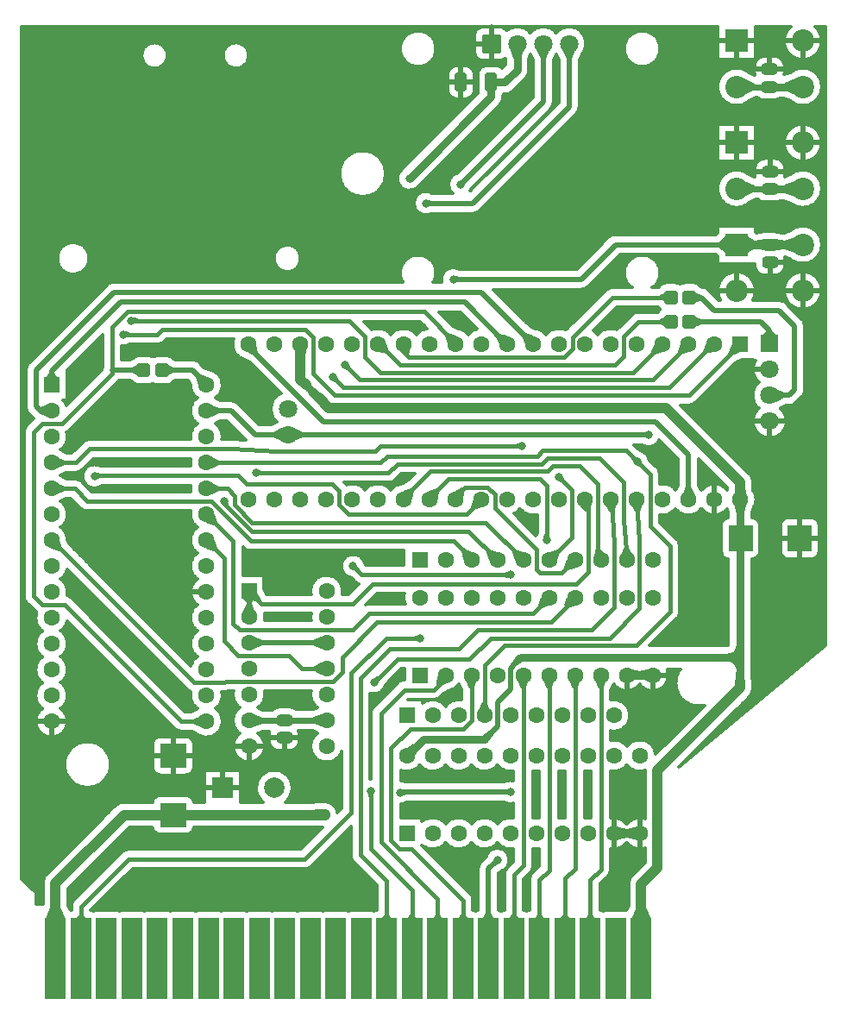
<source format=gbl>
G04 DipTrace 4.2.0.1*
G04 KKV_Bottom.gbr*
%MOMM*%
G04 #@! TF.FileFunction,Copper,L2,Bot*
G04 #@! TF.Part,Single*
%AMOUTLINE0*
4,1,28,
0.33002,-0.90999,
-0.32998,-0.91001,
-0.39469,-0.90149,
-0.45498,-0.87652,
-0.50676,-0.83679,
-0.54649,-0.78501,
-0.57147,-0.72472,
-0.57999,-0.66001,
-0.58001,0.65999,
-0.5715,0.72469,
-0.54652,0.78499,
-0.5068,0.83677,
-0.45502,0.8765,
-0.39472,0.90147,
-0.33002,0.90999,
0.32998,0.91001,
0.39469,0.90149,
0.45498,0.87652,
0.50676,0.83679,
0.54649,0.78501,
0.57147,0.72472,
0.57999,0.66001,
0.58001,-0.65999,
0.5715,-0.72469,
0.54652,-0.78499,
0.5068,-0.83677,
0.45502,-0.8765,
0.39472,-0.90147,
0.33002,-0.90999,
0*%
%AMOUTLINE3*
4,1,28,
-0.33002,0.90999,
0.32998,0.91001,
0.39469,0.90149,
0.45498,0.87652,
0.50676,0.83679,
0.54649,0.78501,
0.57147,0.72472,
0.57999,0.66001,
0.58001,-0.65999,
0.5715,-0.72469,
0.54652,-0.78499,
0.5068,-0.83677,
0.45502,-0.8765,
0.39472,-0.90147,
0.33002,-0.90999,
-0.32998,-0.91001,
-0.39469,-0.90149,
-0.45498,-0.87652,
-0.50676,-0.83679,
-0.54649,-0.78501,
-0.57147,-0.72472,
-0.57999,-0.66001,
-0.58001,0.65999,
-0.5715,0.72469,
-0.54652,0.78499,
-0.5068,0.83677,
-0.45502,0.8765,
-0.39472,0.90147,
-0.33002,0.90999,
0*%
%AMOUTLINE12*
4,1,28,
-0.735,-0.305,
-0.735,0.305,
-0.72648,0.3697,
-0.70151,0.43,
-0.66178,0.48178,
-0.61,0.52151,
-0.5497,0.54648,
-0.485,0.555,
0.485,0.555,
0.5497,0.54648,
0.61,0.52151,
0.66178,0.48178,
0.70151,0.43,
0.72648,0.3697,
0.735,0.305,
0.735,-0.305,
0.72648,-0.3697,
0.70151,-0.43,
0.66178,-0.48178,
0.61,-0.52151,
0.5497,-0.54648,
0.485,-0.555,
-0.485,-0.555,
-0.5497,-0.54648,
-0.61,-0.52151,
-0.66178,-0.48178,
-0.70151,-0.43,
-0.72648,-0.3697,
-0.735,-0.305,
0*%
%AMOUTLINE15*
4,1,28,
0.735,0.305,
0.735,-0.305,
0.72648,-0.3697,
0.70151,-0.43,
0.66178,-0.48178,
0.61,-0.52151,
0.5497,-0.54648,
0.485,-0.555,
-0.485,-0.555,
-0.5497,-0.54648,
-0.61,-0.52151,
-0.66178,-0.48178,
-0.70151,-0.43,
-0.72648,-0.3697,
-0.735,-0.305,
-0.735,0.305,
-0.72648,0.3697,
-0.70151,0.43,
-0.66178,0.48178,
-0.61,0.52151,
-0.5497,0.54648,
-0.485,0.555,
0.485,0.555,
0.5497,0.54648,
0.61,0.52151,
0.66178,0.48178,
0.70151,0.43,
0.72648,0.3697,
0.735,0.305,
0*%
%AMOUTLINE18*
4,1,28,
-1.15,-1.231,
-1.15,1.231,
-1.14765,1.24886,
-1.14076,1.2655,
-1.12979,1.27979,
-1.1155,1.29076,
-1.09886,1.29765,
-1.081,1.3,
1.081,1.3,
1.09886,1.29765,
1.1155,1.29076,
1.12979,1.27979,
1.14076,1.2655,
1.14765,1.24886,
1.15,1.231,
1.15,-1.231,
1.14765,-1.24886,
1.14076,-1.2655,
1.12979,-1.27979,
1.1155,-1.29076,
1.09886,-1.29765,
1.081,-1.3,
-1.081,-1.3,
-1.09886,-1.29765,
-1.1155,-1.29076,
-1.12979,-1.27979,
-1.14076,-1.2655,
-1.14765,-1.24886,
-1.15,-1.231,
0*%
%AMOUTLINE21*
4,1,28,
1.231,-1.15,
-1.231,-1.15,
-1.24886,-1.14765,
-1.2655,-1.14076,
-1.27979,-1.12979,
-1.29076,-1.1155,
-1.29765,-1.09886,
-1.3,-1.081,
-1.3,1.081,
-1.29765,1.09886,
-1.29076,1.1155,
-1.27979,1.12979,
-1.2655,1.14076,
-1.24886,1.14765,
-1.231,1.15,
1.231,1.15,
1.24886,1.14765,
1.2655,1.14076,
1.27979,1.12979,
1.29076,1.1155,
1.29765,1.09886,
1.3,1.081,
1.3,-1.081,
1.29765,-1.09886,
1.29076,-1.1155,
1.27979,-1.12979,
1.2655,-1.14076,
1.24886,-1.14765,
1.231,-1.15,
0*%
%AMOUTLINE24*
4,1,28,
-0.9,4.0,
0.9,4.0,
0.92588,3.99659,
0.95,3.9866,
0.97071,3.97071,
0.9866,3.95,
0.99659,3.92588,
1.0,3.9,
1.0,-3.9,
0.99659,-3.92588,
0.9866,-3.95,
0.97071,-3.97071,
0.95,-3.9866,
0.92588,-3.99659,
0.9,-4.0,
-0.9,-4.0,
-0.92588,-3.99659,
-0.95,-3.9866,
-0.97071,-3.97071,
-0.9866,-3.95,
-0.99659,-3.92588,
-1.0,-3.9,
-1.0,3.9,
-0.99659,3.92588,
-0.9866,3.95,
-0.97071,3.97071,
-0.95,3.9866,
-0.92588,3.99659,
-0.9,4.0,
0*%
%AMOUTLINE33*
4,1,28,
-0.31837,0.71,
0.31837,0.71,
0.4042,0.6987,
0.48418,0.66557,
0.55287,0.61287,
0.60557,0.54418,
0.6387,0.4642,
0.65,0.37837,
0.65,-0.37837,
0.6387,-0.4642,
0.60557,-0.54418,
0.55287,-0.61287,
0.48418,-0.66557,
0.4042,-0.6987,
0.31837,-0.71,
-0.31837,-0.71,
-0.4042,-0.6987,
-0.48418,-0.66557,
-0.55287,-0.61287,
-0.60557,-0.54418,
-0.6387,-0.4642,
-0.65,-0.37837,
-0.65,0.37837,
-0.6387,0.4642,
-0.60557,0.54418,
-0.55287,0.61287,
-0.48418,0.66557,
-0.4042,0.6987,
-0.31837,0.71,
0*%
%AMOUTLINE36*
4,1,28,
0.31837,-0.71,
-0.31837,-0.71,
-0.4042,-0.6987,
-0.48418,-0.66557,
-0.55287,-0.61287,
-0.60557,-0.54418,
-0.6387,-0.4642,
-0.65,-0.37837,
-0.65,0.37837,
-0.6387,0.4642,
-0.60557,0.54418,
-0.55287,0.61287,
-0.48418,0.66557,
-0.4042,0.6987,
-0.31837,0.71,
0.31837,0.71,
0.4042,0.6987,
0.48418,0.66557,
0.55287,0.61287,
0.60557,0.54418,
0.6387,0.4642,
0.65,0.37837,
0.65,-0.37837,
0.6387,-0.4642,
0.60557,-0.54418,
0.55287,-0.61287,
0.48418,-0.66557,
0.4042,-0.6987,
0.31837,-0.71,
0*%
%AMOUTLINE39*
4,1,28,
-0.81,0.9,
0.81,0.9,
0.83329,0.89693,
0.855,0.88794,
0.87364,0.87364,
0.88794,0.855,
0.89693,0.83329,
0.9,0.81,
0.9,-0.81,
0.89693,-0.83329,
0.88794,-0.855,
0.87364,-0.87364,
0.855,-0.88794,
0.83329,-0.89693,
0.81,-0.9,
-0.81,-0.9,
-0.83329,-0.89693,
-0.855,-0.88794,
-0.87364,-0.87364,
-0.88794,-0.855,
-0.89693,-0.83329,
-0.9,-0.81,
-0.9,0.81,
-0.89693,0.83329,
-0.88794,0.855,
-0.87364,0.87364,
-0.855,0.88794,
-0.83329,0.89693,
-0.81,0.9,
0*%
G04 #@! TA.AperFunction,CopperBalancing*
%ADD15C,0.5*%
G04 #@! TA.AperFunction,Conductor*
%ADD16C,0.4*%
G04 #@! TA.AperFunction,ViaPad*
%ADD17C,0.8*%
G04 #@! TA.AperFunction,Conductor*
%ADD18C,0.6*%
%ADD20C,1.0*%
G04 #@! TA.AperFunction,CopperBalancing*
%ADD21C,0.3*%
G04 #@! TA.AperFunction,ComponentPad*
%ADD25C,2.0*%
%ADD26R,2.0X2.0*%
%ADD28R,1.8X1.8*%
%ADD29C,1.8*%
%ADD30R,1.6X1.6*%
%ADD31C,1.6*%
%ADD32R,2.2X2.2*%
%ADD33C,2.2*%
%ADD34R,1.5X1.5*%
%ADD55OUTLINE0*%
%ADD58OUTLINE3*%
%ADD67OUTLINE12*%
%ADD70OUTLINE15*%
%ADD73OUTLINE18*%
%ADD76OUTLINE21*%
%ADD79OUTLINE24*%
%ADD88OUTLINE33*%
%ADD91OUTLINE36*%
G04 #@! TA.AperFunction,ComponentPad*
%ADD94OUTLINE39*%
%FSLAX35Y35*%
G04*
G71*
G90*
G75*
G01*
G04 Bottom*
%LPD*%
G36*
X-5661020Y-3293602D2*
X-5730162Y-3253341D1*
X-5734830Y-3246845D1*
X-5645140Y-3179766D1*
X-5640471Y-3186262D1*
X-5625665Y-3258247D1*
X-5661020Y-3293602D1*
G37*
G36*
X-1376533Y-4570050D2*
X-1345533Y-4640919D1*
Y-4648919D1*
X-1457533D1*
Y-4640919D1*
X-1426533Y-4570050D1*
X-1376533D1*
G37*
X-5719533Y-3174050D2*
D15*
Y-3199733D1*
X-4984787Y-3934480D1*
X-1727520D1*
X-1401533Y-4260467D1*
Y-4698050D1*
G36*
X-2535670Y-6551200D2*
X-2571670Y-6480330D1*
Y-6472330D1*
X-2459670D1*
Y-6480330D1*
X-2495670Y-6551200D1*
X-2535670D1*
G37*
G36*
X-2594190Y-8767283D2*
X-2574190Y-8807283D1*
Y-8847283D1*
X-2654190D1*
Y-8807283D1*
X-2634190Y-8767283D1*
X-2594190D1*
G37*
X-2515670Y-6423200D2*
D16*
Y-8319407D1*
X-2614190Y-8417927D1*
Y-9207283D1*
G36*
X-2789667Y-6551200D2*
X-2825667Y-6480330D1*
Y-6472330D1*
X-2713667D1*
Y-6480330D1*
X-2749667Y-6551200D1*
X-2789667D1*
G37*
G36*
X-2844190Y-8767283D2*
X-2824190Y-8807283D1*
Y-8847283D1*
X-2904190D1*
Y-8807283D1*
X-2884190Y-8767283D1*
X-2844190D1*
G37*
X-2769667Y-6423200D2*
D16*
Y-8336883D1*
X-2864190Y-8431407D1*
Y-9207283D1*
G36*
X-3876343Y-6510720D2*
X-3864770Y-6435163D1*
X-3860063Y-6428693D1*
X-3770583Y-6496057D1*
X-3775290Y-6502523D1*
X-3848060Y-6539003D1*
X-3876343Y-6510720D1*
G37*
G36*
X-3844190Y-8767283D2*
X-3824190Y-8807283D1*
Y-8847283D1*
X-3904190D1*
Y-8807283D1*
X-3884190Y-8767283D1*
X-3844190D1*
G37*
X-3785670Y-6423200D2*
D16*
Y-6448330D1*
X-3903313Y-6565973D1*
X-4191273D1*
X-4420000Y-6794700D1*
Y-8063797D1*
X-3864190Y-8619607D1*
Y-9207283D1*
G36*
X-3551670Y-6551200D2*
X-3587670Y-6480330D1*
Y-6472330D1*
X-3475670D1*
Y-6480330D1*
X-3511670Y-6551200D1*
X-3551670D1*
G37*
G36*
X-3594190Y-8767283D2*
X-3574190Y-8807283D1*
Y-8847283D1*
X-3654190D1*
Y-8807283D1*
X-3634190Y-8767283D1*
X-3594190D1*
G37*
X-3531670Y-6423200D2*
D16*
Y-6866447D1*
X-3616523Y-6951300D1*
X-4130400D1*
X-4320463Y-7141363D1*
Y-8042913D1*
X-4235610Y-8127767D1*
X-4118143D1*
X-3614190Y-8631720D1*
Y-9207283D1*
G36*
X-3339190Y-8757283D2*
X-3314190Y-8807283D1*
Y-8847283D1*
X-3414190D1*
Y-8807283D1*
X-3389190Y-8757283D1*
X-3339190D1*
G37*
G36*
X-3338573Y-8264463D2*
X-3315637Y-8237287D1*
X-3312810Y-8234457D1*
X-3273210Y-8274057D1*
X-3276040Y-8276883D1*
X-3303217Y-8299820D1*
X-3338573Y-8264463D1*
G37*
X-3364190Y-9207283D2*
D15*
Y-8325437D1*
X-3275640Y-8236887D1*
G36*
X-3043667Y-6551200D2*
X-3079667Y-6480330D1*
Y-6472330D1*
X-2967667D1*
Y-6480330D1*
X-3003667Y-6551200D1*
X-3043667D1*
G37*
G36*
X-3094190Y-8767283D2*
X-3074190Y-8807283D1*
Y-8847283D1*
X-3154190D1*
Y-8807283D1*
X-3134190Y-8767283D1*
X-3094190D1*
G37*
X-3023667Y-6423200D2*
D16*
Y-8292663D1*
X-3114190Y-8383187D1*
Y-9207283D1*
G36*
X-2281667Y-6551200D2*
X-2317667Y-6480330D1*
Y-6472330D1*
X-2205667D1*
Y-6480330D1*
X-2241667Y-6551200D1*
X-2281667D1*
G37*
G36*
X-2344190Y-8767283D2*
X-2324190Y-8807283D1*
Y-8847283D1*
X-2404190D1*
Y-8807283D1*
X-2384190Y-8767283D1*
X-2344190D1*
G37*
X-2261667Y-6423200D2*
D16*
Y-8327630D1*
X-2364190Y-8430153D1*
Y-9207283D1*
G36*
X-4103910Y-6041230D2*
X-4068477Y-6033230D1*
X-4064477D1*
Y-6089230D1*
X-4068477D1*
X-4103910Y-6081230D1*
Y-6041230D1*
G37*
G36*
X-7344190Y-8767283D2*
X-7324190Y-8807283D1*
Y-8847283D1*
X-7404190D1*
Y-8807283D1*
X-7384190Y-8767283D1*
X-7344190D1*
G37*
X-4039910Y-6061230D2*
D16*
X-4368140D1*
X-4710000Y-6403090D1*
Y-7770000D1*
X-5167727Y-8227727D1*
X-6897920D1*
X-7364190Y-8693997D1*
Y-9207283D1*
G36*
X-1104500Y-2172733D2*
X-1038500Y-2120733D1*
X-1027500D1*
Y-2274733D1*
X-1038500D1*
X-1104500Y-2222733D1*
Y-2172733D1*
G37*
G36*
X-3644577Y-2562713D2*
X-3680011Y-2565713D1*
X-3684011D1*
Y-2509713D1*
X-3680011D1*
X-3644577Y-2512713D1*
Y-2562713D1*
G37*
X-928500Y-2197733D2*
D15*
X-2116500D1*
X-2456480Y-2537713D1*
X-3708577D1*
G36*
X-752500Y-2237733D2*
X-818500Y-2274733D1*
X-829500D1*
Y-2120733D1*
X-818500D1*
X-752500Y-2157733D1*
Y-2237733D1*
G37*
G36*
X-754500Y-2157733D2*
X-652684Y-2144704D1*
X-645336Y-2144864D1*
X-646421Y-2255294D1*
X-653770Y-2255133D1*
X-754500Y-2237733D1*
Y-2157733D1*
G37*
X-928500Y-2197733D2*
D17*
X-603267D1*
X-601000Y-2200000D1*
G36*
X-447500Y-2240000D2*
X-548784Y-2255222D1*
X-556134D1*
Y-2144778D1*
X-548784D1*
X-447500Y-2160000D1*
Y-2240000D1*
G37*
G36*
X-454477Y-2160000D2*
X-358041Y-2121751D1*
X-347042Y-2121590D1*
X-345059Y-2275578D1*
X-356057Y-2275739D1*
X-454477Y-2240000D1*
Y-2160000D1*
G37*
X-601000Y-2200000D2*
D17*
X-280767D1*
X-278500Y-2197733D1*
G36*
X-752513Y-1677733D2*
X-849958Y-1724733D1*
X-860958D1*
Y-1570733D1*
X-849958D1*
X-752513Y-1617733D1*
Y-1677733D1*
G37*
X-928513Y-1647733D2*
D18*
X-604667D1*
X-601400Y-1651000D1*
G36*
X-454438Y-1611000D2*
X-358458Y-1572205D1*
X-347461Y-1571973D1*
X-344602Y-1725946D1*
X-355600Y-1726178D1*
X-454438Y-1691000D1*
Y-1611000D1*
G37*
X-601400Y-1651000D2*
D17*
X-281753D1*
X-278487Y-1647733D1*
G36*
X-752513Y-677733D2*
X-849958Y-724733D1*
X-860958D1*
Y-570733D1*
X-849958D1*
X-752513Y-617733D1*
Y-677733D1*
G37*
X-928513Y-647733D2*
D18*
X-606267D1*
X-606000Y-648000D1*
G36*
X-454753Y-608000D2*
X-357042Y-570733D1*
X-346042D1*
Y-724733D1*
X-357042D1*
X-454753Y-688000D1*
Y-608000D1*
G37*
X-606000Y-648000D2*
D17*
X-278753D1*
X-278487Y-647733D1*
G36*
X-1014495Y-3266728D2*
X-968533Y-3174808D1*
X-963230Y-3169504D1*
X-888988Y-3243747D1*
X-894291Y-3249050D1*
X-986211Y-3295012D1*
X-1014495Y-3266728D1*
G37*
G36*
X-6886457Y-3098233D2*
X-6921891Y-3106233D1*
X-6925891D1*
Y-3050233D1*
X-6921891D1*
X-6886457Y-3058233D1*
Y-3098233D1*
G37*
X-893533Y-3174050D2*
D16*
X-1395997Y-3676513D1*
X-4873033D1*
X-5084710Y-3464837D1*
Y-3108590D1*
X-5163200Y-3030100D1*
X-6566953D1*
X-6615087Y-3078233D1*
X-6950457D1*
G36*
X-3576067Y-1579423D2*
X-3599002Y-1606600D1*
X-3601830Y-1609428D1*
X-3641428Y-1569830D1*
X-3638600Y-1567002D1*
X-3611423Y-1544067D1*
X-3576067Y-1579423D1*
G37*
G36*
X-2853250Y-368733D2*
X-2891250Y-289006D1*
Y-280006D1*
X-2765250D1*
Y-289006D1*
X-2803250Y-368733D1*
X-2853250D1*
G37*
X-3639000Y-1607000D2*
D15*
X-2828250Y-796250D1*
Y-224733D1*
G36*
X-3915000Y-1817000D2*
X-3950434Y-1820000D1*
X-3954434D1*
Y-1764000D1*
X-3950434D1*
X-3915000Y-1767000D1*
Y-1817000D1*
G37*
G36*
X-2599250Y-368733D2*
X-2637250Y-289006D1*
Y-280006D1*
X-2511250D1*
Y-289006D1*
X-2549250Y-368733D1*
X-2599250D1*
G37*
X-3979000Y-1792000D2*
D15*
X-3522000D1*
X-2574250Y-844250D1*
Y-224733D1*
G36*
X-2172774Y-4826755D2*
X-2214549Y-4759673D1*
X-2215242Y-4751703D1*
X-2103636Y-4742318D1*
X-2102943Y-4750288D1*
X-2132844Y-4824397D1*
X-2172774Y-4826755D1*
G37*
G36*
X-4344190Y-8767283D2*
X-4324190Y-8807283D1*
Y-8847283D1*
X-4404190D1*
Y-8807283D1*
X-4384190Y-8767283D1*
X-4344190D1*
G37*
X-2163533Y-4698050D2*
D16*
X-2159600Y-4710600D1*
X-2134253Y-5139730D1*
Y-5758907D1*
X-2354597Y-5979250D1*
X-3471397D1*
X-3655207Y-6163060D1*
X-4329493D1*
X-4620000Y-6453567D1*
Y-8188243D1*
X-4364190Y-8444053D1*
Y-9207283D1*
G36*
X-4428520Y-6460511D2*
X-4447919Y-6491223D1*
X-4450747Y-6494052D1*
X-4490345Y-6454454D1*
X-4487517Y-6451625D1*
X-4456804Y-6432226D1*
X-4428520Y-6460511D1*
G37*
G36*
X-1920909Y-4827103D2*
X-1961578Y-4758806D1*
X-1962114Y-4750824D1*
X-1850366Y-4743318D1*
X-1849830Y-4751300D1*
X-1880999Y-4824422D1*
X-1920909Y-4827103D1*
G37*
X-4487917Y-6491623D2*
D16*
X-4260097Y-6263803D1*
X-3549727D1*
X-3345193Y-6059270D1*
X-2172637D1*
X-1882400Y-5769033D1*
Y-5101973D1*
X-1909533Y-4698050D1*
G36*
X-1879667Y-6463200D2*
X-1950535Y-6479200D1*
X-1958535D1*
Y-6367200D1*
X-1950535D1*
X-1879667Y-6383200D1*
Y-6463200D1*
G37*
G36*
X-1881670Y-6383200D2*
X-1810801Y-6367200D1*
X-1802801D1*
Y-6479200D1*
X-1810801D1*
X-1881670Y-6463200D1*
Y-6383200D1*
G37*
X-2007667Y-6423200D2*
D17*
X-1753670D1*
G36*
X-2005477Y-8015227D2*
X-2076345Y-8031227D1*
X-2084345D1*
Y-7919227D1*
X-2076345D1*
X-2005477Y-7935227D1*
Y-8015227D1*
G37*
G36*
X-2007480Y-7935227D2*
X-1936611Y-7919227D1*
X-1928611D1*
Y-8031227D1*
X-1936611D1*
X-2007480Y-8015227D1*
Y-7935227D1*
G37*
X-2133477Y-7975227D2*
D17*
X-1879480D1*
G36*
X-3214000Y-7545000D2*
X-3178566Y-7542000D1*
X-3174566D1*
Y-7598000D1*
X-3178566D1*
X-3214000Y-7595000D1*
Y-7545000D1*
G37*
G36*
X-4166813Y-7595000D2*
X-4200035Y-7600476D1*
X-4204024Y-7600782D1*
X-4208064Y-7544928D1*
X-4204075Y-7544622D1*
X-4166813Y-7545000D1*
Y-7595000D1*
G37*
X-3150000Y-7570000D2*
D15*
X-4230547D1*
Y-7574610D1*
G36*
X-4097487Y-4615771D2*
X-4115785Y-4691713D1*
X-4120988Y-4697789D1*
X-4205478Y-4624267D1*
X-4200275Y-4618191D1*
X-4125771Y-4587487D1*
X-4097487Y-4615771D1*
G37*
G36*
X-2271000Y-5169760D2*
X-2220544Y-5223623D1*
X-2218465Y-5231348D1*
X-2327395Y-5257392D1*
X-2329473Y-5249667D1*
X-2311000Y-5169760D1*
X-2271000D1*
G37*
X-4195533Y-4698050D2*
D16*
Y-4685533D1*
X-3931600Y-4421600D1*
X-2781600D1*
X-2730000Y-4370000D1*
X-2470500D1*
X-2291000Y-4549500D1*
Y-5292210D1*
X-2261723D1*
G36*
X-3845746Y-4614030D2*
X-3861946Y-4689936D1*
X-3866997Y-4696140D1*
X-3953105Y-4624520D1*
X-3948054Y-4618316D1*
X-3874030Y-4585746D1*
X-3845746Y-4614030D1*
G37*
G36*
X-2773000Y-5036000D2*
X-2765000Y-5071434D1*
Y-5075434D1*
X-2821000D1*
Y-5071434D1*
X-2813000Y-5036000D1*
X-2773000D1*
G37*
X-3941533Y-4698050D2*
D16*
Y-4681533D1*
X-3758800Y-4498800D1*
X-2857533D1*
X-2792733Y-4563600D1*
Y-4924903D1*
X-2793000Y-4919300D1*
Y-5100000D1*
G36*
X-2618043Y-5739758D2*
X-2595622Y-5663976D1*
X-2590123Y-5658165D1*
X-2508995Y-5735381D1*
X-2514494Y-5741191D1*
X-2589758Y-5768043D1*
X-2618043Y-5739758D1*
G37*
G36*
X-7577046Y-5203642D2*
X-7652613Y-5178986D1*
X-7658270Y-5173329D1*
X-7579074Y-5094133D1*
X-7573417Y-5099790D1*
X-7548762Y-5175358D1*
X-7577046Y-5203642D1*
G37*
X-2515670Y-5661200D2*
D16*
Y-5665670D1*
X-2752930Y-5902930D1*
X-4455710D1*
X-4800000Y-6247220D1*
Y-6395147D1*
X-4889853Y-6485000D1*
X-5873863D1*
X-6023050Y-6496127D1*
X-6256277D1*
X-7653413Y-5098990D1*
G36*
X-3598576Y-4609481D2*
X-3608631Y-4684841D1*
X-3613223Y-4691392D1*
X-3703753Y-4625450D1*
X-3699161Y-4618900D1*
X-3626861Y-4581196D1*
X-3598576Y-4609481D1*
G37*
G36*
X-2620375Y-5368578D2*
X-2595719Y-5293010D1*
X-2590062Y-5287353D1*
X-2510867Y-5366549D1*
X-2516523Y-5372206D1*
X-2592091Y-5396862D1*
X-2620375Y-5368578D1*
G37*
X-3687533Y-4698050D2*
D16*
Y-4670153D1*
X-3594670Y-4577290D1*
X-3373127D1*
X-3302777Y-4647640D1*
Y-4782580D1*
X-2897060Y-5188297D1*
Y-5380827D1*
X-2856490Y-5421397D1*
X-2644910D1*
X-2515723Y-5292210D1*
G36*
X-7168023Y-4485200D2*
X-7200657Y-4496245D1*
X-7204636Y-4496647D1*
X-7209648Y-4440871D1*
X-7205668Y-4440469D1*
X-7168023Y-4445200D1*
Y-4485200D1*
G37*
G36*
X-3538185Y-4774418D2*
X-3513529Y-4698850D1*
X-3507872Y-4693193D1*
X-3428677Y-4772389D1*
X-3434333Y-4778046D1*
X-3509901Y-4802702D1*
X-3538185Y-4774418D1*
G37*
X-7231613Y-4470913D2*
D16*
Y-4465200D1*
X-5818760D1*
X-5738957Y-4545003D1*
X-4902360D1*
X-4829453Y-4617910D1*
Y-4748647D1*
X-4737100Y-4841000D1*
X-3576483D1*
X-3433533Y-4698050D1*
G36*
X-3600694Y-5181022D2*
X-3526353Y-5212390D1*
X-3521203Y-5218512D1*
X-3606270Y-5291366D1*
X-3611419Y-5285244D1*
X-3628978Y-5209306D1*
X-3600694Y-5181022D1*
G37*
G36*
X-7525413Y-4610990D2*
X-7596282Y-4646990D1*
X-7604282D1*
Y-4534990D1*
X-7596282D1*
X-7525413Y-4570990D1*
Y-4610990D1*
G37*
X-3531723Y-5292210D2*
D16*
Y-5278277D1*
X-3706087Y-5103913D1*
X-5698747D1*
X-6087150Y-4715510D1*
X-7301013D1*
X-7425533Y-4590990D1*
X-7653413D1*
G36*
X-7525413Y-4356990D2*
X-7596282Y-4392990D1*
X-7604282D1*
Y-4280990D1*
X-7596282D1*
X-7525413Y-4316990D1*
Y-4356990D1*
G37*
G36*
X-3103273Y-4153673D2*
X-3067839Y-4145673D1*
X-3063839D1*
Y-4201673D1*
X-3067839D1*
X-3103273Y-4193673D1*
Y-4153673D1*
G37*
X-7653413Y-4336990D2*
D16*
X-7415890D1*
X-7282457Y-4203557D1*
X-5884590D1*
X-5453663Y-4224220D1*
X-4478767D1*
X-4428220Y-4173673D1*
X-3039273D1*
G36*
X-5941284Y-4788043D2*
X-5968099Y-4757789D1*
X-5969897Y-4754216D1*
X-5920927Y-4727052D1*
X-5919128Y-4730625D1*
X-5913000Y-4759759D1*
X-5941284Y-4788043D1*
G37*
G36*
X-3354091Y-5187558D2*
X-3278523Y-5212214D1*
X-3272867Y-5217871D1*
X-3352062Y-5297067D1*
X-3357719Y-5291410D1*
X-3382375Y-5215842D1*
X-3354091Y-5187558D1*
G37*
X-5957470Y-4719227D2*
D16*
Y-4743573D1*
X-5689717Y-5011327D1*
X-3558607D1*
X-3277723Y-5292210D1*
G36*
X-3384850Y-6691367D2*
X-3348850Y-6762235D1*
Y-6770235D1*
X-3460850D1*
Y-6762235D1*
X-3424850Y-6691367D1*
X-3384850D1*
G37*
G36*
X-1870281Y-4389764D2*
X-1900993Y-4370365D1*
X-1903822Y-4367536D1*
X-1864224Y-4327938D1*
X-1861395Y-4330767D1*
X-1841996Y-4361479D1*
X-1870281Y-4389764D1*
G37*
X-3404850Y-6819367D2*
D16*
Y-6327193D1*
X-3207870Y-6130213D1*
X-1913783D1*
X-1584677Y-5801107D1*
Y-5156753D1*
X-1778013Y-4963417D1*
Y-4453747D1*
X-1901393Y-4330367D1*
G36*
X-6005413Y-4356990D2*
X-6076282Y-4392990D1*
X-6084282D1*
Y-4280990D1*
X-6076282D1*
X-6005413Y-4316990D1*
Y-4356990D1*
G37*
G36*
X-1932506Y-4270970D2*
X-1901793Y-4290369D1*
X-1898965Y-4293197D1*
X-1938563Y-4332795D1*
X-1941391Y-4329967D1*
X-1960790Y-4299254D1*
X-1932506Y-4270970D1*
G37*
X-6133413Y-4336990D2*
D16*
X-4422863D1*
X-4358347Y-4272473D1*
X-2882473D1*
X-2830000Y-4220000D1*
X-2011760D1*
X-1901393Y-4330367D1*
G36*
X-6005413Y-4610990D2*
X-6076282Y-4646990D1*
X-6084282D1*
Y-4534990D1*
X-6076282D1*
X-6005413Y-4570990D1*
Y-4610990D1*
G37*
G36*
X-3100091Y-5187558D2*
X-3024523Y-5212214D1*
X-3018867Y-5217871D1*
X-3098062Y-5297067D1*
X-3103719Y-5291410D1*
X-3128375Y-5215842D1*
X-3100091Y-5187558D1*
G37*
X-6133413Y-4590990D2*
D16*
X-5927610D1*
X-5855690Y-4662910D1*
Y-4752903D1*
X-5683467Y-4925127D1*
X-3390807D1*
X-3023723Y-5292210D1*
G36*
X-4661011Y-5412307D2*
X-4691723Y-5392908D1*
X-4694552Y-5390080D1*
X-4654954Y-5350482D1*
X-4652125Y-5353310D1*
X-4632726Y-5384023D1*
X-4661011Y-5412307D1*
G37*
G36*
X-3212397Y-5417243D2*
X-3176962Y-5409243D1*
X-3172962D1*
Y-5465243D1*
X-3176962D1*
X-3212397Y-5457243D1*
Y-5417243D1*
G37*
X-4692123Y-5352910D2*
D16*
X-4607790Y-5437243D1*
X-3148397D1*
G36*
X-6057046Y-4949642D2*
X-6132613Y-4924986D1*
X-6138270Y-4919329D1*
X-6059074Y-4840133D1*
X-6053417Y-4845790D1*
X-6028762Y-4921358D1*
X-6057046Y-4949642D1*
G37*
G36*
X-2874318Y-5737568D2*
X-2849663Y-5662000D1*
X-2844006Y-5656343D1*
X-2764810Y-5735539D1*
X-2770467Y-5741196D1*
X-2846034Y-5765852D1*
X-2874318Y-5737568D1*
G37*
X-6133413Y-4844990D2*
D16*
X-5870000Y-5108403D1*
Y-5914027D1*
X-5804987Y-5979040D1*
X-4694407D1*
X-4533250Y-5817883D1*
X-2926350D1*
X-2769667Y-5661200D1*
G36*
X-2661379Y-5219793D2*
X-2689765Y-5294790D1*
X-2695682Y-5300175D1*
X-2771461Y-5217704D1*
X-2765544Y-5212319D1*
X-2689663Y-5191509D1*
X-2661379Y-5219793D1*
G37*
G36*
X-2637871Y-4537787D2*
X-2668583Y-4518388D1*
X-2671412Y-4515560D1*
X-2631814Y-4475962D1*
X-2628985Y-4478790D1*
X-2609586Y-4509503D1*
X-2637871Y-4537787D1*
G37*
X-2769723Y-5292210D2*
D16*
X-2762080D1*
X-2543000Y-5073130D1*
Y-4604373D1*
X-2668983Y-4478390D1*
G36*
X-2998365Y-3065863D2*
X-2926333Y-3094054D1*
X-2920677Y-3099711D1*
X-2999872Y-3178907D1*
X-3005529Y-3173250D1*
X-3033721Y-3101218D1*
X-2998365Y-3065863D1*
G37*
G36*
X-7759876Y-3796262D2*
X-7703390Y-3766521D1*
X-7695392Y-3766327D1*
X-7708872Y-3877512D1*
X-7716869Y-3877707D1*
X-7775178Y-3850539D1*
X-7759876Y-3796262D1*
G37*
X-2925533Y-3174050D2*
D15*
X-3432757Y-2666827D1*
X-7039327D1*
X-7804067Y-3431567D1*
Y-3787427D1*
X-7762503Y-3828990D1*
X-7653413D1*
G36*
X-1993363Y-5162750D2*
X-1954265Y-5232694D1*
X-1953951Y-5240688D1*
X-2065845Y-5245566D1*
X-2066159Y-5237572D1*
X-2033229Y-5166027D1*
X-1993363Y-5162750D1*
G37*
G36*
X-5584187Y-4455633D2*
X-5619621Y-4463633D1*
X-5623621D1*
Y-4407633D1*
X-5619621D1*
X-5584187Y-4415633D1*
Y-4455633D1*
G37*
X-2007723Y-5292210D2*
D16*
X-2003300Y-5286000D1*
X-2035000Y-4900333D1*
Y-4530193D1*
X-2275193Y-4290000D1*
X-2780000D1*
X-2839150Y-4349150D1*
X-4259103D1*
X-4345587Y-4435633D1*
X-5648187D1*
G36*
X-6005413Y-3853990D2*
X-6076282Y-3884990D1*
X-6084282D1*
Y-3772990D1*
X-6076282D1*
X-6005413Y-3803990D1*
Y-3853990D1*
G37*
G36*
X-5478770Y-4038300D2*
X-5399043Y-4000300D1*
X-5390043D1*
Y-4126300D1*
X-5399043D1*
X-5478770Y-4088300D1*
Y-4038300D1*
G37*
X-6133413Y-3828990D2*
D15*
X-5891010D1*
X-5656700Y-4063300D1*
X-5334770D1*
G36*
X-5190770Y-4088300D2*
X-5270497Y-4126300D1*
X-5279497D1*
Y-4000300D1*
X-5270497D1*
X-5190770Y-4038300D1*
Y-4088300D1*
G37*
G36*
X-1856059Y-4038300D2*
X-1820379Y-4035617D1*
X-1816379Y-4035654D1*
X-1816877Y-4091652D1*
X-1820877Y-4091614D1*
X-1856059Y-4088300D1*
Y-4038300D1*
G37*
X-5334770Y-4063300D2*
D15*
X-1792633D1*
X-1792063Y-4063870D1*
G36*
X-7628413Y-3454990D2*
X-7600913Y-3499990D1*
Y-3507490D1*
X-7705913D1*
Y-3499990D1*
X-7678413Y-3454990D1*
X-7628413D1*
G37*
G36*
X-3256227Y-3070008D2*
X-3183873Y-3094168D1*
X-3177940Y-3099535D1*
X-3253554Y-3182158D1*
X-3259486Y-3176791D1*
X-3291582Y-3105363D1*
X-3256227Y-3070008D1*
G37*
X-7653413Y-3574990D2*
D15*
Y-3439313D1*
X-6976707Y-2762607D1*
X-3598983D1*
X-3187540Y-3174050D1*
X-3179533D1*
G36*
X-4740287Y-3438497D2*
X-4771000Y-3419098D1*
X-4773828Y-3416270D1*
X-4734230Y-3376672D1*
X-4731402Y-3379500D1*
X-4712003Y-3410213D1*
X-4740287Y-3438497D1*
G37*
G36*
X-1506185Y-3250418D2*
X-1481529Y-3174850D1*
X-1475872Y-3169193D1*
X-1396677Y-3248389D1*
X-1402333Y-3254046D1*
X-1477901Y-3278702D1*
X-1506185Y-3250418D1*
G37*
X-4771400Y-3379100D2*
D16*
X-4628273Y-3522227D1*
X-1749710D1*
X-1401533Y-3174050D1*
G36*
X-6806000Y-2964600D2*
X-6841434Y-2972600D1*
X-6845434D1*
Y-2916600D1*
X-6841434D1*
X-6806000Y-2924600D1*
Y-2964600D1*
G37*
G36*
X-1764283Y-3245999D2*
X-1735478Y-3171083D1*
X-1729533Y-3165731D1*
X-1654153Y-3248567D1*
X-1660099Y-3253920D1*
X-1735999Y-3274283D1*
X-1764283Y-3245999D1*
G37*
X-6870000Y-2944600D2*
D16*
X-4728737D1*
X-4577060Y-3096277D1*
Y-3302940D1*
X-4427203Y-3452797D1*
X-1942797D1*
X-1664050Y-3174050D1*
X-1655533D1*
G36*
X-5587643Y-6130223D2*
X-5658513Y-6161223D1*
X-5666513D1*
Y-6049223D1*
X-5658513D1*
X-5587643Y-6080223D1*
Y-6130223D1*
G37*
G36*
X-5081643Y-6080223D2*
X-5010773Y-6049223D1*
X-5002773D1*
Y-6161223D1*
X-5010773D1*
X-5081643Y-6130223D1*
Y-6080223D1*
G37*
X-5715643Y-6105223D2*
D15*
X-4953643D1*
G36*
X-5587643Y-6897223D2*
X-5658513Y-6923223D1*
X-5666513D1*
Y-6811223D1*
X-5658513D1*
X-5587643Y-6837223D1*
Y-6897223D1*
G37*
X-5715643Y-6867223D2*
D18*
X-5370723D1*
X-5369300Y-6865800D1*
G36*
X-5081630Y-6835800D2*
X-5010150Y-6810590D1*
X-5002150Y-6810693D1*
X-5003393Y-6922687D1*
X-5011393Y-6922583D1*
X-5081630Y-6895800D1*
Y-6835800D1*
G37*
X-5369300Y-6865800D2*
D18*
X-4955067D1*
X-4953643Y-6867223D1*
G36*
X-4174085Y-3302116D2*
X-4231949Y-3245281D1*
X-4233816Y-3237502D1*
X-4126912Y-3204104D1*
X-4125045Y-3211883D1*
X-4145800Y-3273832D1*
X-4174085Y-3302116D1*
G37*
G36*
X-1678767Y-2694757D2*
X-1638696Y-2674757D1*
X-1632196D1*
Y-2754757D1*
X-1638696D1*
X-1678767Y-2734757D1*
Y-2694757D1*
G37*
X-4195533Y-3174050D2*
D16*
Y-3252383D1*
X-4141870Y-3306047D1*
X-2624783D1*
X-2539930Y-3221193D1*
Y-3108073D1*
X-2146613Y-2714757D1*
X-1573767D1*
G36*
X-1678040Y-2933053D2*
X-1637969Y-2913053D1*
X-1631469D1*
Y-2993053D1*
X-1637969D1*
X-1678040Y-2973053D1*
Y-2933053D1*
G37*
G36*
X-4366783Y-3271501D2*
X-4442723Y-3253760D1*
X-4448833Y-3248596D1*
X-4375814Y-3163672D1*
X-4369704Y-3168835D1*
X-4338499Y-3243217D1*
X-4366783Y-3271501D1*
G37*
X-1573040Y-2953053D2*
D16*
X-1889620D1*
X-2036690Y-3100123D1*
Y-3293370D1*
X-2122830Y-3379510D1*
X-4230490D1*
X-4435950Y-3174050D1*
X-4449533D1*
G36*
X-1279040Y-2978053D2*
X-1331350Y-3003053D1*
X-1337850D1*
Y-2903053D1*
X-1331350D1*
X-1279040Y-2928053D1*
Y-2978053D1*
G37*
G36*
X-578550Y-3041750D2*
X-540550Y-3078700D1*
Y-3087700D1*
X-666550D1*
Y-3078700D1*
X-628550Y-3041750D1*
X-578550D1*
G37*
X-1394040Y-2953053D2*
D15*
X-692247D1*
X-603550Y-3041750D1*
Y-3168700D1*
G36*
X-1279767Y-2739757D2*
X-1332077Y-2764757D1*
X-1338577D1*
Y-2664757D1*
X-1332077D1*
X-1279767Y-2689757D1*
Y-2739757D1*
G37*
G36*
X-459550Y-3701700D2*
X-539277Y-3739700D1*
X-548277D1*
Y-3613700D1*
X-539277D1*
X-459550Y-3651700D1*
Y-3701700D1*
G37*
X-1394767Y-2714757D2*
D15*
X-1275243D1*
X-1147200Y-2842800D1*
X-517400D1*
X-361300Y-2998900D1*
Y-3623100D1*
X-414900Y-3676700D1*
X-603550D1*
G36*
X-5081643Y-6339223D2*
X-5010775Y-6303223D1*
X-5002775D1*
Y-6415223D1*
X-5010775D1*
X-5081643Y-6379223D1*
Y-6339223D1*
G37*
G36*
X-6057046Y-5203642D2*
X-6132613Y-5178986D1*
X-6138270Y-5173329D1*
X-6059074Y-5094133D1*
X-6053417Y-5099790D1*
X-6028762Y-5175358D1*
X-6057046Y-5203642D1*
G37*
X-4953643Y-6359223D2*
D16*
X-5193370D1*
X-5321117Y-6231477D1*
X-5818523D1*
X-5960540Y-6089460D1*
Y-5271863D1*
X-6133413Y-5098990D1*
G36*
X-4857987Y-3556497D2*
X-4888700Y-3537098D1*
X-4891528Y-3534270D1*
X-4851930Y-3494672D1*
X-4849102Y-3497500D1*
X-4829703Y-3528213D1*
X-4857987Y-3556497D1*
G37*
G36*
X-1259837Y-3241553D2*
X-1227267Y-3167529D1*
X-1221063Y-3162479D1*
X-1149443Y-3248587D1*
X-1155647Y-3253637D1*
X-1231553Y-3269837D1*
X-1259837Y-3241553D1*
G37*
X-4889100Y-3497100D2*
D16*
X-4789610Y-3596590D1*
X-1586590D1*
X-1164050Y-3174050D1*
X-1147533D1*
G36*
X-3757812Y-3063904D2*
X-3683207Y-3094167D1*
X-3677968Y-3100213D1*
X-3762075Y-3174173D1*
X-3767314Y-3168126D1*
X-3786096Y-3092188D1*
X-3757812Y-3063904D1*
G37*
G36*
X-6261413Y-6856990D2*
X-6190545Y-6820990D1*
X-6182545D1*
Y-6932990D1*
X-6190545D1*
X-6261413Y-6896990D1*
Y-6856990D1*
G37*
X-3687533Y-3174050D2*
D16*
Y-3162467D1*
X-3993400Y-2856600D1*
X-6908600D1*
X-7058430Y-3006430D1*
Y-3430000D1*
Y-3466430D1*
X-7547080Y-3955080D1*
X-7742587D1*
X-7827440Y-4039933D1*
Y-5645523D1*
X-7740183Y-5732780D1*
X-7527727D1*
X-6383517Y-6876990D1*
X-6133413D1*
G36*
X-6865000Y-3405000D2*
X-6812689Y-3380000D1*
X-6806189D1*
Y-3480000D1*
X-6812689D1*
X-6865000Y-3455000D1*
Y-3405000D1*
G37*
X-6750000Y-3430000D2*
D15*
X-7058430D1*
G36*
X-5690643Y-5723223D2*
X-5659643Y-5794092D1*
Y-5802092D1*
X-5771643D1*
Y-5794092D1*
X-5740643Y-5723223D1*
X-5690643D1*
G37*
G36*
X-5740643Y-5717223D2*
X-5768143Y-5672223D1*
Y-5664723D1*
X-5663143D1*
Y-5672223D1*
X-5690643Y-5717223D1*
X-5740643D1*
G37*
X-5715643Y-5851223D2*
D15*
Y-5597223D1*
G36*
X-2408537Y-4820610D2*
X-2458875Y-4766540D1*
X-2460933Y-4758809D1*
X-2351942Y-4733022D1*
X-2349884Y-4740753D1*
X-2368537Y-4820610D1*
X-2408537D1*
G37*
G36*
X-5622966Y-5718185D2*
X-5714886Y-5672223D1*
X-5720189Y-5666920D1*
X-5645947Y-5592678D1*
X-5640643Y-5597981D1*
X-5594681Y-5689901D1*
X-5622966Y-5718185D1*
G37*
X-2417533Y-4698050D2*
D16*
X-2388537D1*
Y-5412710D1*
X-2503827Y-5528000D1*
X-4500680D1*
X-4695577Y-5722897D1*
X-5589970D1*
X-5715643Y-5597223D1*
G36*
X-4540000Y-7624000D2*
X-4548000Y-7588566D1*
Y-7584566D1*
X-4492000D1*
Y-7588566D1*
X-4500000Y-7624000D1*
X-4540000D1*
G37*
G36*
X-4094190Y-8767283D2*
X-4074190Y-8807283D1*
Y-8847283D1*
X-4154190D1*
Y-8807283D1*
X-4134190Y-8767283D1*
X-4094190D1*
G37*
X-4520000Y-7560000D2*
D16*
Y-8130840D1*
X-4114190Y-8536650D1*
Y-9207283D1*
X-3339000Y-603997D2*
D17*
Y-747000D1*
X-4141000Y-1549000D1*
X-5050000Y-7790000D2*
D20*
X-4970000D1*
G36*
X-6201887Y-3462757D2*
X-6130497Y-3495043D1*
X-6125144Y-3500989D1*
X-6207934Y-3576421D1*
X-6213286Y-3570475D1*
X-6237243Y-3498113D1*
X-6201887Y-3462757D1*
G37*
G36*
X-6456000Y-3455000D2*
X-6508311Y-3480000D1*
X-6514811D1*
Y-3380000D1*
X-6508311D1*
X-6456000Y-3405000D1*
Y-3455000D1*
G37*
X-6133413Y-3574990D2*
D15*
Y-3566587D1*
X-6270000Y-3430000D1*
X-6571000D1*
G36*
X-933533Y-4826050D2*
X-949533Y-4755181D1*
Y-4747181D1*
X-837533D1*
Y-4755181D1*
X-853533Y-4826050D1*
X-933533D1*
G37*
X-893533Y-4698050D2*
D17*
Y-5075467D1*
X-889000Y-5080000D1*
G36*
X-1814190Y-8707283D2*
X-1765118Y-8813075D1*
Y-8853075D1*
X-1963262D1*
Y-8813075D1*
X-1914190Y-8707283D1*
X-1814190D1*
G37*
G36*
X-4046683Y-7151001D2*
X-4085481Y-7212427D1*
X-4091138Y-7218083D1*
X-4170333Y-7138888D1*
X-4164677Y-7133231D1*
X-4103251Y-7094433D1*
X-4046683Y-7151001D1*
G37*
G36*
X-933445Y-6392373D2*
X-943423Y-6541707D1*
Y-6545707D1*
X-843644D1*
Y-6541707D1*
X-853622Y-6392373D1*
X-933445D1*
G37*
G36*
X-3113374Y-6353387D2*
X-3019312Y-6280374D1*
X-3017545Y-6278606D1*
X-3073676Y-6222475D1*
X-3075444Y-6224242D1*
X-3148457Y-6318304D1*
X-3113374Y-6353387D1*
G37*
G36*
X-3328096Y-6945013D2*
X-3422158Y-7018026D1*
X-3423925Y-7019794D1*
X-3367794Y-7075925D1*
X-3366026Y-7074158D1*
X-3293013Y-6980096D1*
X-3328096Y-6945013D1*
G37*
X-1864190Y-9207283D2*
D20*
Y-8476280D1*
X-1704480Y-8316570D1*
Y-7355980D1*
X-893533Y-6545033D1*
D17*
Y-6248800D1*
X-3043870D1*
D15*
X-3149937Y-6354867D1*
Y-6560380D1*
X-3276717Y-6687160D1*
Y-6928717D1*
X-3397600Y-7049600D1*
D17*
X-4001850D1*
X-4165477Y-7213227D1*
G36*
X-933533Y-6368800D2*
X-934518Y-6356285D1*
X-937449Y-6344079D1*
X-942253Y-6332481D1*
X-948812Y-6321777D1*
X-956965Y-6312231D1*
X-966511Y-6304079D1*
X-977214Y-6297519D1*
X-988812Y-6292715D1*
X-1001019Y-6289785D1*
X-1013533Y-6288800D1*
Y-6208800D1*
X-1001019Y-6207815D1*
X-988812Y-6204885D1*
X-977214Y-6200081D1*
X-966511Y-6193521D1*
X-956965Y-6185369D1*
X-948812Y-6175823D1*
X-942253Y-6165119D1*
X-937449Y-6153521D1*
X-934518Y-6141315D1*
X-933533Y-6128800D1*
X-853533Y-6248800D1*
X-933533Y-6368800D1*
G37*
X-893533Y-6248800D2*
D17*
Y-5084533D1*
X-889000Y-5080000D1*
G36*
X-7564190Y-8707283D2*
X-7515118Y-8813075D1*
Y-8853075D1*
X-7713262D1*
Y-8813075D1*
X-7664190Y-8707283D1*
X-7564190D1*
G37*
X-7614190Y-9207283D2*
D20*
Y-8468070D1*
X-6940120Y-7794000D1*
X-6459000D1*
X-4970000D1*
Y-7790000D1*
G36*
X-5261533Y-3302050D2*
X-5267533Y-3231181D1*
Y-3223181D1*
X-5155533D1*
Y-3231181D1*
X-5161533Y-3302050D1*
X-5261533D1*
G37*
G36*
X-5157460Y-3536627D2*
Y-3530627D1*
X-5118838Y-3601759D1*
X-5116009Y-3604588D1*
X-5150389Y-3640266D1*
X-5157460Y-3536627D1*
G37*
X-5211533Y-3174050D2*
D20*
Y-3522553D1*
X-5157460Y-3576627D1*
D17*
X-5093820Y-3640267D1*
G36*
X-843533Y-4570050D2*
X-837533Y-4640919D1*
Y-4648919D1*
X-949533D1*
Y-4640919D1*
X-943533Y-4570050D1*
X-843533D1*
G37*
G36*
X-5125055Y-3665254D2*
X-5069223Y-3735141D1*
X-5066395Y-3737970D1*
X-4996117Y-3667692D1*
X-4998945Y-3664863D1*
X-5068832Y-3609032D1*
X-5125055Y-3665254D1*
G37*
X-5093820Y-3640267D2*
D17*
X-5030180Y-3703907D1*
D20*
X-4935680Y-3798407D1*
X-1626473D1*
X-893533Y-4531347D1*
Y-4698050D1*
G36*
X-3122250Y-368733D2*
X-3145250Y-289006D1*
Y-280006D1*
X-3019250D1*
Y-289006D1*
X-3042250Y-368733D1*
X-3122250D1*
G37*
X-3339000Y-603997D2*
D17*
X-3203997D1*
X-3082250Y-482250D1*
Y-224733D1*
X-4699000Y-381000D3*
Y-508000D3*
Y-635000D3*
Y-762000D3*
Y-889000D3*
Y-1016000D3*
X-3639000Y-1607000D3*
X-6604000Y-2095500D3*
X-5937250D3*
X-6604000Y-2222500D3*
X-5937250D3*
X-6604000Y-2349500D3*
X-5937250D3*
X-3708577Y-2537713D3*
X-6870000Y-2944600D3*
X-6950457Y-3078233D3*
X-4771400Y-3379100D3*
X-4889100Y-3497100D3*
X-5093820Y-3640267D3*
X-1792063Y-4063870D3*
X-3039273Y-4173673D3*
X-1901393Y-4330367D3*
X-5648187Y-4435633D3*
X-7231613Y-4470913D3*
X-2668983Y-4478390D3*
X-5957470Y-4719227D3*
X-1232200Y-5033000D3*
X-2793000Y-5100000D3*
X-1232200Y-5160000D3*
Y-5287000D3*
X-4692123Y-5352910D3*
X-1232200Y-5414000D3*
X-3148397Y-5437243D3*
X-1232200Y-5541000D3*
X-698500Y-5588000D3*
X-1232200Y-5668000D3*
X-698500Y-5715000D3*
Y-5842000D3*
Y-5969000D3*
X-4039910Y-6061230D3*
X-698500Y-6096000D3*
Y-6223000D3*
X-4487917Y-6491623D3*
X-7239000Y-6985000D3*
X-7112000D3*
X-6985000D3*
X-6858000D3*
X-6731000D3*
X-6604000D3*
X-4520000Y-7560000D3*
X-3150000Y-7570000D3*
X-4230547Y-7574610D3*
X-5050000Y-7790000D3*
X-4970000D3*
X-3275640Y-8236887D3*
X-4141000Y-1549000D3*
X-3979000Y-1792000D3*
X-7942985Y-84667D2*
D21*
X-3480831D1*
X-3191677D2*
X-3173595D1*
X-2990905D2*
X-2919591D1*
X-2736901D2*
X-2665587D1*
X-2482897D2*
X-1117101D1*
X-739909D2*
X-428683D1*
X-128308D2*
X-57989D1*
X-7942985Y-114333D2*
X-4129728D1*
X-3980788D2*
X-3499581D1*
X-2447829D2*
X-1929708D1*
X-1780798D2*
X-1117101D1*
X-739909D2*
X-447315D1*
X-109704D2*
X-57989D1*
X-7942985Y-144000D2*
X-4175489D1*
X-3935026D2*
X-3504854D1*
X-2426677D2*
X-1975499D1*
X-1735007D2*
X-1117101D1*
X-739909D2*
X-459151D1*
X-97839D2*
X-57989D1*
X-7942985Y-173667D2*
X-4201856D1*
X-3908659D2*
X-3504854D1*
X-2413728D2*
X-2001837D1*
X-1708640D2*
X-1117101D1*
X-739909D2*
X-465538D1*
X-91481D2*
X-57989D1*
X-7942985Y-203333D2*
X-4218673D1*
X-3891813D2*
X-3504854D1*
X-2407048D2*
X-2018683D1*
X-1691823D2*
X-1117101D1*
X-739909D2*
X-467003D1*
X-89987D2*
X-57989D1*
X-7942985Y-233000D2*
X-6709112D1*
X-6574880D2*
X-5911124D1*
X-5776892D2*
X-4228810D1*
X-3881677D2*
X-3504854D1*
X-2405847D2*
X-2028819D1*
X-1681687D2*
X-1117101D1*
X-739909D2*
X-463722D1*
X-93269D2*
X-57989D1*
X-7942985Y-262667D2*
X-6743185D1*
X-6540808D2*
X-5945167D1*
X-5742819D2*
X-4233438D1*
X-3877077D2*
X-3504854D1*
X-2410065D2*
X-2033448D1*
X-1677058D2*
X-1117101D1*
X-739909D2*
X-455372D1*
X-101618D2*
X-57989D1*
X-7942985Y-292333D2*
X-6760792D1*
X-6523200D2*
X-5962774D1*
X-5725212D2*
X-4232970D1*
X-3877546D2*
X-3504854D1*
X-2420085D2*
X-2032979D1*
X-1677526D2*
X-1117101D1*
X-739909D2*
X-441192D1*
X-115827D2*
X-57989D1*
X-7942985Y-322000D2*
X-6769142D1*
X-6514851D2*
X-5971153D1*
X-5716833D2*
X-4227374D1*
X-3883142D2*
X-3503272D1*
X-2437224D2*
X-2027354D1*
X-1683122D2*
X-1117101D1*
X-739909D2*
X-419366D1*
X-137653D2*
X-57989D1*
X-7942985Y-351667D2*
X-6770138D1*
X-6513854D2*
X-5972149D1*
X-5715866D2*
X-4216095D1*
X-3894392D2*
X-3491290D1*
X-2708366D2*
X-2694122D1*
X-2454362D2*
X-2016104D1*
X-1694401D2*
X-1117101D1*
X-739909D2*
X-688106D1*
X-523903D2*
X-385177D1*
X-171813D2*
X-57989D1*
X-7942985Y-381333D2*
X-6763956D1*
X-6520065D2*
X-5965938D1*
X-5722048D2*
X-4197784D1*
X-3912702D2*
X-3458214D1*
X-3214265D2*
X-3200841D1*
X-2963659D2*
X-2934005D1*
X-2722517D2*
X-2680001D1*
X-2468513D2*
X-1997794D1*
X-1712712D2*
X-1117101D1*
X-478728D2*
X-308683D1*
X-248337D2*
X-57989D1*
X-7942985Y-411000D2*
X-6749278D1*
X-6534714D2*
X-5951290D1*
X-5736726D2*
X-4169015D1*
X-3941501D2*
X-3200841D1*
X-2963659D2*
X-2931837D1*
X-2724655D2*
X-2677862D1*
X-2470651D2*
X-1968995D1*
X-1741481D2*
X-751241D1*
X-460769D2*
X-57989D1*
X-7942985Y-440667D2*
X-6721446D1*
X-6562575D2*
X-5923429D1*
X-5764558D2*
X-4115694D1*
X-3994792D2*
X-3695401D1*
X-3572595D2*
X-3400440D1*
X-3277546D2*
X-3207140D1*
X-2963659D2*
X-2931837D1*
X-2724655D2*
X-2677862D1*
X-2470651D2*
X-1915704D1*
X-1794802D2*
X-757862D1*
X-454118D2*
X-57989D1*
X-7942985Y-470333D2*
X-3744444D1*
X-3523552D2*
X-3449454D1*
X-2963659D2*
X-2931837D1*
X-2724655D2*
X-2677862D1*
X-2470651D2*
X-986085D1*
X-870954D2*
X-758097D1*
X-453913D2*
X-336046D1*
X-220915D2*
X-57989D1*
X-7942985Y-500000D2*
X-3763136D1*
X-3504860D2*
X-3468146D1*
X-2965007D2*
X-2931837D1*
X-2724655D2*
X-2677862D1*
X-2470651D2*
X-1043858D1*
X-813151D2*
X-758097D1*
X-453913D2*
X-393849D1*
X-163142D2*
X-57989D1*
X-7942985Y-529667D2*
X-3770255D1*
X-3497741D2*
X-3475265D1*
X-2973825D2*
X-2931837D1*
X-2724655D2*
X-2677862D1*
X-2470651D2*
X-1074708D1*
X-132292D2*
X-57989D1*
X-7942985Y-559333D2*
X-3770606D1*
X-3497390D2*
X-3475587D1*
X-2993103D2*
X-2931837D1*
X-2724655D2*
X-2677862D1*
X-2470651D2*
X-1094718D1*
X-112282D2*
X-57989D1*
X-7942985Y-589000D2*
X-3770606D1*
X-3497390D2*
X-3475587D1*
X-3022517D2*
X-2931837D1*
X-2724655D2*
X-2677862D1*
X-2470651D2*
X-1107579D1*
X-99421D2*
X-57989D1*
X-7942985Y-618667D2*
X-3770606D1*
X-3497390D2*
X-3475587D1*
X-3052194D2*
X-2931837D1*
X-2724655D2*
X-2677862D1*
X-2470651D2*
X-1114815D1*
X-92185D2*
X-57989D1*
X-7942985Y-648333D2*
X-3770606D1*
X-3497390D2*
X-3475587D1*
X-3081843D2*
X-2931837D1*
X-2724655D2*
X-2677862D1*
X-2470651D2*
X-1117101D1*
X-89899D2*
X-57989D1*
X-7942985Y-678000D2*
X-3770284D1*
X-3497712D2*
X-3475294D1*
X-3111521D2*
X-2931837D1*
X-2724655D2*
X-2677862D1*
X-2470651D2*
X-1114640D1*
X-92360D2*
X-57989D1*
X-7942985Y-707667D2*
X-3763282D1*
X-3504714D2*
X-3468292D1*
X-3149841D2*
X-2931837D1*
X-2724655D2*
X-2677862D1*
X-2470651D2*
X-1107169D1*
X-99831D2*
X-57989D1*
X-7942985Y-737333D2*
X-3744737D1*
X-3523259D2*
X-3495831D1*
X-3220388D2*
X-2931837D1*
X-2724655D2*
X-2677862D1*
X-2470651D2*
X-1094044D1*
X-112956D2*
X-57989D1*
X-7942985Y-767000D2*
X-3696690D1*
X-3571306D2*
X-3525479D1*
X-3222146D2*
X-2944259D1*
X-2724655D2*
X-2677862D1*
X-2470651D2*
X-1073712D1*
X-760563D2*
X-705333D1*
X-506677D2*
X-462462D1*
X-133288D2*
X-57989D1*
X-7942985Y-796667D2*
X-3555157D1*
X-3231608D2*
X-2973937D1*
X-2724655D2*
X-2677862D1*
X-2470651D2*
X-1042276D1*
X-814763D2*
X-392237D1*
X-164724D2*
X-57989D1*
X-7942985Y-826333D2*
X-3584806D1*
X-3251911D2*
X-3003614D1*
X-2729255D2*
X-2701593D1*
X-2470651D2*
X-982013D1*
X-875026D2*
X-331974D1*
X-224987D2*
X-57989D1*
X-7942985Y-856000D2*
X-3614483D1*
X-3281530D2*
X-3033263D1*
X-2744313D2*
X-2731271D1*
X-2471325D2*
X-57989D1*
X-7942985Y-885667D2*
X-3644161D1*
X-3311179D2*
X-3062940D1*
X-2772409D2*
X-2760948D1*
X-2479558D2*
X-57989D1*
X-7942985Y-915333D2*
X-3673810D1*
X-3340856D2*
X-3092589D1*
X-2802058D2*
X-2790597D1*
X-2500065D2*
X-57989D1*
X-7942985Y-945000D2*
X-3703487D1*
X-3370505D2*
X-3122267D1*
X-2831735D2*
X-2820274D1*
X-2529743D2*
X-57989D1*
X-7942985Y-974667D2*
X-3733136D1*
X-3400183D2*
X-3151944D1*
X-2861384D2*
X-2849923D1*
X-2559392D2*
X-57989D1*
X-7942985Y-1004333D2*
X-3762813D1*
X-3429860D2*
X-3181593D1*
X-2891062D2*
X-2879601D1*
X-2589069D2*
X-57989D1*
X-7942985Y-1034000D2*
X-3792491D1*
X-3459509D2*
X-3211271D1*
X-2920739D2*
X-2909278D1*
X-2618718D2*
X-1117101D1*
X-739909D2*
X-368888D1*
X-188103D2*
X-57989D1*
X-7942985Y-1063667D2*
X-3822140D1*
X-3489187D2*
X-3240948D1*
X-2950388D2*
X-2938927D1*
X-2648396D2*
X-1117101D1*
X-739909D2*
X-409845D1*
X-147146D2*
X-57989D1*
X-7942985Y-1093333D2*
X-3851817D1*
X-3518864D2*
X-3270597D1*
X-2980065D2*
X-2968604D1*
X-2678073D2*
X-1117101D1*
X-739909D2*
X-434952D1*
X-122038D2*
X-57989D1*
X-7942985Y-1123000D2*
X-3881495D1*
X-3548513D2*
X-3300274D1*
X-3009743D2*
X-2998282D1*
X-2707722D2*
X-1117101D1*
X-739909D2*
X-451388D1*
X-105603D2*
X-57989D1*
X-7942985Y-1152667D2*
X-3911144D1*
X-3578190D2*
X-3329923D1*
X-3039392D2*
X-3027931D1*
X-2737399D2*
X-1117101D1*
X-739909D2*
X-461554D1*
X-95466D2*
X-57989D1*
X-7942985Y-1182333D2*
X-3940821D1*
X-3607839D2*
X-3359601D1*
X-3069069D2*
X-3057608D1*
X-2767077D2*
X-1117101D1*
X-739909D2*
X-466446D1*
X-90544D2*
X-57989D1*
X-7942985Y-1212000D2*
X-3970470D1*
X-3637517D2*
X-3389278D1*
X-3098718D2*
X-3087257D1*
X-2796726D2*
X-1117101D1*
X-739909D2*
X-466563D1*
X-90456D2*
X-57989D1*
X-7942985Y-1241667D2*
X-4000147D1*
X-3667194D2*
X-3418927D1*
X-3128396D2*
X-3116935D1*
X-2826403D2*
X-1117101D1*
X-739909D2*
X-461817D1*
X-95173D2*
X-57989D1*
X-7942985Y-1271333D2*
X-4029825D1*
X-3696843D2*
X-3448604D1*
X-3158073D2*
X-3146612D1*
X-2856052D2*
X-1117101D1*
X-739909D2*
X-451886D1*
X-105104D2*
X-57989D1*
X-7942985Y-1301000D2*
X-4709278D1*
X-4490729D2*
X-4059474D1*
X-3726521D2*
X-3478282D1*
X-3187722D2*
X-3176261D1*
X-2885729D2*
X-1117101D1*
X-739909D2*
X-435714D1*
X-121276D2*
X-57989D1*
X-7942985Y-1330667D2*
X-4752081D1*
X-4447927D2*
X-4089151D1*
X-3756169D2*
X-3507931D1*
X-3217399D2*
X-3205938D1*
X-2915407D2*
X-1117101D1*
X-739909D2*
X-411017D1*
X-145974D2*
X-57989D1*
X-7942985Y-1360333D2*
X-4780177D1*
X-4419831D2*
X-4118829D1*
X-3785847D2*
X-3537608D1*
X-3247077D2*
X-3235616D1*
X-2945056D2*
X-1117101D1*
X-739909D2*
X-697511D1*
X-505300D2*
X-370997D1*
X-186022D2*
X-57989D1*
X-7942985Y-1390000D2*
X-4799952D1*
X-4400026D2*
X-4148478D1*
X-3815524D2*
X-3567257D1*
X-3276726D2*
X-3265265D1*
X-2974733D2*
X-733282D1*
X-469528D2*
X-57989D1*
X-7942985Y-1419667D2*
X-4813810D1*
X-4386198D2*
X-4178155D1*
X-3845173D2*
X-3596935D1*
X-3306403D2*
X-3294942D1*
X-3004382D2*
X-748663D1*
X-454147D2*
X-57989D1*
X-7942985Y-1449333D2*
X-4822833D1*
X-4377175D2*
X-4207804D1*
X-3874851D2*
X-3626612D1*
X-3336052D2*
X-3324591D1*
X-3034060D2*
X-753497D1*
X-449313D2*
X-57989D1*
X-7942985Y-1479000D2*
X-4827608D1*
X-4372370D2*
X-4235987D1*
X-3904528D2*
X-3656261D1*
X-3365729D2*
X-3354269D1*
X-3063737D2*
X-1008819D1*
X-848220D2*
X-753497D1*
X-449313D2*
X-358780D1*
X-198181D2*
X-57989D1*
X-7942985Y-1508667D2*
X-4828429D1*
X-4371579D2*
X-4252335D1*
X-3934177D2*
X-3702784D1*
X-3395407D2*
X-3383946D1*
X-3093386D2*
X-1054435D1*
X-801608D2*
X-753497D1*
X-449313D2*
X-406007D1*
X-152565D2*
X-57989D1*
X-7942985Y-1538333D2*
X-4825323D1*
X-4374685D2*
X-4259103D1*
X-3963854D2*
X-3734981D1*
X-3425056D2*
X-3413595D1*
X-3123063D2*
X-1081446D1*
X-125554D2*
X-57989D1*
X-7942985Y-1568000D2*
X-4818116D1*
X-4381892D2*
X-4258019D1*
X-3993503D2*
X-3750831D1*
X-3454733D2*
X-3443272D1*
X-3152741D2*
X-1099112D1*
X-107888D2*
X-57989D1*
X-7942985Y-1597667D2*
X-4806368D1*
X-4393640D2*
X-4248849D1*
X-4023181D2*
X-3757218D1*
X-3484411D2*
X-3472950D1*
X-3182390D2*
X-1110245D1*
X-96755D2*
X-57989D1*
X-7942985Y-1627333D2*
X-4789229D1*
X-4410778D2*
X-4229015D1*
X-4052858D2*
X-3755812D1*
X-3514060D2*
X-3502599D1*
X-3212067D2*
X-1115987D1*
X-91013D2*
X-57989D1*
X-7942985Y-1657000D2*
X-4765001D1*
X-4435007D2*
X-4185216D1*
X-4096774D2*
X-3746231D1*
X-3241716D2*
X-1116896D1*
X-90104D2*
X-57989D1*
X-7942985Y-1686667D2*
X-4729698D1*
X-4470310D2*
X-4029620D1*
X-3928376D2*
X-3725753D1*
X-3271394D2*
X-1112970D1*
X-94030D2*
X-57989D1*
X-7942985Y-1716333D2*
X-4667003D1*
X-4533005D2*
X-4069405D1*
X-3301071D2*
X-1103976D1*
X-103024D2*
X-57989D1*
X-7942985Y-1746000D2*
X-4088067D1*
X-3330720D2*
X-1088976D1*
X-118024D2*
X-57989D1*
X-7942985Y-1775667D2*
X-4096446D1*
X-3360397D2*
X-1065978D1*
X-778522D2*
X-688312D1*
X-514499D2*
X-445030D1*
X-141022D2*
X-57989D1*
X-7942985Y-1805333D2*
X-4096827D1*
X-3390075D2*
X-1029532D1*
X-827478D2*
X-379522D1*
X-177468D2*
X-57989D1*
X-7942985Y-1835000D2*
X-4089298D1*
X-3419724D2*
X-57989D1*
X-7942985Y-1864667D2*
X-4071896D1*
X-3449431D2*
X-57989D1*
X-7942985Y-1894333D2*
X-4035772D1*
X-3922224D2*
X-57989D1*
X-7942985Y-1924000D2*
X-57989D1*
X-7942985Y-1953667D2*
X-57989D1*
X-7942985Y-1983333D2*
X-57989D1*
X-7942985Y-2013000D2*
X-1117101D1*
X-739909D2*
X-299425D1*
X-257595D2*
X-57989D1*
X-7942985Y-2042667D2*
X-1117101D1*
X-739909D2*
X-383478D1*
X-173513D2*
X-57989D1*
X-7942985Y-2072333D2*
X-1117101D1*
X-739909D2*
X-685733D1*
X-519128D2*
X-441485D1*
X-138679D2*
X-57989D1*
X-7942985Y-2102000D2*
X-2150401D1*
X-116501D2*
X-57989D1*
X-7942985Y-2131667D2*
X-2195694D1*
X-102058D2*
X-57989D1*
X-7942985Y-2161333D2*
X-2225372D1*
X-93503D2*
X-57989D1*
X-7942985Y-2191000D2*
X-7507950D1*
X-7372282D2*
X-2255050D1*
X-90017D2*
X-57989D1*
X-7942985Y-2220667D2*
X-7551339D1*
X-7328864D2*
X-5410646D1*
X-5269587D2*
X-2284698D1*
X-91335D2*
X-57989D1*
X-7942985Y-2250333D2*
X-7575274D1*
X-7304958D2*
X-5444659D1*
X-5235573D2*
X-2314376D1*
X-97517D2*
X-57989D1*
X-7942985Y-2280000D2*
X-7589601D1*
X-7290632D2*
X-5462706D1*
X-5217497D2*
X-2344024D1*
X-109118D2*
X-57989D1*
X-7942985Y-2309667D2*
X-7597042D1*
X-7283190D2*
X-5471700D1*
X-5208503D2*
X-4118155D1*
X-3992360D2*
X-2373702D1*
X-2083171D2*
X-1918165D1*
X-1792341D2*
X-1119327D1*
X-127458D2*
X-57989D1*
X-7942985Y-2339333D2*
X-7598565D1*
X-7281667D2*
X-5473546D1*
X-5206687D2*
X-4170069D1*
X-3940446D2*
X-2403380D1*
X-2112819D2*
X-1970050D1*
X-1740427D2*
X-1117101D1*
X-448903D2*
X-405421D1*
X-155524D2*
X-57989D1*
X-7942985Y-2369000D2*
X-7594347D1*
X-7285856D2*
X-5468507D1*
X-5211726D2*
X-4198458D1*
X-3912058D2*
X-2433028D1*
X-2142497D2*
X-1998438D1*
X-1712038D2*
X-1117101D1*
X-448903D2*
X-353009D1*
X-203981D2*
X-57989D1*
X-7942985Y-2398667D2*
X-7583917D1*
X-7296315D2*
X-5455675D1*
X-5224558D2*
X-4216505D1*
X-3893981D2*
X-2462706D1*
X-2172175D2*
X-2016515D1*
X-1693991D2*
X-753087D1*
X-448903D2*
X-57989D1*
X-7942985Y-2428333D2*
X-7565665D1*
X-7314567D2*
X-5431798D1*
X-5248435D2*
X-4227608D1*
X-3882878D2*
X-3748985D1*
X-3668161D2*
X-2492384D1*
X-2201823D2*
X-2027618D1*
X-1682888D2*
X-749161D1*
X-452829D2*
X-57989D1*
X-7942985Y-2458000D2*
X-7535021D1*
X-7345212D2*
X-5379093D1*
X-5301140D2*
X-4233058D1*
X-3877458D2*
X-3795304D1*
X-2231501D2*
X-2033038D1*
X-1677438D2*
X-735040D1*
X-466950D2*
X-57989D1*
X-7942985Y-2487667D2*
X-7454015D1*
X-7426188D2*
X-4233380D1*
X-3877136D2*
X-3815782D1*
X-2261149D2*
X-2033360D1*
X-1677116D2*
X-1025460D1*
X-831579D2*
X-702726D1*
X-499265D2*
X-375421D1*
X-181540D2*
X-57989D1*
X-7942985Y-2517333D2*
X-4228604D1*
X-3881882D2*
X-3825362D1*
X-2290827D2*
X-2028614D1*
X-1681892D2*
X-1063575D1*
X-793435D2*
X-413565D1*
X-143425D2*
X-57989D1*
X-7942985Y-2547000D2*
X-4218292D1*
X-3892224D2*
X-3826798D1*
X-2320505D2*
X-2018302D1*
X-1692204D2*
X-1087394D1*
X-769616D2*
X-437384D1*
X-119606D2*
X-57989D1*
X-7942985Y-2576667D2*
X-7086954D1*
X-2350153D2*
X-2001222D1*
X-1709255D2*
X-1650772D1*
X-1496765D2*
X-1471769D1*
X-1317761D2*
X-1102979D1*
X-754060D2*
X-452940D1*
X-104021D2*
X-57989D1*
X-7942985Y-2606333D2*
X-7124103D1*
X-2379831D2*
X-1974503D1*
X-1735974D2*
X-1691349D1*
X-1276013D2*
X-1112442D1*
X-744597D2*
X-462403D1*
X-94558D2*
X-57989D1*
X-7942985Y-2636000D2*
X-7153780D1*
X-2432038D2*
X-2203810D1*
X-1209655D2*
X-1116749D1*
X-740290D2*
X-466710D1*
X-90251D2*
X-57989D1*
X-7942985Y-2665667D2*
X-7183429D1*
X-3288649D2*
X-2235714D1*
X-1179069D2*
X-1116251D1*
X-740788D2*
X-466212D1*
X-90749D2*
X-57989D1*
X-7942985Y-2695333D2*
X-7213106D1*
X-3258972D2*
X-2265392D1*
X-1149392D2*
X-1110919D1*
X-746120D2*
X-460880D1*
X-96081D2*
X-57989D1*
X-7942985Y-2725000D2*
X-7242784D1*
X-3229323D2*
X-2295069D1*
X-1119743D2*
X-1100255D1*
X-756755D2*
X-450245D1*
X-106745D2*
X-57989D1*
X-7942985Y-2754667D2*
X-7272433D1*
X-3199646D2*
X-2324718D1*
X-465896D2*
X-433194D1*
X-123796D2*
X-57989D1*
X-7942985Y-2784333D2*
X-7302110D1*
X-3169968D2*
X-2354396D1*
X-430593D2*
X-407149D1*
X-149841D2*
X-57989D1*
X-7942985Y-2814000D2*
X-7331759D1*
X-3140319D2*
X-2384044D1*
X-2107663D2*
X-1698380D1*
X-400944D2*
X-363966D1*
X-192995D2*
X-57989D1*
X-7942985Y-2843667D2*
X-7361437D1*
X-3110642D2*
X-2413722D1*
X-2137312D2*
X-1689796D1*
X-371267D2*
X-57989D1*
X-7942985Y-2873333D2*
X-7391114D1*
X-3838464D2*
X-3633526D1*
X-3080993D2*
X-2443399D1*
X-2166989D2*
X-1945382D1*
X-341589D2*
X-57989D1*
X-7942985Y-2903000D2*
X-7420763D1*
X-3808786D2*
X-3603849D1*
X-3051315D2*
X-2473048D1*
X-2196667D2*
X-1977755D1*
X-311940D2*
X-57989D1*
X-7942985Y-2932667D2*
X-7450440D1*
X-3779138D2*
X-3574200D1*
X-3021638D2*
X-2502726D1*
X-2226315D2*
X-2007433D1*
X-282585D2*
X-57989D1*
X-7942985Y-2962333D2*
X-7480118D1*
X-4572790D2*
X-4025870D1*
X-3749460D2*
X-3544522D1*
X-2991989D2*
X-2532403D1*
X-2255993D2*
X-2037110D1*
X-264567D2*
X-57989D1*
X-7942985Y-2992000D2*
X-7509767D1*
X-4543142D2*
X-3996192D1*
X-3719812D2*
X-3514874D1*
X-2962312D2*
X-2562052D1*
X-2285671D2*
X-2066759D1*
X-257946D2*
X-57989D1*
X-7942985Y-3021667D2*
X-7539444D1*
X-4513464D2*
X-4484015D1*
X-4415056D2*
X-4230011D1*
X-4161052D2*
X-3976007D1*
X-3653044D2*
X-3485196D1*
X-2891062D2*
X-2706017D1*
X-2637058D2*
X-2591729D1*
X-2315319D2*
X-2198009D1*
X-2129050D2*
X-2096437D1*
X-257712D2*
X-57989D1*
X-7942985Y-3051333D2*
X-7569093D1*
X-4350866D2*
X-4294200D1*
X-4096862D2*
X-4040196D1*
X-3588854D2*
X-3532188D1*
X-2826872D2*
X-2770206D1*
X-2318864D2*
X-2262198D1*
X-257712D2*
X-57989D1*
X-7942985Y-3081000D2*
X-7598771D1*
X-257712D2*
X-57989D1*
X-7942985Y-3110667D2*
X-7628448D1*
X-7179509D2*
X-7157032D1*
X-257712D2*
X-57989D1*
X-7942985Y-3140333D2*
X-7658097D1*
X-7209157D2*
X-7157032D1*
X-6538991D2*
X-5874444D1*
X-257712D2*
X-57989D1*
X-7942985Y-3170000D2*
X-7687774D1*
X-7238835D2*
X-7157032D1*
X-6585280D2*
X-5878077D1*
X-257712D2*
X-57989D1*
X-7942985Y-3199667D2*
X-7717423D1*
X-7268483D2*
X-7157032D1*
X-6959841D2*
X-5875997D1*
X-257712D2*
X-57989D1*
X-7942985Y-3229333D2*
X-7747101D1*
X-7298161D2*
X-7157032D1*
X-6959841D2*
X-5867970D1*
X-257712D2*
X-57989D1*
X-7942985Y-3259000D2*
X-7776778D1*
X-7327839D2*
X-7157032D1*
X-6959841D2*
X-5852911D1*
X-257712D2*
X-57989D1*
X-7942985Y-3288667D2*
X-7806427D1*
X-7357487D2*
X-7157032D1*
X-6959841D2*
X-6818272D1*
X-6681726D2*
X-6639269D1*
X-6502722D2*
X-5827774D1*
X-257712D2*
X-57989D1*
X-7942985Y-3318333D2*
X-7836104D1*
X-7387165D2*
X-7157032D1*
X-6959841D2*
X-6864708D1*
X-6456286D2*
X-5780782D1*
X-257712D2*
X-57989D1*
X-7942985Y-3348000D2*
X-7865782D1*
X-7416843D2*
X-7157032D1*
X-6208728D2*
X-5720841D1*
X-920144D2*
X-754347D1*
X-257712D2*
X-57989D1*
X-7942985Y-3377667D2*
X-7892003D1*
X-7446491D2*
X-7157032D1*
X-6177058D2*
X-5686856D1*
X-958962D2*
X-765919D1*
X-257712D2*
X-57989D1*
X-7942985Y-3407333D2*
X-7904718D1*
X-7476169D2*
X-7159435D1*
X-6137976D2*
X-5657208D1*
X-988610D2*
X-771427D1*
X-257712D2*
X-57989D1*
X-7942985Y-3437000D2*
X-7907677D1*
X-7499812D2*
X-7167198D1*
X-6058522D2*
X-5627530D1*
X-1018288D2*
X-771544D1*
X-257712D2*
X-57989D1*
X-7942985Y-3466667D2*
X-7907677D1*
X-7499812D2*
X-7196876D1*
X-6018708D2*
X-5597882D1*
X-1047937D2*
X-766212D1*
X-257712D2*
X-57989D1*
X-7942985Y-3496333D2*
X-7907677D1*
X-7499812D2*
X-7226524D1*
X-5996149D2*
X-5568204D1*
X-1077614D2*
X-754874D1*
X-257712D2*
X-57989D1*
X-7942985Y-3526000D2*
X-7907677D1*
X-7499812D2*
X-7256202D1*
X-5982731D2*
X-5538526D1*
X-1107292D2*
X-735978D1*
X-257712D2*
X-57989D1*
X-7942985Y-3555667D2*
X-7907677D1*
X-7499812D2*
X-7285880D1*
X-7009470D2*
X-6848976D1*
X-6472019D2*
X-6300831D1*
X-5976022D2*
X-5508878D1*
X-1136940D2*
X-719571D1*
X-257712D2*
X-57989D1*
X-7942985Y-3585333D2*
X-7907677D1*
X-7499812D2*
X-7315528D1*
X-7039147D2*
X-6291661D1*
X-5975144D2*
X-5479200D1*
X-1166618D2*
X-744649D1*
X-257712D2*
X-57989D1*
X-7942985Y-3615000D2*
X-7907677D1*
X-7499812D2*
X-7345206D1*
X-7068796D2*
X-6286769D1*
X-5980036D2*
X-5449522D1*
X-1196296D2*
X-760235D1*
X-257712D2*
X-57989D1*
X-7942985Y-3644667D2*
X-7907677D1*
X-7499812D2*
X-7374854D1*
X-7098474D2*
X-6275548D1*
X-5991286D2*
X-5419874D1*
X-1225944D2*
X-769024D1*
X-260026D2*
X-57989D1*
X-7942985Y-3674333D2*
X-7907677D1*
X-7499812D2*
X-7404532D1*
X-7128122D2*
X-6256183D1*
X-6010651D2*
X-5433731D1*
X-1255622D2*
X-772130D1*
X-271716D2*
X-57989D1*
X-7942985Y-3704000D2*
X-7907677D1*
X-7499812D2*
X-7434210D1*
X-7157800D2*
X-6229083D1*
X-6037751D2*
X-5465577D1*
X-1285271D2*
X-769874D1*
X-296940D2*
X-57989D1*
X-7942985Y-3733667D2*
X-7907677D1*
X-7527438D2*
X-7463858D1*
X-7187478D2*
X-6259405D1*
X-5855847D2*
X-5485089D1*
X-1314948D2*
X-762052D1*
X-326589D2*
X-57989D1*
X-7942985Y-3763333D2*
X-7907677D1*
X-7509333D2*
X-7493536D1*
X-7217126D2*
X-6277481D1*
X-5811403D2*
X-5496866D1*
X-1352976D2*
X-747667D1*
X-360749D2*
X-57989D1*
X-7942985Y-3793000D2*
X-7907501D1*
X-7246804D2*
X-6287794D1*
X-5781726D2*
X-5502579D1*
X-1451267D2*
X-724435D1*
X-472399D2*
X-57989D1*
X-7942985Y-3822667D2*
X-7901290D1*
X-7276481D2*
X-6291896D1*
X-5752077D2*
X-5502843D1*
X-1421589D2*
X-732052D1*
X-475036D2*
X-57989D1*
X-7942985Y-3852333D2*
X-7883917D1*
X-7306130D2*
X-6290255D1*
X-5722399D2*
X-5497687D1*
X-1391911D2*
X-752442D1*
X-454675D2*
X-57989D1*
X-7942985Y-3882000D2*
X-7854767D1*
X-7335808D2*
X-6282696D1*
X-5692722D2*
X-5486554D1*
X-1362263D2*
X-764835D1*
X-442282D2*
X-57989D1*
X-7942985Y-3911667D2*
X-7837364D1*
X-7365456D2*
X-6268224D1*
X-5663073D2*
X-5467950D1*
X-1332585D2*
X-771046D1*
X-436042D2*
X-57989D1*
X-7942985Y-3941333D2*
X-7867042D1*
X-7395134D2*
X-6244083D1*
X-6013435D2*
X-5923927D1*
X-5633396D2*
X-5454034D1*
X-1302907D2*
X-771808D1*
X-435280D2*
X-57989D1*
X-7942985Y-3971000D2*
X-7896720D1*
X-7424812D2*
X-6244435D1*
X-6022399D2*
X-5894278D1*
X-1273259D2*
X-767179D1*
X-439938D2*
X-57989D1*
X-7942985Y-4000667D2*
X-7917608D1*
X-7454460D2*
X-6268458D1*
X-5998376D2*
X-5864601D1*
X-1243581D2*
X-756632D1*
X-450456D2*
X-57989D1*
X-7942985Y-4030333D2*
X-7925548D1*
X-7485134D2*
X-6282843D1*
X-5983991D2*
X-5834923D1*
X-1213933D2*
X-738819D1*
X-468269D2*
X-57989D1*
X-7942985Y-4060000D2*
X-7926046D1*
X-7496530D2*
X-6290313D1*
X-5976521D2*
X-5805274D1*
X-1184255D2*
X-710021D1*
X-497097D2*
X-57989D1*
X-7942985Y-4089667D2*
X-7926046D1*
X-7494948D2*
X-6291866D1*
X-5974968D2*
X-5775597D1*
X-1154577D2*
X-652950D1*
X-554138D2*
X-57989D1*
X-7942985Y-4119333D2*
X-7926046D1*
X-7499108D2*
X-7330675D1*
X-1124929D2*
X-57989D1*
X-7942985Y-4149000D2*
X-7926046D1*
X-7509509D2*
X-7366095D1*
X-1710866D2*
X-1658272D1*
X-1095251D2*
X-57989D1*
X-7942985Y-4178667D2*
X-7926046D1*
X-7527702D2*
X-7395772D1*
X-1914890D2*
X-1808653D1*
X-1775466D2*
X-1628595D1*
X-1065603D2*
X-57989D1*
X-7942985Y-4208333D2*
X-7926046D1*
X-7558229D2*
X-7425421D1*
X-1885241D2*
X-1598946D1*
X-1035925D2*
X-57989D1*
X-7942985Y-4238000D2*
X-7926046D1*
X-7510974D2*
X-7455099D1*
X-1828874D2*
X-1569269D1*
X-1006247D2*
X-57989D1*
X-7942985Y-4267667D2*
X-7926046D1*
X-1801276D2*
X-1539591D1*
X-976599D2*
X-57989D1*
X-7942985Y-4297333D2*
X-7926046D1*
X-1787624D2*
X-1509942D1*
X-946921D2*
X-57989D1*
X-7942985Y-4327000D2*
X-7926046D1*
X-7267692D2*
X-6291690D1*
X-1766560D2*
X-1505138D1*
X-1297927D2*
X-1278497D1*
X-917243D2*
X-57989D1*
X-7942985Y-4356667D2*
X-7926046D1*
X-7297370D2*
X-7252247D1*
X-7210974D2*
X-6290753D1*
X-1736882D2*
X-1505138D1*
X-1297927D2*
X-1248849D1*
X-887595D2*
X-57989D1*
X-7942985Y-4386333D2*
X-7926046D1*
X-7327048D2*
X-7313419D1*
X-1707233D2*
X-1505138D1*
X-1297927D2*
X-1219171D1*
X-857917D2*
X-57989D1*
X-7942985Y-4416000D2*
X-7926046D1*
X-7359069D2*
X-7336329D1*
X-1687194D2*
X-1505138D1*
X-1297927D2*
X-1189493D1*
X-828269D2*
X-57989D1*
X-7942985Y-4445667D2*
X-7926046D1*
X-7530046D2*
X-7347433D1*
X-4217419D2*
X-4093868D1*
X-1679753D2*
X-1505138D1*
X-1297927D2*
X-1159845D1*
X-798708D2*
X-57989D1*
X-7942985Y-4475333D2*
X-7926046D1*
X-7543786D2*
X-7350128D1*
X-4247097D2*
X-4123546D1*
X-1679401D2*
X-1505138D1*
X-1297927D2*
X-1130167D1*
X-778112D2*
X-57989D1*
X-7942985Y-4505000D2*
X-7926046D1*
X-7380749D2*
X-7345060D1*
X-4276804D2*
X-4153194D1*
X-1679401D2*
X-1505138D1*
X-1297927D2*
X-1100519D1*
X-767741D2*
X-57989D1*
X-7942985Y-4534667D2*
X-7926046D1*
X-7343659D2*
X-7331056D1*
X-4774499D2*
X-4199015D1*
X-1679401D2*
X-1505138D1*
X-1297927D2*
X-1070841D1*
X-764929D2*
X-57989D1*
X-7942985Y-4564333D2*
X-7926046D1*
X-7313981D2*
X-7302696D1*
X-7160524D2*
X-6289728D1*
X-4620954D2*
X-4532091D1*
X-4366950D2*
X-4278116D1*
X-1572966D2*
X-1509562D1*
X-1293503D2*
X-1230099D1*
X-1064958D2*
X-1041163D1*
X-764929D2*
X-57989D1*
X-7942985Y-4594000D2*
X-7926046D1*
X-7284333D2*
X-6291983D1*
X-4584831D2*
X-4568214D1*
X-4330827D2*
X-4314239D1*
X-1536843D2*
X-1522540D1*
X-1280554D2*
X-1266222D1*
X-762644D2*
X-57989D1*
X-7942985Y-4623667D2*
X-7926046D1*
X-753854D2*
X-57989D1*
X-7942985Y-4653333D2*
X-7926046D1*
X-741491D2*
X-57989D1*
X-7942985Y-4683000D2*
X-7926046D1*
X-735661D2*
X-57989D1*
X-7942985Y-4712667D2*
X-7926046D1*
X-7553425D2*
X-7442062D1*
X-735632D2*
X-57989D1*
X-7942985Y-4742333D2*
X-7926046D1*
X-7533474D2*
X-7412384D1*
X-741374D2*
X-57989D1*
X-7942985Y-4772000D2*
X-7926046D1*
X-7512995D2*
X-7382735D1*
X-753620D2*
X-57989D1*
X-7942985Y-4801667D2*
X-7926046D1*
X-7500954D2*
X-7345440D1*
X-3060456D2*
X-3044601D1*
X-1536462D2*
X-1520606D1*
X-1282458D2*
X-1266603D1*
X-767536D2*
X-57989D1*
X-7942985Y-4831333D2*
X-7926046D1*
X-7495417D2*
X-6291427D1*
X-3096228D2*
X-3008829D1*
X-1572233D2*
X-1484835D1*
X-1318229D2*
X-1230831D1*
X-1064255D2*
X-1012833D1*
X-774216D2*
X-57989D1*
X-7942985Y-4861000D2*
X-7926046D1*
X-7495651D2*
X-6291192D1*
X-3086149D2*
X-2891319D1*
X-1679401D2*
X-1012130D1*
X-774919D2*
X-57989D1*
X-7942985Y-4890667D2*
X-7926046D1*
X-7501657D2*
X-6285157D1*
X-3056501D2*
X-2891319D1*
X-1679401D2*
X-1049278D1*
X-728718D2*
X-469288D1*
X-148698D2*
X-57989D1*
X-7942985Y-4920333D2*
X-7926046D1*
X-7514284D2*
X-6272560D1*
X-3026823D2*
X-2891612D1*
X-1679401D2*
X-1074063D1*
X-703933D2*
X-494044D1*
X-123942D2*
X-57989D1*
X-7942985Y-4950000D2*
X-7926046D1*
X-7535583D2*
X-6251231D1*
X-2997146D2*
X-2891612D1*
X-1653239D2*
X-1082325D1*
X-695700D2*
X-502306D1*
X-115681D2*
X-57989D1*
X-7942985Y-4979667D2*
X-7926046D1*
X-7550554D2*
X-6236290D1*
X-2967497D2*
X-2891612D1*
X-1623562D2*
X-1082589D1*
X-695407D2*
X-502599D1*
X-115388D2*
X-57989D1*
X-7942985Y-5009333D2*
X-7926046D1*
X-7523249D2*
X-6263595D1*
X-2937819D2*
X-2891612D1*
X-1593884D2*
X-1082589D1*
X-695407D2*
X-502599D1*
X-115388D2*
X-57989D1*
X-7942985Y-5039000D2*
X-7926046D1*
X-7506843D2*
X-6279972D1*
X-2908171D2*
X-2894190D1*
X-1564235D2*
X-1082589D1*
X-695407D2*
X-502599D1*
X-115388D2*
X-57989D1*
X-7942985Y-5068667D2*
X-7926046D1*
X-7497790D2*
X-6289024D1*
X-1534558D2*
X-1082589D1*
X-695407D2*
X-502599D1*
X-115388D2*
X-57989D1*
X-7942985Y-5098333D2*
X-7926046D1*
X-7491374D2*
X-6292013D1*
X-1505993D2*
X-1082589D1*
X-695407D2*
X-502599D1*
X-115388D2*
X-57989D1*
X-7942985Y-5128000D2*
X-7926046D1*
X-7481677D2*
X-6289288D1*
X-1490495D2*
X-1082589D1*
X-695407D2*
X-502599D1*
X-115388D2*
X-57989D1*
X-7942985Y-5157667D2*
X-7926046D1*
X-7456540D2*
X-6280528D1*
X-1486071D2*
X-1082589D1*
X-695407D2*
X-502599D1*
X-115388D2*
X-57989D1*
X-7942985Y-5187333D2*
X-7926046D1*
X-7426862D2*
X-6264503D1*
X-5771413D2*
X-5748438D1*
X-1486071D2*
X-1082589D1*
X-695407D2*
X-502599D1*
X-115388D2*
X-57989D1*
X-7942985Y-5217000D2*
X-7926046D1*
X-7397214D2*
X-6237843D1*
X-5771413D2*
X-4198312D1*
X-1486071D2*
X-1081417D1*
X-696579D2*
X-501427D1*
X-116589D2*
X-57989D1*
X-7942985Y-5246667D2*
X-7926046D1*
X-7367536D2*
X-6250030D1*
X-5771413D2*
X-4740685D1*
X-4643571D2*
X-4198312D1*
X-1486071D2*
X-1070167D1*
X-707829D2*
X-490147D1*
X-127839D2*
X-57989D1*
X-7942985Y-5276333D2*
X-7926046D1*
X-7337858D2*
X-6271827D1*
X-5771413D2*
X-4781729D1*
X-4602526D2*
X-4198312D1*
X-1486071D2*
X-1038087D1*
X-739909D2*
X-458097D1*
X-159919D2*
X-57989D1*
X-7942985Y-5306000D2*
X-7926046D1*
X-7308210D2*
X-6284747D1*
X-5771413D2*
X-4800772D1*
X-4583483D2*
X-4198312D1*
X-1486071D2*
X-1012130D1*
X-774919D2*
X-57989D1*
X-7942985Y-5335667D2*
X-7926046D1*
X-7278532D2*
X-6291046D1*
X-5771413D2*
X-4809444D1*
X-4570856D2*
X-4198312D1*
X-1486071D2*
X-1012130D1*
X-774919D2*
X-57989D1*
X-7942985Y-5365333D2*
X-7926046D1*
X-7248884D2*
X-6291515D1*
X-5771413D2*
X-4810060D1*
X-1486071D2*
X-1012130D1*
X-774919D2*
X-57989D1*
X-7942985Y-5395000D2*
X-7926046D1*
X-7219206D2*
X-6286241D1*
X-5771413D2*
X-4802794D1*
X-1486071D2*
X-1012130D1*
X-774919D2*
X-57989D1*
X-7942985Y-5424667D2*
X-7926046D1*
X-7512292D2*
X-7465938D1*
X-7189528D2*
X-6274522D1*
X-5771413D2*
X-4785743D1*
X-1486071D2*
X-1012130D1*
X-774919D2*
X-57989D1*
X-7942985Y-5454333D2*
X-7926046D1*
X-7532331D2*
X-7436261D1*
X-7159880D2*
X-6254483D1*
X-5562058D2*
X-5018243D1*
X-4889050D2*
X-4750587D1*
X-1486071D2*
X-1012130D1*
X-774919D2*
X-57989D1*
X-7942985Y-5484000D2*
X-7926046D1*
X-7555095D2*
X-7406612D1*
X-7130202D2*
X-6231720D1*
X-5562058D2*
X-5063390D1*
X-4843903D2*
X-4699229D1*
X-1486071D2*
X-1012130D1*
X-774919D2*
X-57989D1*
X-7942985Y-5513667D2*
X-7926046D1*
X-7525915D2*
X-7376935D1*
X-7100524D2*
X-6260929D1*
X-5562058D2*
X-5087911D1*
X-4819382D2*
X-4668233D1*
X-1486071D2*
X-1012130D1*
X-774919D2*
X-57989D1*
X-7942985Y-5543333D2*
X-7926046D1*
X-7508425D2*
X-7347257D1*
X-7070876D2*
X-6278390D1*
X-5562058D2*
X-5102618D1*
X-4804675D2*
X-4654200D1*
X-1486071D2*
X-1012130D1*
X-774919D2*
X-57989D1*
X-7942985Y-5573000D2*
X-7926046D1*
X-7498581D2*
X-7317608D1*
X-7041198D2*
X-6288263D1*
X-5562058D2*
X-5110353D1*
X-4796940D2*
X-4683878D1*
X-1486071D2*
X-1012130D1*
X-774919D2*
X-57989D1*
X-7942985Y-5602667D2*
X-7926046D1*
X-7494860D2*
X-7287931D1*
X-7011550D2*
X-6291954D1*
X-5550778D2*
X-5112140D1*
X-4795124D2*
X-4713556D1*
X-1486071D2*
X-1012130D1*
X-774919D2*
X-57989D1*
X-7942985Y-5632333D2*
X-7926046D1*
X-7496882D2*
X-7258282D1*
X-6981872D2*
X-6289933D1*
X-4466823D2*
X-4195558D1*
X-1486071D2*
X-1012130D1*
X-774919D2*
X-57989D1*
X-7942985Y-5662000D2*
X-7924610D1*
X-7460466D2*
X-7228604D1*
X-6952194D2*
X-6281964D1*
X-4496472D2*
X-4198253D1*
X-1486071D2*
X-1012130D1*
X-774919D2*
X-57989D1*
X-7942985Y-5691667D2*
X-7914181D1*
X-7430642D2*
X-7198927D1*
X-6922546D2*
X-6266964D1*
X-4526149D2*
X-4195265D1*
X-1486071D2*
X-1012130D1*
X-774919D2*
X-57989D1*
X-7942985Y-5721333D2*
X-7889835D1*
X-7400964D2*
X-7169278D1*
X-6892868D2*
X-6241944D1*
X-4555827D2*
X-4186183D1*
X-1486071D2*
X-1012130D1*
X-774919D2*
X-57989D1*
X-7942985Y-5751000D2*
X-7860157D1*
X-7371315D2*
X-7139601D1*
X-6863190D2*
X-6246485D1*
X-1486071D2*
X-1012130D1*
X-774919D2*
X-57989D1*
X-7942985Y-5780667D2*
X-7830509D1*
X-7341638D2*
X-7109923D1*
X-6833542D2*
X-6269688D1*
X-1486071D2*
X-1012130D1*
X-774919D2*
X-57989D1*
X-7942985Y-5810333D2*
X-7803526D1*
X-7311960D2*
X-7080274D1*
X-6803864D2*
X-6283546D1*
X-1486511D2*
X-1012130D1*
X-774919D2*
X-57989D1*
X-7942985Y-5840000D2*
X-7810587D1*
X-7282312D2*
X-7050597D1*
X-6774216D2*
X-6290577D1*
X-5557458D2*
X-5111847D1*
X-1494333D2*
X-1012130D1*
X-774919D2*
X-57989D1*
X-7942985Y-5869667D2*
X-7811759D1*
X-7252634D2*
X-7020948D1*
X-6744538D2*
X-6291778D1*
X-5558132D2*
X-5111144D1*
X-1515046D2*
X-1012130D1*
X-774919D2*
X-57989D1*
X-7942985Y-5899333D2*
X-7807218D1*
X-7222985D2*
X-6991271D1*
X-6714860D2*
X-6287208D1*
X-1544694D2*
X-1012130D1*
X-774919D2*
X-57989D1*
X-7942985Y-5929000D2*
X-7796378D1*
X-7510476D2*
X-7469718D1*
X-7193308D2*
X-6961593D1*
X-6685212D2*
X-6276368D1*
X-1574372D2*
X-1012130D1*
X-774919D2*
X-57989D1*
X-7942985Y-5958667D2*
X-7777540D1*
X-7529284D2*
X-7440040D1*
X-7163630D2*
X-6931944D1*
X-6655534D2*
X-6257530D1*
X-1604050D2*
X-1012130D1*
X-774919D2*
X-57989D1*
X-7942985Y-5988333D2*
X-7746808D1*
X-7560017D2*
X-7410362D1*
X-7133981D2*
X-6902267D1*
X-6625856D2*
X-6226798D1*
X-1633698D2*
X-1012130D1*
X-774919D2*
X-57989D1*
X-7942985Y-6018000D2*
X-7778097D1*
X-7528728D2*
X-7380714D1*
X-7104304D2*
X-6872589D1*
X-6596208D2*
X-6258087D1*
X-1663376D2*
X-1012130D1*
X-774919D2*
X-57989D1*
X-7942985Y-6047667D2*
X-7796700D1*
X-7510124D2*
X-7351036D1*
X-7074655D2*
X-6842940D1*
X-6566530D2*
X-6276690D1*
X-1693024D2*
X-1012130D1*
X-774919D2*
X-57989D1*
X-7942985Y-6077333D2*
X-7807394D1*
X-7499431D2*
X-7321358D1*
X-7044978D2*
X-6813263D1*
X-6536882D2*
X-6287384D1*
X-1722702D2*
X-1012130D1*
X-774919D2*
X-57989D1*
X-7942985Y-6107000D2*
X-7811817D1*
X-7495007D2*
X-7291710D1*
X-7015300D2*
X-6783614D1*
X-6507204D2*
X-6291808D1*
X-1752380D2*
X-1012130D1*
X-774919D2*
X-57989D1*
X-7942985Y-6136667D2*
X-7810499D1*
X-7496325D2*
X-7262032D1*
X-6985651D2*
X-6753937D1*
X-6477526D2*
X-6290489D1*
X-774919D2*
X-61739D1*
X-7942985Y-6166333D2*
X-7803292D1*
X-7503532D2*
X-7232384D1*
X-6955974D2*
X-6724259D1*
X-6447878D2*
X-6283312D1*
X-774919D2*
X-97628D1*
X-7942985Y-6196000D2*
X-7789259D1*
X-7517565D2*
X-7202706D1*
X-6926296D2*
X-6694610D1*
X-6418200D2*
X-6269249D1*
X-774919D2*
X-133517D1*
X-7942985Y-6225667D2*
X-7765792D1*
X-7541032D2*
X-7173028D1*
X-6896647D2*
X-6664933D1*
X-6388552D2*
X-6245782D1*
X-774919D2*
X-169376D1*
X-7942985Y-6255333D2*
X-7762687D1*
X-7544138D2*
X-7143380D1*
X-6866970D2*
X-6635255D1*
X-6358874D2*
X-6242677D1*
X-774919D2*
X-205265D1*
X-7942985Y-6285000D2*
X-7787384D1*
X-7519440D2*
X-7113702D1*
X-6837321D2*
X-6605606D1*
X-6329196D2*
X-6267403D1*
X-774919D2*
X-241153D1*
X-7942985Y-6314667D2*
X-7802208D1*
X-7504616D2*
X-7084024D1*
X-6807644D2*
X-6575929D1*
X-6299548D2*
X-6282228D1*
X-774919D2*
X-277042D1*
X-7942985Y-6344333D2*
X-7810060D1*
X-7496794D2*
X-7054376D1*
X-6777966D2*
X-6546280D1*
X-774919D2*
X-312901D1*
X-7942985Y-6374000D2*
X-7811935D1*
X-7494890D2*
X-7024698D1*
X-6748317D2*
X-6516603D1*
X-4232097D2*
X-4193272D1*
X-1603054D2*
X-1490138D1*
X-774919D2*
X-348790D1*
X-7942985Y-6403667D2*
X-7808097D1*
X-7498728D2*
X-6995050D1*
X-6718640D2*
X-6486925D1*
X-4261774D2*
X-4193272D1*
X-1596315D2*
X-1507013D1*
X-774099D2*
X-384679D1*
X-7942985Y-6433333D2*
X-7798077D1*
X-7508747D2*
X-6965372D1*
X-6688962D2*
X-6457276D1*
X-4291423D2*
X-4193272D1*
X-1595407D2*
X-1518526D1*
X-772106D2*
X-420567D1*
X-7942985Y-6463000D2*
X-7780411D1*
X-7526413D2*
X-6935694D1*
X-6659313D2*
X-6427599D1*
X-4321101D2*
X-4193272D1*
X-1600241D2*
X-1525558D1*
X-770144D2*
X-456427D1*
X-7942985Y-6492667D2*
X-7750821D1*
X-7556003D2*
X-6906046D1*
X-6629636D2*
X-6397950D1*
X-4350749D2*
X-4255646D1*
X-1611433D2*
X-1528487D1*
X-768151D2*
X-492315D1*
X-7942985Y-6522333D2*
X-7775079D1*
X-7531745D2*
X-6876368D1*
X-6599987D2*
X-6368272D1*
X-4373483D2*
X-4285821D1*
X-1630739D2*
X-1527491D1*
X-766159D2*
X-528204D1*
X-7942985Y-6552000D2*
X-7794884D1*
X-7511940D2*
X-6846720D1*
X-6570310D2*
X-6338595D1*
X-4386345D2*
X-4315499D1*
X-3695378D2*
X-3639063D1*
X-2154274D2*
X-2097960D1*
X-1917351D2*
X-1843985D1*
X-1663376D2*
X-1522511D1*
X-765134D2*
X-564093D1*
X-7942985Y-6581667D2*
X-7806427D1*
X-7500397D2*
X-6817042D1*
X-6540632D2*
X-6301974D1*
X-5881599D2*
X-5871017D1*
X-5560271D2*
X-5109005D1*
X-4412419D2*
X-4345177D1*
X-3761472D2*
X-3630274D1*
X-2163063D2*
X-1513312D1*
X-770407D2*
X-599952D1*
X-7942985Y-6611333D2*
X-7811583D1*
X-7495241D2*
X-6787364D1*
X-6510983D2*
X-6291573D1*
X-5975261D2*
X-5874239D1*
X-5557048D2*
X-5112228D1*
X-4521403D2*
X-4374825D1*
X-3810485D2*
X-3630274D1*
X-2163063D2*
X-1499220D1*
X-783854D2*
X-635841D1*
X-7942985Y-6641000D2*
X-7810968D1*
X-7495856D2*
X-6757716D1*
X-6481306D2*
X-6290958D1*
X-5975847D2*
X-5871749D1*
X-5559538D2*
X-5109737D1*
X-4521403D2*
X-4404503D1*
X-3841071D2*
X-3630274D1*
X-2163063D2*
X-1479122D1*
X-808874D2*
X-671729D1*
X-7942985Y-6670667D2*
X-7804522D1*
X-7502302D2*
X-6728038D1*
X-6451628D2*
X-6284542D1*
X-5982292D2*
X-5863253D1*
X-5568034D2*
X-5101241D1*
X-4521403D2*
X-4434181D1*
X-4008239D2*
X-3961681D1*
X-3864040D2*
X-3707677D1*
X-2086042D2*
X-1450528D1*
X-838552D2*
X-707618D1*
X-7942985Y-6700333D2*
X-7791427D1*
X-7515397D2*
X-6698360D1*
X-6421979D2*
X-6271417D1*
X-5995388D2*
X-5847579D1*
X-5583708D2*
X-5085567D1*
X-4521403D2*
X-4463829D1*
X-3809636D2*
X-3762052D1*
X-2031638D2*
X-1406729D1*
X-868200D2*
X-743478D1*
X-7942985Y-6730000D2*
X-7769366D1*
X-7537458D2*
X-6668712D1*
X-6392302D2*
X-6249386D1*
X-6017448D2*
X-5821476D1*
X-5609812D2*
X-5059464D1*
X-4521403D2*
X-4493390D1*
X-2004479D2*
X-1259132D1*
X-897878D2*
X-779366D1*
X-7942985Y-6759667D2*
X-7758614D1*
X-7548210D2*
X-6639034D1*
X-6362653D2*
X-6239747D1*
X-6028200D2*
X-5831085D1*
X-5576560D2*
X-5487140D1*
X-5251481D2*
X-5096056D1*
X-4521403D2*
X-4511964D1*
X-1988161D2*
X-1288780D1*
X-927556D2*
X-815255D1*
X-7942985Y-6789333D2*
X-7784981D1*
X-7521843D2*
X-6609386D1*
X-6001862D2*
X-5853351D1*
X-1979167D2*
X-1318458D1*
X-957204D2*
X-851144D1*
X-7942985Y-6819000D2*
X-7800802D1*
X-7506022D2*
X-6579708D1*
X-5986013D2*
X-5866593D1*
X-1976237D2*
X-1348136D1*
X-986882D2*
X-887003D1*
X-7942985Y-6848667D2*
X-7809415D1*
X-7497409D2*
X-6550030D1*
X-5977399D2*
X-5873126D1*
X-1979021D2*
X-1377784D1*
X-1016530D2*
X-922892D1*
X-7942985Y-6878333D2*
X-7811993D1*
X-7494831D2*
X-6520382D1*
X-5974821D2*
X-5873858D1*
X-1987868D2*
X-1407462D1*
X-1046208D2*
X-958780D1*
X-7942985Y-6908000D2*
X-7808888D1*
X-7497937D2*
X-6490704D1*
X-5977927D2*
X-5868819D1*
X-2003952D2*
X-1437140D1*
X-1075886D2*
X-994669D1*
X-7942985Y-6937667D2*
X-7799688D1*
X-7507136D2*
X-6461026D1*
X-5987126D2*
X-5857394D1*
X-2030788D2*
X-1466788D1*
X-1105534D2*
X-1030558D1*
X-7942985Y-6967333D2*
X-7783106D1*
X-7523718D2*
X-6417784D1*
X-6003737D2*
X-5837765D1*
X-2083698D2*
X-1496466D1*
X-1135212D2*
X-1066417D1*
X-7942985Y-6997000D2*
X-7755450D1*
X-7551374D2*
X-6235440D1*
X-6031364D2*
X-5812335D1*
X-5618952D2*
X-5521065D1*
X-5217556D2*
X-5050353D1*
X-2163063D2*
X-1526114D1*
X-1164860D2*
X-1102306D1*
X-7942985Y-7026667D2*
X-7698937D1*
X-7607888D2*
X-6608097D1*
X-6309919D2*
X-6178927D1*
X-6087878D2*
X-5842218D1*
X-5589069D2*
X-5521388D1*
X-5217204D2*
X-5080206D1*
X-2163063D2*
X-1555792D1*
X-1194538D2*
X-1138194D1*
X-7942985Y-7056333D2*
X-6651046D1*
X-6266940D2*
X-5860060D1*
X-5571228D2*
X-5521388D1*
X-5217204D2*
X-5098077D1*
X-2163063D2*
X-1585470D1*
X-1224216D2*
X-1174083D1*
X-7942985Y-7086000D2*
X-7374415D1*
X-7225593D2*
X-6665167D1*
X-6252849D2*
X-5870196D1*
X-5561091D2*
X-5519454D1*
X-5219138D2*
X-5108214D1*
X-2040896D2*
X-1972071D1*
X-1786892D2*
X-1615118D1*
X-1253864D2*
X-1209942D1*
X-7942985Y-7115667D2*
X-7433067D1*
X-7166940D2*
X-6667599D1*
X-6250388D2*
X-5874151D1*
X-5557136D2*
X-5508468D1*
X-5230153D2*
X-5112140D1*
X-1755251D2*
X-1644796D1*
X-1283542D2*
X-1245831D1*
X-7942985Y-7145333D2*
X-7467228D1*
X-7132751D2*
X-6667599D1*
X-6250388D2*
X-5872364D1*
X-5558923D2*
X-5483038D1*
X-5255554D2*
X-5110353D1*
X-1736472D2*
X-1674444D1*
X-1313220D2*
X-1281720D1*
X-7942985Y-7175000D2*
X-7490812D1*
X-7109196D2*
X-6667599D1*
X-6250388D2*
X-5864659D1*
X-5566628D2*
X-5102647D1*
X-1725661D2*
X-1704122D1*
X-1342868D2*
X-1317608D1*
X-7942985Y-7204667D2*
X-7507481D1*
X-7092526D2*
X-6667599D1*
X-6250388D2*
X-5849981D1*
X-5581306D2*
X-5087970D1*
X-4819323D2*
X-4808595D1*
X-1372546D2*
X-1353468D1*
X-7942985Y-7234333D2*
X-7518819D1*
X-7081159D2*
X-6667599D1*
X-6250388D2*
X-5825489D1*
X-5605798D2*
X-5063507D1*
X-4843786D2*
X-4808595D1*
X-1402194D2*
X-1389356D1*
X-7942985Y-7264000D2*
X-7525704D1*
X-7074304D2*
X-6667599D1*
X-6250388D2*
X-5780489D1*
X-5650798D2*
X-5018507D1*
X-4888786D2*
X-4808595D1*
X-7942985Y-7293667D2*
X-7528517D1*
X-7071491D2*
X-6667599D1*
X-6250388D2*
X-4808595D1*
X-7942985Y-7323333D2*
X-7527403D1*
X-7072604D2*
X-6667599D1*
X-6250417D2*
X-4808595D1*
X-4052536D2*
X-4024435D1*
X-3798532D2*
X-3770431D1*
X-3544528D2*
X-3516427D1*
X-3290524D2*
X-3262423D1*
X-2020534D2*
X-1992433D1*
X-7942985Y-7353000D2*
X-7522276D1*
X-7077702D2*
X-6661593D1*
X-6256394D2*
X-4808595D1*
X-4094108D2*
X-3982862D1*
X-3840104D2*
X-3728858D1*
X-3586101D2*
X-3474854D1*
X-3332097D2*
X-3220851D1*
X-2062106D2*
X-1950860D1*
X-7942985Y-7382667D2*
X-7512901D1*
X-7087077D2*
X-6641114D1*
X-6276872D2*
X-6153790D1*
X-5796608D2*
X-5566593D1*
X-5367819D2*
X-4808595D1*
X-4221872D2*
X-3122267D1*
X-2925075D2*
X-2868263D1*
X-2671071D2*
X-2614259D1*
X-2417067D2*
X-2360255D1*
X-2163063D2*
X-1833087D1*
X-7942985Y-7412333D2*
X-7498634D1*
X-7101345D2*
X-6153790D1*
X-5796608D2*
X-5601046D1*
X-5333366D2*
X-4808595D1*
X-4221872D2*
X-3122267D1*
X-2925075D2*
X-2868263D1*
X-2671071D2*
X-2614259D1*
X-2417067D2*
X-2360255D1*
X-2163063D2*
X-1833087D1*
X-7942985Y-7442000D2*
X-7478302D1*
X-7121706D2*
X-6153790D1*
X-5796608D2*
X-5622491D1*
X-5311921D2*
X-4808595D1*
X-4221872D2*
X-3122267D1*
X-2925075D2*
X-2868263D1*
X-2671071D2*
X-2614259D1*
X-2417067D2*
X-2360255D1*
X-2163063D2*
X-1833087D1*
X-7942985Y-7471667D2*
X-7449386D1*
X-7150622D2*
X-6153790D1*
X-5796608D2*
X-5636026D1*
X-5298386D2*
X-4808595D1*
X-2925075D2*
X-2868263D1*
X-2671071D2*
X-2614259D1*
X-2417067D2*
X-2360255D1*
X-2163063D2*
X-1833087D1*
X-7942985Y-7501333D2*
X-7404796D1*
X-7195212D2*
X-6153790D1*
X-5796608D2*
X-5643526D1*
X-5290856D2*
X-4808595D1*
X-2925075D2*
X-2868263D1*
X-2671071D2*
X-2614259D1*
X-2417067D2*
X-2360255D1*
X-2163063D2*
X-1833087D1*
X-7942985Y-7531000D2*
X-6153790D1*
X-5796608D2*
X-5645782D1*
X-5288601D2*
X-4808595D1*
X-2925075D2*
X-2868263D1*
X-2671071D2*
X-2614259D1*
X-2417067D2*
X-2360255D1*
X-2163063D2*
X-1833087D1*
X-7942985Y-7560667D2*
X-6153790D1*
X-5796608D2*
X-5642999D1*
X-5291413D2*
X-4808595D1*
X-2925075D2*
X-2868263D1*
X-2671071D2*
X-2614259D1*
X-2417067D2*
X-2360255D1*
X-2163063D2*
X-1833087D1*
X-7942985Y-7590333D2*
X-6153790D1*
X-5796608D2*
X-5634913D1*
X-5299499D2*
X-4808595D1*
X-2925075D2*
X-2868263D1*
X-2671071D2*
X-2614259D1*
X-2417067D2*
X-2360255D1*
X-2163063D2*
X-1833087D1*
X-7942985Y-7620000D2*
X-6634728D1*
X-6283259D2*
X-6153790D1*
X-5796608D2*
X-5620646D1*
X-5313767D2*
X-4808595D1*
X-2925075D2*
X-2868263D1*
X-2671071D2*
X-2614259D1*
X-2417067D2*
X-2360255D1*
X-2163063D2*
X-1833087D1*
X-7942985Y-7649667D2*
X-6659220D1*
X-6258796D2*
X-6153790D1*
X-5796608D2*
X-5598204D1*
X-5336208D2*
X-4808595D1*
X-2925075D2*
X-2868263D1*
X-2671071D2*
X-2614259D1*
X-2417067D2*
X-2360255D1*
X-2163063D2*
X-1833087D1*
X-7942985Y-7679333D2*
X-6994376D1*
X-4907595D2*
X-4808595D1*
X-4178601D2*
X-3190558D1*
X-2925075D2*
X-2868263D1*
X-2671071D2*
X-2614259D1*
X-2417067D2*
X-2360255D1*
X-2163063D2*
X-1833087D1*
X-7942985Y-7709000D2*
X-7035743D1*
X-4871003D2*
X-4808595D1*
X-4221872D2*
X-3122267D1*
X-2925075D2*
X-2868263D1*
X-2671071D2*
X-2614259D1*
X-2417067D2*
X-2360255D1*
X-2163063D2*
X-1833087D1*
X-7942985Y-7738667D2*
X-7065421D1*
X-4852370D2*
X-4816856D1*
X-4221872D2*
X-3122267D1*
X-2925075D2*
X-2868263D1*
X-2671071D2*
X-2614259D1*
X-2417067D2*
X-2360255D1*
X-2163063D2*
X-1833087D1*
X-7942985Y-7768333D2*
X-7095069D1*
X-4221872D2*
X-3122267D1*
X-2925075D2*
X-2868263D1*
X-2671071D2*
X-2614259D1*
X-2417067D2*
X-2360255D1*
X-2163063D2*
X-1833087D1*
X-7942985Y-7798000D2*
X-7124747D1*
X-4221872D2*
X-3122267D1*
X-2925075D2*
X-2868263D1*
X-2671071D2*
X-2614259D1*
X-2417067D2*
X-2360255D1*
X-2163063D2*
X-1833087D1*
X-7942985Y-7827667D2*
X-7154425D1*
X-4011872D2*
X-3963849D1*
X-3859118D2*
X-3709845D1*
X-3605114D2*
X-3455841D1*
X-3351110D2*
X-3201837D1*
X-2081120D2*
X-1931847D1*
X-7942985Y-7857333D2*
X-7184073D1*
X-3806940D2*
X-3762022D1*
X-3552937D2*
X-3508019D1*
X-3298933D2*
X-3254015D1*
X-2028913D2*
X-1984024D1*
X-7942985Y-7887000D2*
X-7213751D1*
X-7942985Y-7916667D2*
X-7243399D1*
X-7942985Y-7946333D2*
X-7273077D1*
X-6911823D2*
X-6654737D1*
X-6263249D2*
X-5024542D1*
X-4748132D2*
X-4718595D1*
X-7942985Y-7976000D2*
X-7302755D1*
X-6941501D2*
X-6621778D1*
X-6296237D2*
X-5054190D1*
X-4777810D2*
X-4718595D1*
X-7942985Y-8005667D2*
X-7332403D1*
X-6971149D2*
X-5083868D1*
X-4807458D2*
X-4718595D1*
X-7942985Y-8035333D2*
X-7362081D1*
X-7000827D2*
X-5113546D1*
X-4837136D2*
X-4718595D1*
X-7942985Y-8065000D2*
X-7391759D1*
X-7030505D2*
X-5143194D1*
X-4866813D2*
X-4718595D1*
X-7942985Y-8094667D2*
X-7421407D1*
X-7060153D2*
X-5172872D1*
X-4896462D2*
X-4718595D1*
X-3808757D2*
X-3760206D1*
X-3554753D2*
X-3506202D1*
X-3300749D2*
X-3252198D1*
X-2030759D2*
X-1982208D1*
X-7942985Y-8124333D2*
X-7451085D1*
X-7089831D2*
X-5202521D1*
X-4926140D2*
X-4718595D1*
X-3983366D2*
X-3958956D1*
X-3864011D2*
X-3704952D1*
X-3610007D2*
X-3450948D1*
X-3356003D2*
X-3304991D1*
X-3246286D2*
X-3196944D1*
X-2085983D2*
X-1926954D1*
X-7942985Y-8154000D2*
X-7480733D1*
X-7119509D2*
X-6961769D1*
X-4955788D2*
X-4718595D1*
X-3953718D2*
X-3359220D1*
X-3192058D2*
X-3122267D1*
X-2925075D2*
X-2868263D1*
X-2163063D2*
X-1833087D1*
X-7942985Y-8183667D2*
X-7510411D1*
X-7149157D2*
X-6992062D1*
X-4985466D2*
X-4718595D1*
X-3924040D2*
X-3381251D1*
X-3170026D2*
X-3122267D1*
X-2925075D2*
X-2868263D1*
X-2163063D2*
X-1833087D1*
X-7942985Y-8213333D2*
X-7540089D1*
X-7178835D2*
X-7021739D1*
X-5015144D2*
X-4715255D1*
X-3894392D2*
X-3397364D1*
X-3159479D2*
X-3122267D1*
X-2925075D2*
X-2868263D1*
X-2163063D2*
X-1833087D1*
X-7942985Y-8243000D2*
X-7569737D1*
X-7208483D2*
X-7051388D1*
X-5044792D2*
X-4701368D1*
X-3864714D2*
X-3427013D1*
X-3157194D2*
X-3122267D1*
X-2925075D2*
X-2868263D1*
X-2163063D2*
X-1833087D1*
X-7942985Y-8272667D2*
X-7599415D1*
X-7238161D2*
X-7081065D1*
X-5074470D2*
X-4673771D1*
X-3835036D2*
X-3452853D1*
X-3162702D2*
X-3141866D1*
X-2925075D2*
X-2868263D1*
X-2163063D2*
X-1841202D1*
X-7942985Y-8302333D2*
X-7629093D1*
X-7267839D2*
X-7110714D1*
X-5104938D2*
X-4644122D1*
X-3805388D2*
X-3465099D1*
X-2925544D2*
X-2873302D1*
X-2163063D2*
X-1870880D1*
X-7942985Y-8332000D2*
X-7658741D1*
X-7297487D2*
X-7140392D1*
X-6863981D2*
X-4614444D1*
X-3775710D2*
X-3467794D1*
X-2933542D2*
X-2902979D1*
X-2163181D2*
X-1900528D1*
X-7942985Y-8361667D2*
X-7688419D1*
X-7327165D2*
X-7170069D1*
X-6893659D2*
X-4584767D1*
X-3746032D2*
X-3467794D1*
X-3255163D2*
X-3210333D1*
X-2954460D2*
X-2932657D1*
X-2169333D2*
X-1930206D1*
X-7942985Y-8391333D2*
X-7716632D1*
X-7356813D2*
X-7199718D1*
X-6923337D2*
X-4555118D1*
X-3716384D2*
X-3467794D1*
X-3260583D2*
X-3212794D1*
X-2984138D2*
X-2953985D1*
X-2187380D2*
X-1959708D1*
X-7942985Y-8421000D2*
X-7733624D1*
X-7386491D2*
X-7229396D1*
X-6952985D2*
X-4525440D1*
X-3686706D2*
X-3467794D1*
X-3260583D2*
X-3212794D1*
X-3013815D2*
X-2962218D1*
X-2216823D2*
X-1979981D1*
X-7912897Y-8450667D2*
X-7741593D1*
X-7416169D2*
X-7259073D1*
X-6982663D2*
X-4495763D1*
X-3657058D2*
X-3467794D1*
X-3260583D2*
X-3212794D1*
X-3015603D2*
X-2962804D1*
X-2246501D2*
X-1990147D1*
X-7881843Y-8480333D2*
X-7742794D1*
X-7445817D2*
X-7288722D1*
X-7012341D2*
X-4466114D1*
X-3627380D2*
X-3467794D1*
X-3260583D2*
X-3212794D1*
X-3015603D2*
X-2962804D1*
X-2265603D2*
X-1992784D1*
X-7850759Y-8510000D2*
X-7742794D1*
X-7475495D2*
X-7318399D1*
X-7041989D2*
X-4462804D1*
X-3597702D2*
X-3467794D1*
X-3260583D2*
X-3212794D1*
X-3015603D2*
X-2962804D1*
X-2265603D2*
X-1992784D1*
X-7819675Y-8539667D2*
X-7742794D1*
X-7485603D2*
X-7348048D1*
X-7071667D2*
X-4462804D1*
X-3568054D2*
X-3467794D1*
X-3260583D2*
X-3212794D1*
X-3015603D2*
X-2962804D1*
X-2265603D2*
X-1992784D1*
X-7803298Y-8569333D2*
X-7742794D1*
X-7485603D2*
X-7377726D1*
X-7101315D2*
X-4462804D1*
X-3538757D2*
X-3467794D1*
X-3260583D2*
X-3212794D1*
X-3015603D2*
X-2962804D1*
X-2265603D2*
X-1992784D1*
X-7803298Y-8599000D2*
X-7742794D1*
X-7485603D2*
X-7407403D1*
X-7130993D2*
X-4462804D1*
X-3521354D2*
X-3467794D1*
X-3260583D2*
X-3212794D1*
X-3015603D2*
X-2962804D1*
X-2265603D2*
X-1992784D1*
X-7803298Y-8628667D2*
X-7742794D1*
X-7485603D2*
X-7436993D1*
X-7160671D2*
X-4462804D1*
X-3515642D2*
X-3467794D1*
X-3260583D2*
X-3212794D1*
X-3015603D2*
X-2962804D1*
X-2265603D2*
X-1992784D1*
X-7803298Y-8658333D2*
X-7742794D1*
X-7485603D2*
X-7455890D1*
X-7190319D2*
X-4462804D1*
X-3515583D2*
X-3467794D1*
X-3260583D2*
X-3212794D1*
X-3015603D2*
X-2962804D1*
X-2265603D2*
X-1992784D1*
X-7485603Y-8688000D2*
X-7462599D1*
X-7219997D2*
X-4462804D1*
X-3515583D2*
X-3467794D1*
X-3260583D2*
X-3212794D1*
X-3015603D2*
X-2962804D1*
X-2265603D2*
X-1992784D1*
X-7473034Y-8717667D2*
X-7462804D1*
X-7249675D2*
X-4462804D1*
X-3515583D2*
X-3467794D1*
X-3260583D2*
X-3212794D1*
X-3015603D2*
X-2962804D1*
X-2265603D2*
X-2005353D1*
X-3597979Y-770557D2*
X-3592983Y-770283D1*
X-3588010Y-769761D1*
X-3583070Y-768992D1*
X-3578175Y-767979D1*
X-3573335Y-766724D1*
X-3568564Y-765231D1*
X-3563873Y-763502D1*
X-3559274Y-761542D1*
X-3554777Y-759356D1*
X-3550395Y-756949D1*
X-3546138Y-754328D1*
X-3542017Y-751498D1*
X-3538041Y-748467D1*
X-3534220Y-745242D1*
X-3530565Y-741832D1*
X-3527083Y-738244D1*
X-3523784Y-734487D1*
X-3520676Y-730572D1*
X-3517766Y-726506D1*
X-3515061Y-722301D1*
X-3512569Y-717967D1*
X-3510295Y-713515D1*
X-3508246Y-708955D1*
X-3506425Y-704299D1*
X-3504838Y-699558D1*
X-3503488Y-694744D1*
X-3502380Y-689869D1*
X-3501514Y-684945D1*
X-3500895Y-679984D1*
X-3500523Y-674998D1*
X-3500398Y-670000D1*
X-3500407Y-536956D1*
X-3500583Y-531960D1*
X-3501007Y-526978D1*
X-3501678Y-522024D1*
X-3502595Y-517109D1*
X-3503754Y-512246D1*
X-3505154Y-507446D1*
X-3506791Y-502722D1*
X-3508660Y-498085D1*
X-3510757Y-493547D1*
X-3513077Y-489118D1*
X-3515614Y-484811D1*
X-3518362Y-480634D1*
X-3521314Y-476599D1*
X-3524463Y-472716D1*
X-3527801Y-468994D1*
X-3531320Y-465443D1*
X-3535011Y-462071D1*
X-3538865Y-458886D1*
X-3542872Y-455897D1*
X-3547023Y-453110D1*
X-3551308Y-450533D1*
X-3555714Y-448172D1*
X-3560233Y-446033D1*
X-3564853Y-444121D1*
X-3569562Y-442442D1*
X-3574348Y-440998D1*
X-3579200Y-439793D1*
X-3584106Y-438831D1*
X-3589054Y-438114D1*
X-3594031Y-437644D1*
X-3599031Y-437422D1*
X-3612289Y-437403D1*
X-3668048Y-437409D1*
X-3673044Y-437586D1*
X-3678026Y-438010D1*
X-3682980Y-438681D1*
X-3687895Y-439597D1*
X-3692758Y-440757D1*
X-3697558Y-442157D1*
X-3702282Y-443793D1*
X-3706919Y-445662D1*
X-3711457Y-447759D1*
X-3715886Y-450079D1*
X-3720193Y-452617D1*
X-3724370Y-455365D1*
X-3728405Y-458317D1*
X-3732288Y-461466D1*
X-3736010Y-464804D1*
X-3739561Y-468323D1*
X-3742933Y-472014D1*
X-3746118Y-475868D1*
X-3749107Y-479875D1*
X-3751894Y-484026D1*
X-3754471Y-488310D1*
X-3756832Y-492717D1*
X-3758971Y-497236D1*
X-3760882Y-501855D1*
X-3762562Y-506564D1*
X-3764006Y-511350D1*
X-3765211Y-516203D1*
X-3766173Y-521109D1*
X-3766890Y-526057D1*
X-3767360Y-531034D1*
X-3767582Y-536033D1*
X-3767601Y-549929D1*
X-3767593Y-671050D1*
X-3767417Y-676047D1*
X-3766993Y-681028D1*
X-3766322Y-685983D1*
X-3765405Y-690897D1*
X-3764246Y-695760D1*
X-3762846Y-700560D1*
X-3761209Y-705284D1*
X-3759340Y-709921D1*
X-3757243Y-714459D1*
X-3754923Y-718888D1*
X-3752386Y-723196D1*
X-3749638Y-727372D1*
X-3746686Y-731407D1*
X-3743537Y-735290D1*
X-3740199Y-739012D1*
X-3736680Y-742564D1*
X-3732989Y-745936D1*
X-3729135Y-749121D1*
X-3725128Y-752110D1*
X-3720977Y-754896D1*
X-3716693Y-757473D1*
X-3712286Y-759834D1*
X-3707767Y-761973D1*
X-3703147Y-763885D1*
X-3698439Y-765565D1*
X-3693652Y-767009D1*
X-3688800Y-768213D1*
X-3683894Y-769175D1*
X-3678946Y-769892D1*
X-3673969Y-770362D1*
X-3668969Y-770585D1*
X-3655711Y-770604D1*
X-3601102Y-770603D1*
X-3597979Y-770557D1*
X-3218523Y-719677D2*
X-3218537Y-719702D1*
X-712049Y-1760606D2*
X-699596Y-1768968D1*
X-686051Y-1775380D1*
X-671703Y-1779709D1*
X-656857Y-1781858D1*
X-649837Y-1782100D1*
X-551855Y-1782095D1*
X-536923Y-1780823D1*
X-522346Y-1777348D1*
X-508446Y-1771746D1*
X-499237Y-1766600D1*
X-467481Y-1766604D1*
X-394378Y-1792618D1*
X-383960Y-1800451D1*
X-371329Y-1808443D1*
X-358096Y-1815393D1*
X-344347Y-1821255D1*
X-330171Y-1825992D1*
X-315660Y-1829573D1*
X-300907Y-1831974D1*
X-286009Y-1833181D1*
X-271063Y-1833185D1*
X-256164Y-1831986D1*
X-241410Y-1829592D1*
X-226897Y-1826019D1*
X-212718Y-1821290D1*
X-198966Y-1815435D1*
X-185729Y-1808492D1*
X-173094Y-1800507D1*
X-161143Y-1791531D1*
X-149953Y-1781623D1*
X-139596Y-1770846D1*
X-130140Y-1759270D1*
X-121646Y-1746972D1*
X-114169Y-1734030D1*
X-107758Y-1720528D1*
X-102454Y-1706554D1*
X-98292Y-1692198D1*
X-95298Y-1677554D1*
X-93492Y-1662717D1*
X-92887Y-1647733D1*
X-93485Y-1632848D1*
X-95282Y-1618010D1*
X-98268Y-1603364D1*
X-102423Y-1589006D1*
X-107719Y-1575030D1*
X-114123Y-1561524D1*
X-121593Y-1548578D1*
X-130081Y-1536275D1*
X-139530Y-1524695D1*
X-149882Y-1513912D1*
X-161067Y-1503998D1*
X-173013Y-1495016D1*
X-185644Y-1487024D1*
X-198877Y-1480074D1*
X-212626Y-1474212D1*
X-226802Y-1469475D1*
X-241314Y-1465894D1*
X-256066Y-1463493D1*
X-270964Y-1462286D1*
X-285911Y-1462282D1*
X-300809Y-1463481D1*
X-315563Y-1465874D1*
X-330077Y-1469447D1*
X-344255Y-1474177D1*
X-358008Y-1480032D1*
X-371244Y-1486974D1*
X-383879Y-1494960D1*
X-395830Y-1503936D1*
X-400028Y-1507465D1*
X-442958Y-1524817D1*
X-453729Y-1528397D1*
X-453012Y-1523449D1*
X-452542Y-1518472D1*
X-452319Y-1513473D1*
X-452300Y-1500583D1*
X-452305Y-1449456D1*
X-452481Y-1444459D1*
X-452906Y-1439478D1*
X-453577Y-1434523D1*
X-454493Y-1429609D1*
X-455652Y-1424745D1*
X-457052Y-1419946D1*
X-458688Y-1415222D1*
X-460557Y-1410585D1*
X-462654Y-1406046D1*
X-464974Y-1401618D1*
X-467512Y-1397310D1*
X-470260Y-1393133D1*
X-473212Y-1389099D1*
X-476361Y-1385215D1*
X-479698Y-1381493D1*
X-483217Y-1377942D1*
X-486908Y-1374569D1*
X-490762Y-1371385D1*
X-494769Y-1368395D1*
X-498920Y-1365609D1*
X-503204Y-1363032D1*
X-507611Y-1360671D1*
X-512130Y-1358532D1*
X-516749Y-1356620D1*
X-521458Y-1354940D1*
X-526244Y-1353496D1*
X-531097Y-1352291D1*
X-536003Y-1351329D1*
X-540950Y-1350612D1*
X-545928Y-1350142D1*
X-550927Y-1349919D1*
X-565050Y-1349900D1*
X-650944Y-1349905D1*
X-655941Y-1350081D1*
X-660922Y-1350506D1*
X-665876Y-1351177D1*
X-670791Y-1352093D1*
X-675654Y-1353252D1*
X-680454Y-1354652D1*
X-685178Y-1356288D1*
X-689815Y-1358157D1*
X-694354Y-1360254D1*
X-698782Y-1362574D1*
X-703090Y-1365112D1*
X-707267Y-1367860D1*
X-711301Y-1370812D1*
X-715185Y-1373961D1*
X-718907Y-1377298D1*
X-722458Y-1380817D1*
X-725830Y-1384508D1*
X-729015Y-1388362D1*
X-732005Y-1392369D1*
X-734791Y-1396520D1*
X-737368Y-1400804D1*
X-739729Y-1405211D1*
X-741868Y-1409730D1*
X-743780Y-1414349D1*
X-745460Y-1419058D1*
X-746904Y-1423844D1*
X-748109Y-1428697D1*
X-749071Y-1433603D1*
X-749788Y-1438550D1*
X-750258Y-1443528D1*
X-750481Y-1448527D1*
X-750500Y-1461417D1*
Y-1511396D1*
X-750455Y-1514522D1*
X-750180Y-1519514D1*
X-749658Y-1524486D1*
X-748890Y-1529426D1*
X-747876Y-1534327D1*
X-747395Y-1536268D1*
X-807259Y-1507396D1*
X-811093Y-1503998D1*
X-823040Y-1495016D1*
X-835671Y-1487024D1*
X-848904Y-1480074D1*
X-862653Y-1474212D1*
X-876829Y-1469475D1*
X-891340Y-1465894D1*
X-906093Y-1463493D1*
X-920991Y-1462286D1*
X-935937Y-1462282D1*
X-950836Y-1463481D1*
X-965590Y-1465874D1*
X-980103Y-1469447D1*
X-994282Y-1474177D1*
X-1008034Y-1480032D1*
X-1021271Y-1486974D1*
X-1033906Y-1494960D1*
X-1045857Y-1503936D1*
X-1057047Y-1513844D1*
X-1067404Y-1524621D1*
X-1076860Y-1536196D1*
X-1085354Y-1548495D1*
X-1092831Y-1561437D1*
X-1099242Y-1574939D1*
X-1104546Y-1588913D1*
X-1108708Y-1603269D1*
X-1111702Y-1617912D1*
X-1113508Y-1632750D1*
X-1114113Y-1647684D1*
X-1113515Y-1662619D1*
X-1111718Y-1677457D1*
X-1108732Y-1692103D1*
X-1104577Y-1706460D1*
X-1099281Y-1720437D1*
X-1092877Y-1733942D1*
X-1085407Y-1746889D1*
X-1076919Y-1759192D1*
X-1067470Y-1770772D1*
X-1057118Y-1781554D1*
X-1045933Y-1791469D1*
X-1033987Y-1800451D1*
X-1021356Y-1808443D1*
X-1008123Y-1815393D1*
X-994374Y-1821255D1*
X-980198Y-1825992D1*
X-965686Y-1829573D1*
X-950934Y-1831974D1*
X-936036Y-1833181D1*
X-921089Y-1833185D1*
X-906191Y-1831986D1*
X-891437Y-1829592D1*
X-876923Y-1826019D1*
X-862745Y-1821290D1*
X-848992Y-1815435D1*
X-835756Y-1808492D1*
X-823121Y-1800507D1*
X-811170Y-1791531D1*
X-807268Y-1788077D1*
X-735241Y-1753334D1*
X-720329D1*
X-712049Y-1760606D1*
X-1079600Y-5202995D2*
Y-4956951D1*
X-1079423Y-4951495D1*
X-1077088Y-4936698D1*
X-1072117Y-4922568D1*
X-1064673Y-4909569D1*
X-1055001Y-4898131D1*
X-1043420Y-4888630D1*
X-1030312Y-4881380D1*
X-1016095Y-4876618D1*
X-1009134Y-4865951D1*
Y-4834471D1*
X-1019225Y-4789779D1*
X-1020479Y-4787885D1*
X-1022841Y-4791126D1*
X-1025888Y-4795074D1*
X-1029060Y-4798923D1*
X-1032354Y-4802669D1*
X-1035766Y-4806307D1*
X-1039294Y-4809833D1*
X-1042932Y-4813245D1*
X-1046678Y-4816539D1*
X-1050528Y-4819710D1*
X-1054477Y-4822757D1*
X-1058522Y-4825676D1*
X-1062658Y-4828463D1*
X-1066882Y-4831116D1*
X-1071188Y-4833633D1*
X-1075573Y-4836010D1*
X-1080032Y-4838246D1*
X-1084560Y-4840337D1*
X-1089153Y-4842283D1*
X-1093806Y-4844080D1*
X-1098514Y-4845727D1*
X-1103272Y-4847222D1*
X-1108076Y-4848564D1*
X-1112921Y-4849751D1*
X-1117801Y-4850783D1*
X-1122711Y-4851657D1*
X-1127647Y-4852374D1*
X-1132604Y-4852932D1*
X-1137576Y-4853331D1*
X-1142558Y-4853570D1*
X-1147545Y-4853650D1*
X-1152532Y-4853570D1*
X-1157515Y-4853330D1*
X-1162486Y-4852930D1*
X-1167443Y-4852371D1*
X-1172379Y-4851654D1*
X-1177289Y-4850778D1*
X-1182169Y-4849746D1*
X-1187014Y-4848558D1*
X-1191817Y-4847215D1*
X-1196575Y-4845719D1*
X-1201283Y-4844072D1*
X-1205936Y-4842274D1*
X-1210529Y-4840328D1*
X-1215056Y-4838236D1*
X-1219515Y-4835999D1*
X-1223899Y-4833621D1*
X-1228205Y-4831104D1*
X-1232429Y-4828450D1*
X-1236564Y-4825662D1*
X-1240609Y-4822743D1*
X-1244558Y-4819696D1*
X-1248407Y-4816523D1*
X-1252152Y-4813229D1*
X-1255790Y-4809817D1*
X-1259317Y-4806290D1*
X-1262729Y-4802651D1*
X-1266022Y-4798905D1*
X-1269194Y-4795056D1*
X-1272240Y-4791106D1*
X-1274523Y-4787942D1*
X-1280190Y-4795452D1*
X-1290158Y-4806709D1*
X-1301165Y-4816951D1*
X-1313109Y-4826083D1*
X-1325879Y-4834020D1*
X-1339355Y-4840686D1*
X-1353411Y-4846022D1*
X-1367917Y-4849975D1*
X-1382737Y-4852511D1*
X-1397732Y-4853604D1*
X-1412763Y-4853244D1*
X-1427689Y-4851436D1*
X-1442371Y-4848195D1*
X-1456672Y-4843553D1*
X-1470457Y-4837552D1*
X-1483599Y-4830249D1*
X-1495975Y-4821711D1*
X-1507469Y-4812019D1*
X-1517974Y-4801263D1*
X-1527392Y-4789543D1*
X-1528479Y-4787885D1*
X-1529614Y-4789460D1*
X-1539024Y-4801186D1*
X-1549522Y-4811949D1*
X-1561010Y-4821649D1*
X-1573380Y-4830195D1*
X-1586518Y-4837507D1*
X-1600299Y-4843517D1*
X-1614597Y-4848168D1*
X-1629276Y-4851419D1*
X-1644201Y-4853237D1*
X-1659232Y-4853606D1*
X-1674228Y-4852523D1*
X-1682406Y-4851129D1*
X-1682413Y-4923820D1*
X-1517077Y-5089154D1*
X-1507344Y-5100547D1*
X-1499511Y-5113322D1*
X-1493771Y-5127163D1*
X-1490264Y-5141731D1*
X-1489077Y-5156684D1*
X-1489076Y-5801107D1*
X-1490251Y-5816045D1*
X-1493745Y-5830617D1*
X-1499473Y-5844463D1*
X-1507295Y-5857245D1*
X-1517029Y-5868656D1*
X-1781578Y-6133208D1*
X-1016520Y-6133200D1*
X-1012884Y-6132915D1*
X-1012248Y-6132762D1*
X-1011644Y-6132513D1*
X-1011086Y-6132172D1*
X-1010589Y-6131747D1*
X-1010164Y-6131250D1*
X-1009822Y-6130693D1*
X-1009572Y-6130089D1*
X-1009419Y-6129454D1*
X-1009134Y-6125832D1*
Y-5284728D1*
X-1012017Y-5284240D1*
X-1026443Y-5280205D1*
X-1039902Y-5273629D1*
X-1051949Y-5264727D1*
X-1062188Y-5253793D1*
X-1070281Y-5241189D1*
X-1075962Y-5227328D1*
X-1079044Y-5212655D1*
X-1079600Y-5202995D1*
X-499473Y-5207684D2*
X-499043Y-5212669D1*
X-498313Y-5217615D1*
X-497285Y-5222507D1*
X-495962Y-5227329D1*
X-494350Y-5232061D1*
X-492454Y-5236686D1*
X-490281Y-5241189D1*
X-487840Y-5245551D1*
X-485139Y-5249758D1*
X-482188Y-5253794D1*
X-478998Y-5257643D1*
X-475581Y-5261292D1*
X-471949Y-5264727D1*
X-468116Y-5267936D1*
X-464095Y-5270907D1*
X-459902Y-5273629D1*
X-455551Y-5276092D1*
X-451060Y-5278287D1*
X-446443Y-5280206D1*
X-441719Y-5281841D1*
X-436905Y-5283188D1*
X-432017Y-5284240D1*
X-427076Y-5284995D1*
X-422097Y-5285449D1*
X-417100Y-5285600D1*
X-200900D1*
X-196720Y-5285494D1*
X-191737Y-5285090D1*
X-186788Y-5284384D1*
X-181890Y-5283380D1*
X-177063Y-5282081D1*
X-172323Y-5280493D1*
X-167687Y-5278620D1*
X-163174Y-5276469D1*
X-158800Y-5274050D1*
X-154580Y-5271369D1*
X-150530Y-5268439D1*
X-146665Y-5265268D1*
X-142999Y-5261869D1*
X-139546Y-5258254D1*
X-136318Y-5254436D1*
X-133327Y-5250430D1*
X-130584Y-5246251D1*
X-128100Y-5241912D1*
X-125883Y-5237432D1*
X-123941Y-5232825D1*
X-122282Y-5228109D1*
X-120911Y-5223301D1*
X-119835Y-5218419D1*
X-119056Y-5213481D1*
X-118577Y-5208505D1*
X-118400Y-5203046D1*
Y-4956900D1*
X-118506Y-4952720D1*
X-118910Y-4947737D1*
X-119616Y-4942788D1*
X-120620Y-4937890D1*
X-121919Y-4933063D1*
X-123507Y-4928323D1*
X-125380Y-4923688D1*
X-127531Y-4919174D1*
X-129950Y-4914800D1*
X-132631Y-4910580D1*
X-135561Y-4906530D1*
X-138732Y-4902665D1*
X-142131Y-4898999D1*
X-145746Y-4895546D1*
X-149564Y-4892318D1*
X-153570Y-4889327D1*
X-157749Y-4886584D1*
X-162088Y-4884100D1*
X-166568Y-4881883D1*
X-171175Y-4879941D1*
X-175891Y-4878282D1*
X-180699Y-4876911D1*
X-185580Y-4875835D1*
X-190519Y-4875056D1*
X-195495Y-4874577D1*
X-200952Y-4874400D1*
X-417100D1*
X-421280Y-4874506D1*
X-426263Y-4874910D1*
X-431212Y-4875616D1*
X-436110Y-4876620D1*
X-440937Y-4877919D1*
X-445677Y-4879507D1*
X-450312Y-4881380D1*
X-454826Y-4883531D1*
X-459200Y-4885950D1*
X-463420Y-4888631D1*
X-467470Y-4891561D1*
X-471335Y-4894732D1*
X-475001Y-4898131D1*
X-478454Y-4901746D1*
X-481682Y-4905564D1*
X-484673Y-4909570D1*
X-487416Y-4913749D1*
X-489900Y-4918087D1*
X-492117Y-4922568D1*
X-494059Y-4927175D1*
X-495718Y-4931891D1*
X-497089Y-4936699D1*
X-498165Y-4941580D1*
X-498944Y-4946519D1*
X-499423Y-4951495D1*
X-499600Y-4956954D1*
Y-5202999D1*
X-499473Y-5207684D1*
X-5486306Y-6761623D2*
X-5574222Y-6761620D1*
X-5619707Y-6744932D1*
X-5625807Y-6740177D1*
X-5615275Y-6732124D1*
X-5604268Y-6721882D1*
X-5594300Y-6710626D1*
X-5585466Y-6698460D1*
X-5577847Y-6685498D1*
X-5571515Y-6671861D1*
X-5566529Y-6657677D1*
X-5562934Y-6643078D1*
X-5560766Y-6628200D1*
X-5560043Y-6613182D1*
X-5560774Y-6598165D1*
X-5562950Y-6583288D1*
X-5563488Y-6580600D1*
X-5105625Y-6580594D1*
X-5107616Y-6590781D1*
X-5109064Y-6605747D1*
X-5109060Y-6620782D1*
X-5107605Y-6635746D1*
X-5104712Y-6650501D1*
X-5100409Y-6664907D1*
X-5094736Y-6678831D1*
X-5087745Y-6692142D1*
X-5079502Y-6704716D1*
X-5070084Y-6716436D1*
X-5059579Y-6727192D1*
X-5048085Y-6736884D1*
X-5043402Y-6740333D1*
X-5048680Y-6744015D1*
X-5094569Y-6760200D1*
X-5249506D1*
X-5258662Y-6756184D1*
X-5271104Y-6747831D1*
X-5284650Y-6741419D1*
X-5298997Y-6737091D1*
X-5313843Y-6734942D1*
X-5320863Y-6734700D1*
X-5418845Y-6734705D1*
X-5433777Y-6735977D1*
X-5448355Y-6739452D1*
X-5462254Y-6745055D1*
X-5475179Y-6752669D1*
X-5486306Y-6761623D1*
X-6258791Y-7931429D2*
X-6265371Y-7944902D1*
X-6274273Y-7956949D1*
X-6285207Y-7967188D1*
X-6297811Y-7975281D1*
X-6311672Y-7980962D1*
X-6326345Y-7984044D1*
X-6336005Y-7984600D1*
X-6582049D1*
X-6587505Y-7984423D1*
X-6602302Y-7982089D1*
X-6616432Y-7977117D1*
X-6629430Y-7969673D1*
X-6640869Y-7960001D1*
X-6650370Y-7948420D1*
X-6657620Y-7935312D1*
X-6662382Y-7921095D1*
X-6669035Y-7919600D1*
X-6888102D1*
X-7488592Y-8520098D1*
X-7488590Y-8690613D1*
X-7468943Y-8732960D1*
X-7459790Y-8731860D1*
Y-8693997D1*
X-7458616Y-8679058D1*
X-7455121Y-8664487D1*
X-7449393Y-8650640D1*
X-7441572Y-8637859D1*
X-7431758Y-8626366D1*
X-6965698Y-8160306D1*
X-6954331Y-8150543D1*
X-6941577Y-8142677D1*
X-6927751Y-8136900D1*
X-6913192Y-8133354D1*
X-6897920Y-8132126D1*
X-5207325D1*
X-4994800Y-7919600D1*
X-6255276D1*
X-6258791Y-7931429D1*
X-6331316Y-7404473D2*
X-6326330Y-7404043D1*
X-6321385Y-7403313D1*
X-6316492Y-7402285D1*
X-6311671Y-7400962D1*
X-6306939Y-7399350D1*
X-6302313Y-7397454D1*
X-6297811Y-7395281D1*
X-6293448Y-7392840D1*
X-6289242Y-7390139D1*
X-6285206Y-7387188D1*
X-6281357Y-7383998D1*
X-6277708Y-7380581D1*
X-6274273Y-7376949D1*
X-6271064Y-7373116D1*
X-6268093Y-7369095D1*
X-6265371Y-7364902D1*
X-6262908Y-7360551D1*
X-6260713Y-7356060D1*
X-6258794Y-7351443D1*
X-6257159Y-7346719D1*
X-6255812Y-7341905D1*
X-6254760Y-7337017D1*
X-6254005Y-7332076D1*
X-6253551Y-7327097D1*
X-6253400Y-7322100D1*
Y-7105900D1*
X-6253506Y-7101719D1*
X-6253910Y-7096737D1*
X-6254616Y-7091787D1*
X-6255620Y-7086890D1*
X-6256919Y-7082062D1*
X-6258507Y-7077322D1*
X-6260380Y-7072687D1*
X-6262531Y-7068174D1*
X-6264950Y-7063800D1*
X-6267631Y-7059579D1*
X-6270562Y-7055530D1*
X-6273732Y-7051665D1*
X-6277131Y-7047999D1*
X-6280746Y-7044545D1*
X-6284564Y-7041318D1*
X-6288570Y-7038327D1*
X-6292749Y-7035584D1*
X-6297088Y-7033100D1*
X-6301568Y-7030882D1*
X-6306175Y-7028941D1*
X-6310891Y-7027282D1*
X-6315699Y-7025911D1*
X-6320581Y-7024834D1*
X-6325519Y-7024055D1*
X-6330495Y-7023577D1*
X-6335954Y-7023400D1*
X-6582100D1*
X-6586280Y-7023506D1*
X-6591263Y-7023910D1*
X-6596213Y-7024616D1*
X-6601110Y-7025620D1*
X-6605937Y-7026919D1*
X-6610678Y-7028507D1*
X-6615313Y-7030380D1*
X-6619826Y-7032531D1*
X-6624200Y-7034950D1*
X-6628420Y-7037631D1*
X-6632470Y-7040562D1*
X-6636335Y-7043732D1*
X-6640001Y-7047131D1*
X-6643454Y-7050746D1*
X-6646682Y-7054564D1*
X-6649673Y-7058570D1*
X-6652416Y-7062749D1*
X-6654900Y-7067088D1*
X-6657118Y-7071568D1*
X-6659059Y-7076175D1*
X-6660718Y-7080891D1*
X-6662089Y-7085699D1*
X-6663165Y-7090581D1*
X-6663945Y-7095519D1*
X-6664423Y-7100495D1*
X-6664600Y-7105952D1*
Y-7322100D1*
X-6664494Y-7326280D1*
X-6664090Y-7331263D1*
X-6663384Y-7336212D1*
X-6662380Y-7341110D1*
X-6661081Y-7345937D1*
X-6659493Y-7350677D1*
X-6657620Y-7355313D1*
X-6655469Y-7359826D1*
X-6653050Y-7364200D1*
X-6650369Y-7368420D1*
X-6647439Y-7372470D1*
X-6644268Y-7376335D1*
X-6640869Y-7380001D1*
X-6637254Y-7383454D1*
X-6633436Y-7386682D1*
X-6629430Y-7389673D1*
X-6625251Y-7392416D1*
X-6620912Y-7394900D1*
X-6616432Y-7397117D1*
X-6611825Y-7399059D1*
X-6607109Y-7400718D1*
X-6602301Y-7402089D1*
X-6597419Y-7403165D1*
X-6592481Y-7403944D1*
X-6587505Y-7404423D1*
X-6582046Y-7404600D1*
X-6336001D1*
X-6331316Y-7404473D1*
X-4374898Y-1514989D2*
X-4376402Y-1529991D1*
X-4378905Y-1544858D1*
X-4382395Y-1559526D1*
X-4386857Y-1573927D1*
X-4392270Y-1587998D1*
X-4398612Y-1601677D1*
X-4405853Y-1614901D1*
X-4413961Y-1627612D1*
X-4422900Y-1639753D1*
X-4432630Y-1651270D1*
X-4443107Y-1662111D1*
X-4454286Y-1672229D1*
X-4466115Y-1681577D1*
X-4478541Y-1690114D1*
X-4491511Y-1697802D1*
X-4504965Y-1704606D1*
X-4518843Y-1710497D1*
X-4533084Y-1715448D1*
X-4547624Y-1719436D1*
X-4562398Y-1722444D1*
X-4577339Y-1724459D1*
X-4592382Y-1725471D1*
X-4607459Y-1725477D1*
X-4622502Y-1724475D1*
X-4637445Y-1722471D1*
X-4652221Y-1719473D1*
X-4666764Y-1715495D1*
X-4681008Y-1710554D1*
X-4694891Y-1704673D1*
X-4708349Y-1697878D1*
X-4721324Y-1690199D1*
X-4733757Y-1681671D1*
X-4745593Y-1672331D1*
X-4756778Y-1662222D1*
X-4767263Y-1651388D1*
X-4777001Y-1639878D1*
X-4785949Y-1627743D1*
X-4794066Y-1615038D1*
X-4801316Y-1601819D1*
X-4807668Y-1588145D1*
X-4813091Y-1574078D1*
X-4817563Y-1559679D1*
X-4821063Y-1545014D1*
X-4823576Y-1530148D1*
X-4825091Y-1515148D1*
X-4825600Y-1500080D1*
X-4825102Y-1485011D1*
X-4823598Y-1470009D1*
X-4821095Y-1455142D1*
X-4817605Y-1440474D1*
X-4813143Y-1426073D1*
X-4807730Y-1412002D1*
X-4801388Y-1398323D1*
X-4794147Y-1385099D1*
X-4786039Y-1372388D1*
X-4777100Y-1360247D1*
X-4767370Y-1348730D1*
X-4756893Y-1337889D1*
X-4745714Y-1327771D1*
X-4733885Y-1318423D1*
X-4721459Y-1309886D1*
X-4708489Y-1302198D1*
X-4695035Y-1295394D1*
X-4681157Y-1289503D1*
X-4666916Y-1284552D1*
X-4652376Y-1280564D1*
X-4637602Y-1277556D1*
X-4622661Y-1275541D1*
X-4607618Y-1274529D1*
X-4592541Y-1274523D1*
X-4577498Y-1275525D1*
X-4562555Y-1277529D1*
X-4547779Y-1280527D1*
X-4533236Y-1284505D1*
X-4518992Y-1289446D1*
X-4505109Y-1295327D1*
X-4491651Y-1302122D1*
X-4478676Y-1309801D1*
X-4466243Y-1318329D1*
X-4454407Y-1327669D1*
X-4443222Y-1337778D1*
X-4432737Y-1348612D1*
X-4422999Y-1360122D1*
X-4414051Y-1372257D1*
X-4405934Y-1384962D1*
X-4398684Y-1398181D1*
X-4392332Y-1411855D1*
X-4386909Y-1425922D1*
X-4382437Y-1440321D1*
X-4378937Y-1454986D1*
X-4376424Y-1469852D1*
X-4374909Y-1484852D1*
X-4374400Y-1500000D1*
X-4374898Y-1514989D1*
X-1244770Y-6718653D2*
X-1247624Y-6719436D1*
X-1262398Y-6722444D1*
X-1277339Y-6724459D1*
X-1292382Y-6725471D1*
X-1307459Y-6725477D1*
X-1322502Y-6724475D1*
X-1337445Y-6722471D1*
X-1352221Y-6719473D1*
X-1366764Y-6715495D1*
X-1381008Y-6710554D1*
X-1394891Y-6704673D1*
X-1408349Y-6697878D1*
X-1421324Y-6690199D1*
X-1433757Y-6681671D1*
X-1445593Y-6672331D1*
X-1456778Y-6662222D1*
X-1467263Y-6651388D1*
X-1477001Y-6639878D1*
X-1485949Y-6627743D1*
X-1494066Y-6615038D1*
X-1501316Y-6601819D1*
X-1507668Y-6588145D1*
X-1513091Y-6574078D1*
X-1517563Y-6559679D1*
X-1521063Y-6545014D1*
X-1523576Y-6530148D1*
X-1525091Y-6515148D1*
X-1525600Y-6500080D1*
X-1525102Y-6485011D1*
X-1523598Y-6470009D1*
X-1521095Y-6455142D1*
X-1517605Y-6440474D1*
X-1513143Y-6426073D1*
X-1507730Y-6412002D1*
X-1501388Y-6398323D1*
X-1494147Y-6385099D1*
X-1486039Y-6372388D1*
X-1480164Y-6364409D1*
X-1609614Y-6364400D1*
X-1607640Y-6369472D1*
X-1605993Y-6374180D1*
X-1604498Y-6378939D1*
X-1603156Y-6383743D1*
X-1601969Y-6388587D1*
X-1600937Y-6393467D1*
X-1600063Y-6398378D1*
X-1599346Y-6403314D1*
X-1598788Y-6408271D1*
X-1598389Y-6413243D1*
X-1598150Y-6418225D1*
X-1598070Y-6423200D1*
X-1598150Y-6428199D1*
X-1598390Y-6433181D1*
X-1598790Y-6438153D1*
X-1599349Y-6443110D1*
X-1600066Y-6448046D1*
X-1600942Y-6452956D1*
X-1601974Y-6457836D1*
X-1603162Y-6462680D1*
X-1604505Y-6467484D1*
X-1606001Y-6472242D1*
X-1607648Y-6476950D1*
X-1609446Y-6481603D1*
X-1611392Y-6486195D1*
X-1613484Y-6490723D1*
X-1615721Y-6495182D1*
X-1618099Y-6499566D1*
X-1620616Y-6503872D1*
X-1623270Y-6508095D1*
X-1626058Y-6512231D1*
X-1628977Y-6516276D1*
X-1632024Y-6520224D1*
X-1635197Y-6524073D1*
X-1638491Y-6527819D1*
X-1641903Y-6531457D1*
X-1645430Y-6534983D1*
X-1649069Y-6538395D1*
X-1652815Y-6541689D1*
X-1656664Y-6544860D1*
X-1660614Y-6547907D1*
X-1664658Y-6550826D1*
X-1668795Y-6553613D1*
X-1673018Y-6556266D1*
X-1677325Y-6558783D1*
X-1681710Y-6561160D1*
X-1686168Y-6563396D1*
X-1690697Y-6565487D1*
X-1695290Y-6567433D1*
X-1699942Y-6569230D1*
X-1704650Y-6570877D1*
X-1709409Y-6572372D1*
X-1714213Y-6573714D1*
X-1719057Y-6574901D1*
X-1723937Y-6575933D1*
X-1728848Y-6576807D1*
X-1733784Y-6577524D1*
X-1738741Y-6578082D1*
X-1743713Y-6578481D1*
X-1748695Y-6578720D1*
X-1753682Y-6578800D1*
X-1758669Y-6578720D1*
X-1763651Y-6578480D1*
X-1768623Y-6578080D1*
X-1773580Y-6577521D1*
X-1778516Y-6576804D1*
X-1783426Y-6575928D1*
X-1788306Y-6574896D1*
X-1793150Y-6573708D1*
X-1797954Y-6572365D1*
X-1802712Y-6570869D1*
X-1807420Y-6569222D1*
X-1812073Y-6567424D1*
X-1816665Y-6565478D1*
X-1821193Y-6563386D1*
X-1825652Y-6561149D1*
X-1830036Y-6558771D1*
X-1834342Y-6556254D1*
X-1838565Y-6553600D1*
X-1842701Y-6550812D1*
X-1846746Y-6547893D1*
X-1850694Y-6544846D1*
X-1854543Y-6541673D1*
X-1858289Y-6538379D1*
X-1861927Y-6534967D1*
X-1865453Y-6531440D1*
X-1868865Y-6527801D1*
X-1872159Y-6524055D1*
X-1875330Y-6520206D1*
X-1878377Y-6516256D1*
X-1880660Y-6513092D1*
X-1882974Y-6516276D1*
X-1886021Y-6520224D1*
X-1889193Y-6524073D1*
X-1892487Y-6527819D1*
X-1895900Y-6531457D1*
X-1899427Y-6534983D1*
X-1903065Y-6538395D1*
X-1906811Y-6541689D1*
X-1910661Y-6544860D1*
X-1914610Y-6547907D1*
X-1918655Y-6550826D1*
X-1922791Y-6553613D1*
X-1927015Y-6556266D1*
X-1931321Y-6558783D1*
X-1935706Y-6561160D1*
X-1940165Y-6563396D1*
X-1944693Y-6565487D1*
X-1949286Y-6567433D1*
X-1953939Y-6569230D1*
X-1958647Y-6570877D1*
X-1963406Y-6572372D1*
X-1968210Y-6573714D1*
X-1973054Y-6574901D1*
X-1977934Y-6575933D1*
X-1982845Y-6576807D1*
X-1987781Y-6577524D1*
X-1992737Y-6578082D1*
X-1997709Y-6578481D1*
X-2002691Y-6578720D1*
X-2007679Y-6578800D1*
X-2012666Y-6578720D1*
X-2017648Y-6578480D1*
X-2022620Y-6578080D1*
X-2027576Y-6577521D1*
X-2032512Y-6576804D1*
X-2037423Y-6575928D1*
X-2042303Y-6574896D1*
X-2047147Y-6573708D1*
X-2051951Y-6572365D1*
X-2056709Y-6570869D1*
X-2061417Y-6569222D1*
X-2066069Y-6567424D1*
X-2070662Y-6565478D1*
X-2075190Y-6563386D1*
X-2079648Y-6561149D1*
X-2084033Y-6558771D1*
X-2088339Y-6556254D1*
X-2092562Y-6553600D1*
X-2096698Y-6550812D1*
X-2100742Y-6547893D1*
X-2104691Y-6544846D1*
X-2108540Y-6541673D1*
X-2112286Y-6538379D1*
X-2115923Y-6534967D1*
X-2119450Y-6531440D1*
X-2122862Y-6527801D1*
X-2126155Y-6524055D1*
X-2129327Y-6520206D1*
X-2132374Y-6516256D1*
X-2134657Y-6513092D1*
X-2140324Y-6520602D1*
X-2142689Y-6523274D1*
X-2166071Y-6569309D1*
X-2166067Y-6666931D1*
X-2161087Y-6665995D1*
X-2146162Y-6664178D1*
X-2131131Y-6663811D1*
X-2116135Y-6664896D1*
X-2101314Y-6667424D1*
X-2086806Y-6671370D1*
X-2072746Y-6676697D1*
X-2059267Y-6683357D1*
X-2046493Y-6691287D1*
X-2034544Y-6700413D1*
X-2023531Y-6710649D1*
X-2013558Y-6721900D1*
X-2004718Y-6734062D1*
X-1997092Y-6747019D1*
X-1990753Y-6760653D1*
X-1985759Y-6774834D1*
X-1982157Y-6789432D1*
X-1979980Y-6804308D1*
X-1979250Y-6819367D1*
X-1979972Y-6834343D1*
X-1982141Y-6849221D1*
X-1985735Y-6863821D1*
X-1990722Y-6878005D1*
X-1997054Y-6891641D1*
X-2004673Y-6904603D1*
X-2013507Y-6916769D1*
X-2023474Y-6928026D1*
X-2034481Y-6938268D1*
X-2046425Y-6947400D1*
X-2059195Y-6955336D1*
X-2072671Y-6962003D1*
X-2086728Y-6967338D1*
X-2101234Y-6971292D1*
X-2116054Y-6973827D1*
X-2131049Y-6974920D1*
X-2146080Y-6974561D1*
X-2161006Y-6972753D1*
X-2166067Y-6971635D1*
Y-7061091D1*
X-2159713Y-7059855D1*
X-2144788Y-7058038D1*
X-2129758Y-7057671D1*
X-2114762Y-7058756D1*
X-2099941Y-7061284D1*
X-2085433Y-7065230D1*
X-2071373Y-7070557D1*
X-2057893Y-7077217D1*
X-2045120Y-7085147D1*
X-2033171Y-7094273D1*
X-2022158Y-7104509D1*
X-2012185Y-7115760D1*
X-2006582Y-7123468D1*
X-2005387Y-7121800D1*
X-1995975Y-7110075D1*
X-1985476Y-7099314D1*
X-1973987Y-7089615D1*
X-1961616Y-7081071D1*
X-1948477Y-7073761D1*
X-1934695Y-7067753D1*
X-1920397Y-7063103D1*
X-1905717Y-7059855D1*
X-1890792Y-7058038D1*
X-1875761Y-7057671D1*
X-1860765Y-7058756D1*
X-1845944Y-7061284D1*
X-1831436Y-7065230D1*
X-1817376Y-7070557D1*
X-1803897Y-7077217D1*
X-1791123Y-7085147D1*
X-1779174Y-7094273D1*
X-1768161Y-7104509D1*
X-1758188Y-7115760D1*
X-1749348Y-7127922D1*
X-1741722Y-7140879D1*
X-1735383Y-7154513D1*
X-1730389Y-7168694D1*
X-1726787Y-7183292D1*
X-1724595Y-7198476D1*
X-1244886Y-6718761D1*
X-7074898Y-7314989D2*
X-7076402Y-7329991D1*
X-7078905Y-7344858D1*
X-7082395Y-7359526D1*
X-7086857Y-7373927D1*
X-7092270Y-7387998D1*
X-7098612Y-7401677D1*
X-7105853Y-7414901D1*
X-7113961Y-7427612D1*
X-7122900Y-7439753D1*
X-7132630Y-7451270D1*
X-7143107Y-7462111D1*
X-7154286Y-7472229D1*
X-7166115Y-7481577D1*
X-7178541Y-7490114D1*
X-7191511Y-7497802D1*
X-7204965Y-7504606D1*
X-7218843Y-7510497D1*
X-7233084Y-7515448D1*
X-7247624Y-7519436D1*
X-7262398Y-7522444D1*
X-7277339Y-7524459D1*
X-7292382Y-7525471D1*
X-7307459Y-7525477D1*
X-7322502Y-7524475D1*
X-7337445Y-7522471D1*
X-7352221Y-7519473D1*
X-7366764Y-7515495D1*
X-7381008Y-7510554D1*
X-7394891Y-7504673D1*
X-7408349Y-7497878D1*
X-7421324Y-7490199D1*
X-7433757Y-7481671D1*
X-7445593Y-7472331D1*
X-7456778Y-7462222D1*
X-7467263Y-7451388D1*
X-7477001Y-7439878D1*
X-7485949Y-7427743D1*
X-7494066Y-7415038D1*
X-7501316Y-7401819D1*
X-7507668Y-7388145D1*
X-7513091Y-7374078D1*
X-7517563Y-7359679D1*
X-7521063Y-7345014D1*
X-7523576Y-7330148D1*
X-7525091Y-7315148D1*
X-7525600Y-7300080D1*
X-7525102Y-7285011D1*
X-7523598Y-7270009D1*
X-7521095Y-7255142D1*
X-7517605Y-7240474D1*
X-7513143Y-7226073D1*
X-7507730Y-7212002D1*
X-7501388Y-7198323D1*
X-7494147Y-7185099D1*
X-7486039Y-7172388D1*
X-7477100Y-7160247D1*
X-7467370Y-7148730D1*
X-7456893Y-7137889D1*
X-7445714Y-7127771D1*
X-7433885Y-7118423D1*
X-7421459Y-7109886D1*
X-7408489Y-7102198D1*
X-7395035Y-7095394D1*
X-7381157Y-7089503D1*
X-7366916Y-7084552D1*
X-7352376Y-7080564D1*
X-7337602Y-7077556D1*
X-7322661Y-7075541D1*
X-7307618Y-7074529D1*
X-7292541Y-7074523D1*
X-7277498Y-7075525D1*
X-7262555Y-7077529D1*
X-7247779Y-7080527D1*
X-7233236Y-7084505D1*
X-7218992Y-7089446D1*
X-7205109Y-7095327D1*
X-7191651Y-7102122D1*
X-7178676Y-7109801D1*
X-7166243Y-7118329D1*
X-7154407Y-7127669D1*
X-7143222Y-7137778D1*
X-7132737Y-7148612D1*
X-7122999Y-7160122D1*
X-7114051Y-7172257D1*
X-7105934Y-7184962D1*
X-7098684Y-7198181D1*
X-7092332Y-7211855D1*
X-7086909Y-7225922D1*
X-7082437Y-7240321D1*
X-7078937Y-7254986D1*
X-7076424Y-7269852D1*
X-7074909Y-7284852D1*
X-7074400Y-7300000D1*
X-7074898Y-7314989D1*
X-5100086Y-8295285D2*
X-4715600Y-7910804D1*
Y-8188328D1*
X-4714413Y-8203265D1*
X-4710906Y-8217834D1*
X-4705165Y-8231675D1*
X-4697332Y-8244449D1*
X-4687600Y-8255843D1*
X-4459790Y-8483665D1*
Y-8731869D1*
X-4468582Y-8732902D1*
X-4483086Y-8736709D1*
X-4494294Y-8737073D1*
X-4508736Y-8733090D1*
X-4523665Y-8731686D1*
X-4704087Y-8731683D1*
X-4718582Y-8732902D1*
X-4733086Y-8736709D1*
X-4744294Y-8737074D1*
X-4758735Y-8733090D1*
X-4773665Y-8731686D1*
X-4954087Y-8731683D1*
X-4968582Y-8732902D1*
X-4983085Y-8736709D1*
X-4994294Y-8737073D1*
X-5008736Y-8733090D1*
X-5023665Y-8731686D1*
X-5204190Y-8731683D1*
X-5218050Y-8732813D1*
X-5232578Y-8736529D1*
X-5244294Y-8737073D1*
X-5258736Y-8733090D1*
X-5273665Y-8731686D1*
X-5454087Y-8731683D1*
X-5468582Y-8732902D1*
X-5483086Y-8736709D1*
X-5494294Y-8737073D1*
X-5508736Y-8733090D1*
X-5523665Y-8731686D1*
X-5704087Y-8731683D1*
X-5718582Y-8732902D1*
X-5733086Y-8736709D1*
X-5744294Y-8737074D1*
X-5758736Y-8733090D1*
X-5773665Y-8731686D1*
X-5954087Y-8731683D1*
X-5968582Y-8732902D1*
X-5983085Y-8736709D1*
X-5994295Y-8737073D1*
X-6008736Y-8733089D1*
X-6023665Y-8731686D1*
X-6204190Y-8731683D1*
X-6218050Y-8732813D1*
X-6232578Y-8736529D1*
X-6244294Y-8737073D1*
X-6258736Y-8733090D1*
X-6273665Y-8731686D1*
X-6454087Y-8731683D1*
X-6468582Y-8732902D1*
X-6483086Y-8736709D1*
X-6494294Y-8737073D1*
X-6508736Y-8733090D1*
X-6523665Y-8731686D1*
X-6704087Y-8731683D1*
X-6718582Y-8732902D1*
X-6733086Y-8736709D1*
X-6744294Y-8737074D1*
X-6758736Y-8733090D1*
X-6773665Y-8731686D1*
X-6954087Y-8731683D1*
X-6968582Y-8732902D1*
X-6983086Y-8736709D1*
X-6994800Y-8736886D1*
X-7009267Y-8732994D1*
X-7024190Y-8731683D1*
X-7204190D1*
X-7218050Y-8732813D1*
X-7232578Y-8736529D1*
X-7244294Y-8737073D1*
X-7258750Y-8733088D1*
X-7266974Y-8731979D1*
X-6858321Y-8323327D1*
X-5167389Y-8323326D1*
X-5152455Y-8322099D1*
X-5137896Y-8318554D1*
X-5124070Y-8312777D1*
X-5111305Y-8304900D1*
X-5100086Y-8295285D1*
X-1328361Y-3744077D2*
X-941437Y-3357149D1*
X-876453Y-3324651D1*
X-769149Y-3324647D1*
Y-3334301D1*
X-743562D1*
X-745269Y-3337031D1*
X-747791Y-3341350D1*
X-750183Y-3345744D1*
X-752440Y-3350208D1*
X-754562Y-3354738D1*
X-756545Y-3359330D1*
X-758390Y-3363980D1*
X-760092Y-3368683D1*
X-761652Y-3373436D1*
X-763068Y-3378233D1*
X-764339Y-3383072D1*
X-765462Y-3387946D1*
X-766438Y-3392852D1*
X-767265Y-3397785D1*
X-767943Y-3402741D1*
X-768471Y-3407716D1*
X-768848Y-3412704D1*
X-769075Y-3417701D1*
X-769150Y-3422702D1*
X-769074Y-3427704D1*
X-768848Y-3432701D1*
X-768470Y-3437689D1*
X-767942Y-3442663D1*
X-767264Y-3447619D1*
X-766437Y-3452553D1*
X-765461Y-3457459D1*
X-764337Y-3462333D1*
X-763067Y-3467171D1*
X-761651Y-3471969D1*
X-760091Y-3476721D1*
X-758388Y-3481425D1*
X-756544Y-3486075D1*
X-754560Y-3490667D1*
X-752438Y-3495196D1*
X-750180Y-3499660D1*
X-747789Y-3504054D1*
X-745266Y-3508373D1*
X-742614Y-3512614D1*
X-739835Y-3516773D1*
X-736931Y-3520847D1*
X-733906Y-3524831D1*
X-730762Y-3528721D1*
X-727502Y-3532515D1*
X-724129Y-3536209D1*
X-720645Y-3539799D1*
X-717055Y-3543282D1*
X-713361Y-3546655D1*
X-709772Y-3549740D1*
X-711016Y-3550706D1*
X-722028Y-3561001D1*
X-732058Y-3572254D1*
X-741023Y-3584372D1*
X-748850Y-3597256D1*
X-755472Y-3610798D1*
X-760835Y-3624886D1*
X-764895Y-3639403D1*
X-767618Y-3654230D1*
X-768982Y-3669242D1*
X-768975Y-3684317D1*
X-767597Y-3699328D1*
X-764859Y-3714152D1*
X-760785Y-3728665D1*
X-755408Y-3742748D1*
X-748773Y-3756284D1*
X-740935Y-3769160D1*
X-731958Y-3781270D1*
X-721916Y-3792513D1*
X-710895Y-3802797D1*
X-709819Y-3803701D1*
X-713365Y-3806748D1*
X-717059Y-3810121D1*
X-720649Y-3813605D1*
X-724132Y-3817195D1*
X-727505Y-3820889D1*
X-730765Y-3824683D1*
X-733909Y-3828573D1*
X-736934Y-3832557D1*
X-739837Y-3836630D1*
X-742616Y-3840790D1*
X-745269Y-3845031D1*
X-747791Y-3849350D1*
X-750183Y-3853744D1*
X-752440Y-3858208D1*
X-754562Y-3862738D1*
X-756545Y-3867330D1*
X-758390Y-3871980D1*
X-760092Y-3876683D1*
X-761652Y-3881436D1*
X-763068Y-3886233D1*
X-764339Y-3891072D1*
X-765462Y-3895946D1*
X-766438Y-3900852D1*
X-767265Y-3905785D1*
X-767943Y-3910741D1*
X-768471Y-3915716D1*
X-768848Y-3920704D1*
X-769075Y-3925701D1*
X-769150Y-3930702D1*
X-769074Y-3935704D1*
X-768848Y-3940701D1*
X-768470Y-3945689D1*
X-767942Y-3950663D1*
X-767264Y-3955619D1*
X-766437Y-3960553D1*
X-765461Y-3965459D1*
X-764337Y-3970333D1*
X-763067Y-3975171D1*
X-761651Y-3979969D1*
X-760091Y-3984721D1*
X-758388Y-3989425D1*
X-756544Y-3994075D1*
X-754560Y-3998667D1*
X-752438Y-4003196D1*
X-750180Y-4007660D1*
X-747789Y-4012054D1*
X-745266Y-4016373D1*
X-742614Y-4020614D1*
X-739835Y-4024773D1*
X-736931Y-4028847D1*
X-733906Y-4032831D1*
X-730762Y-4036721D1*
X-727502Y-4040515D1*
X-724129Y-4044209D1*
X-720645Y-4047799D1*
X-717055Y-4051282D1*
X-713361Y-4054655D1*
X-709567Y-4057915D1*
X-705677Y-4061059D1*
X-701693Y-4064084D1*
X-697620Y-4066987D1*
X-693460Y-4069766D1*
X-689219Y-4072419D1*
X-684900Y-4074941D1*
X-680506Y-4077333D1*
X-676042Y-4079590D1*
X-671512Y-4081712D1*
X-666920Y-4083695D1*
X-662270Y-4085540D1*
X-657567Y-4087242D1*
X-652814Y-4088802D1*
X-648017Y-4090218D1*
X-643178Y-4091489D1*
X-638304Y-4092612D1*
X-633398Y-4093588D1*
X-628465Y-4094415D1*
X-623509Y-4095093D1*
X-618534Y-4095621D1*
X-613546Y-4095998D1*
X-608549Y-4096225D1*
X-603548Y-4096300D1*
X-598546Y-4096224D1*
X-593549Y-4095998D1*
X-588561Y-4095620D1*
X-583587Y-4095092D1*
X-578631Y-4094414D1*
X-573697Y-4093587D1*
X-568791Y-4092611D1*
X-563917Y-4091487D1*
X-559079Y-4090217D1*
X-554281Y-4088801D1*
X-549529Y-4087241D1*
X-544825Y-4085538D1*
X-540175Y-4083694D1*
X-535583Y-4081710D1*
X-531054Y-4079588D1*
X-526590Y-4077330D1*
X-522196Y-4074939D1*
X-517877Y-4072416D1*
X-513636Y-4069764D1*
X-509477Y-4066985D1*
X-505403Y-4064081D1*
X-501419Y-4061056D1*
X-497529Y-4057912D1*
X-493735Y-4054652D1*
X-490041Y-4051279D1*
X-486451Y-4047795D1*
X-482968Y-4044205D1*
X-479595Y-4040511D1*
X-476335Y-4036717D1*
X-473191Y-4032827D1*
X-470166Y-4028843D1*
X-467263Y-4024770D1*
X-464484Y-4020610D1*
X-461831Y-4016369D1*
X-459309Y-4012050D1*
X-456917Y-4007656D1*
X-454660Y-4003192D1*
X-452538Y-3998662D1*
X-450555Y-3994070D1*
X-448710Y-3989420D1*
X-447008Y-3984717D1*
X-445448Y-3979964D1*
X-444032Y-3975167D1*
X-442761Y-3970328D1*
X-441638Y-3965454D1*
X-440662Y-3960548D1*
X-439835Y-3955615D1*
X-439157Y-3950659D1*
X-438629Y-3945684D1*
X-438252Y-3940696D1*
X-438025Y-3935699D1*
X-437950Y-3930698D1*
X-438026Y-3925696D1*
X-438252Y-3920699D1*
X-438630Y-3915711D1*
X-439158Y-3910737D1*
X-439836Y-3905781D1*
X-440663Y-3900847D1*
X-441639Y-3895941D1*
X-442763Y-3891067D1*
X-444033Y-3886229D1*
X-445449Y-3881431D1*
X-447009Y-3876679D1*
X-448712Y-3871975D1*
X-450556Y-3867325D1*
X-452540Y-3862733D1*
X-454662Y-3858204D1*
X-456920Y-3853740D1*
X-459311Y-3849346D1*
X-461834Y-3845027D1*
X-464486Y-3840786D1*
X-467265Y-3836627D1*
X-470169Y-3832553D1*
X-473194Y-3828569D1*
X-476338Y-3824679D1*
X-479598Y-3820885D1*
X-482971Y-3817191D1*
X-486455Y-3813601D1*
X-490045Y-3810118D1*
X-493739Y-3806745D1*
X-497399Y-3803589D1*
X-497126Y-3803357D1*
X-442452Y-3777300D1*
X-413855Y-3777295D1*
X-398923Y-3776023D1*
X-384345Y-3772548D1*
X-370446Y-3766945D1*
X-357533Y-3759340D1*
X-345883Y-3749891D1*
X-341525Y-3745595D1*
X-289430Y-3693492D1*
X-279770Y-3682035D1*
X-271920Y-3669269D1*
X-266053Y-3655480D1*
X-262300Y-3640971D1*
X-260744Y-3626051D1*
X-260700Y-3623036D1*
X-260705Y-2997855D1*
X-261977Y-2982923D1*
X-265452Y-2968346D1*
X-271055Y-2954446D1*
X-278660Y-2941533D1*
X-288109Y-2929883D1*
X-290206Y-2927724D1*
X-447007Y-2770930D1*
X-458465Y-2761270D1*
X-471230Y-2753420D1*
X-485020Y-2747553D1*
X-499529Y-2743800D1*
X-514449Y-2742244D1*
X-517472Y-2742200D1*
X-768763Y-2742196D1*
X-766744Y-2738717D1*
X-764350Y-2734322D1*
X-762075Y-2729864D1*
X-759921Y-2725347D1*
X-757889Y-2720773D1*
X-755982Y-2716146D1*
X-754200Y-2711469D1*
X-752545Y-2706746D1*
X-751018Y-2701979D1*
X-749620Y-2697174D1*
X-748352Y-2692332D1*
X-747214Y-2687458D1*
X-746209Y-2682556D1*
X-745337Y-2677627D1*
X-744597Y-2672678D1*
X-743991Y-2667709D1*
X-743520Y-2662727D1*
X-743183Y-2657733D1*
X-742981Y-2652733D1*
X-742913Y-2647728D1*
X-742981Y-2642724D1*
X-743183Y-2637723D1*
X-743521Y-2632730D1*
X-743993Y-2627747D1*
X-744599Y-2622779D1*
X-745338Y-2617829D1*
X-746211Y-2612901D1*
X-747217Y-2607999D1*
X-748354Y-2603125D1*
X-749622Y-2598283D1*
X-751021Y-2593478D1*
X-752548Y-2588712D1*
X-754203Y-2583989D1*
X-755986Y-2579312D1*
X-757893Y-2574685D1*
X-759925Y-2570111D1*
X-762079Y-2565593D1*
X-764354Y-2561136D1*
X-766749Y-2556741D1*
X-769261Y-2552412D1*
X-771889Y-2548153D1*
X-774631Y-2543966D1*
X-777485Y-2539855D1*
X-780449Y-2535822D1*
X-783520Y-2531870D1*
X-786697Y-2528003D1*
X-789977Y-2524222D1*
X-793357Y-2520532D1*
X-796836Y-2516934D1*
X-800411Y-2513431D1*
X-804079Y-2510026D1*
X-807837Y-2506721D1*
X-811683Y-2503518D1*
X-815614Y-2500420D1*
X-819627Y-2497430D1*
X-823719Y-2494549D1*
X-827888Y-2491779D1*
X-832129Y-2489122D1*
X-836441Y-2486581D1*
X-840820Y-2484157D1*
X-845262Y-2481852D1*
X-849765Y-2479668D1*
X-854325Y-2477605D1*
X-858939Y-2475667D1*
X-863604Y-2473854D1*
X-868316Y-2472167D1*
X-873072Y-2470607D1*
X-877868Y-2469177D1*
X-882701Y-2467876D1*
X-887567Y-2466706D1*
X-892463Y-2465668D1*
X-897385Y-2464762D1*
X-902330Y-2463990D1*
X-907294Y-2463350D1*
X-912273Y-2462845D1*
X-917264Y-2462475D1*
X-922263Y-2462239D1*
X-927267Y-2462138D1*
X-932272Y-2462171D1*
X-937274Y-2462340D1*
X-942269Y-2462644D1*
X-947255Y-2463082D1*
X-952227Y-2463654D1*
X-957182Y-2464361D1*
X-962116Y-2465200D1*
X-967025Y-2466173D1*
X-971906Y-2467277D1*
X-976756Y-2468513D1*
X-981571Y-2469879D1*
X-986347Y-2471374D1*
X-991082Y-2472998D1*
X-995770Y-2474748D1*
X-1000410Y-2476625D1*
X-1004998Y-2478625D1*
X-1009529Y-2480749D1*
X-1014002Y-2482994D1*
X-1018413Y-2485359D1*
X-1022759Y-2487842D1*
X-1027036Y-2490441D1*
X-1031241Y-2493155D1*
X-1035371Y-2495981D1*
X-1039424Y-2498918D1*
X-1043397Y-2501962D1*
X-1047285Y-2505113D1*
X-1051088Y-2508367D1*
X-1054801Y-2511723D1*
X-1058422Y-2515177D1*
X-1061949Y-2518728D1*
X-1065379Y-2522373D1*
X-1068709Y-2526109D1*
X-1071938Y-2529933D1*
X-1075062Y-2533843D1*
X-1078079Y-2537836D1*
X-1080988Y-2541909D1*
X-1083786Y-2546059D1*
X-1086471Y-2550282D1*
X-1089041Y-2554577D1*
X-1091495Y-2558939D1*
X-1093830Y-2563366D1*
X-1096044Y-2567854D1*
X-1098137Y-2572400D1*
X-1100107Y-2577001D1*
X-1101952Y-2581653D1*
X-1103670Y-2586354D1*
X-1105261Y-2591099D1*
X-1106724Y-2595885D1*
X-1108057Y-2600709D1*
X-1109260Y-2605567D1*
X-1110331Y-2610456D1*
X-1111270Y-2615372D1*
X-1112076Y-2620312D1*
X-1112749Y-2625271D1*
X-1113288Y-2630247D1*
X-1113692Y-2635235D1*
X-1113962Y-2640233D1*
X-1114097Y-2645236D1*
X-1114096Y-2650241D1*
X-1113961Y-2655244D1*
X-1113691Y-2660241D1*
X-1113287Y-2665230D1*
X-1112748Y-2670205D1*
X-1112075Y-2675165D1*
X-1111269Y-2680104D1*
X-1110329Y-2685020D1*
X-1109258Y-2689909D1*
X-1108055Y-2694767D1*
X-1106721Y-2699591D1*
X-1105258Y-2704377D1*
X-1103667Y-2709122D1*
X-1101948Y-2713823D1*
X-1100103Y-2718475D1*
X-1098133Y-2723076D1*
X-1096040Y-2727622D1*
X-1093825Y-2732110D1*
X-1091490Y-2736537D1*
X-1089036Y-2740899D1*
X-1088274Y-2742200D1*
X-1105530D1*
X-1204851Y-2642887D1*
X-1216308Y-2633227D1*
X-1229074Y-2625377D1*
X-1242864Y-2619510D1*
X-1257387Y-2615755D1*
X-1260297Y-2615271D1*
X-1281021Y-2605367D1*
X-1286924Y-2599121D1*
X-1298341Y-2589411D1*
X-1310985Y-2581363D1*
X-1324615Y-2575129D1*
X-1338973Y-2570828D1*
X-1353800Y-2568541D1*
X-1362992Y-2568157D1*
X-1426495D1*
X-1432446Y-2568314D1*
X-1447321Y-2570148D1*
X-1461803Y-2574010D1*
X-1475629Y-2579834D1*
X-1489985Y-2581362D1*
X-1503616Y-2575128D1*
X-1517973Y-2570828D1*
X-1532801Y-2568541D1*
X-1541992Y-2568156D1*
X-1605603D1*
X-1617272Y-2568784D1*
X-1632027Y-2571415D1*
X-1646281Y-2576049D1*
X-1659762Y-2582599D1*
X-1672214Y-2590940D1*
X-1683402Y-2600914D1*
X-1693120Y-2612344D1*
X-1697754Y-2619157D1*
X-1755622Y-2619153D1*
X-1750905Y-2615969D1*
X-1739303Y-2606611D1*
X-1728537Y-2596303D1*
X-1718684Y-2585119D1*
X-1709814Y-2573140D1*
X-1701993Y-2560451D1*
X-1695275Y-2547145D1*
X-1689711Y-2533318D1*
X-1685339Y-2519068D1*
X-1682191Y-2504499D1*
X-1680290Y-2489715D1*
X-1679650Y-2474733D1*
X-1680275Y-2459931D1*
X-1682161Y-2445146D1*
X-1685293Y-2430573D1*
X-1689651Y-2416319D1*
X-1695201Y-2402486D1*
X-1701905Y-2389173D1*
X-1709713Y-2376476D1*
X-1718570Y-2364488D1*
X-1728412Y-2353294D1*
X-1739168Y-2342975D1*
X-1750760Y-2333605D1*
X-1763105Y-2325252D1*
X-1776114Y-2317976D1*
X-1789693Y-2311830D1*
X-1803744Y-2306857D1*
X-1818167Y-2303094D1*
X-1832856Y-2300567D1*
X-1847707Y-2299295D1*
X-1862613Y-2299288D1*
X-1877465Y-2300544D1*
X-1892157Y-2303056D1*
X-1906583Y-2306804D1*
X-1920640Y-2311762D1*
X-1934225Y-2317895D1*
X-1947242Y-2325158D1*
X-1959595Y-2333498D1*
X-1971197Y-2342856D1*
X-1981963Y-2353164D1*
X-1991816Y-2364348D1*
X-2000686Y-2376327D1*
X-2008507Y-2389015D1*
X-2015225Y-2402321D1*
X-2020789Y-2416149D1*
X-2025161Y-2430399D1*
X-2028309Y-2444968D1*
X-2030210Y-2459752D1*
X-2030850Y-2474643D1*
X-2030225Y-2489535D1*
X-2028339Y-2504321D1*
X-2025207Y-2518893D1*
X-2020849Y-2533148D1*
X-2015299Y-2546981D1*
X-2008595Y-2560294D1*
X-2000787Y-2572990D1*
X-1991930Y-2584979D1*
X-1982088Y-2596173D1*
X-1971332Y-2606492D1*
X-1959740Y-2615862D1*
X-1955127Y-2619157D1*
X-2146698Y-2619156D1*
X-2161635Y-2620344D1*
X-2176204Y-2623851D1*
X-2190045Y-2629591D1*
X-2202819Y-2637424D1*
X-2214213Y-2647157D1*
X-2602080Y-3035011D1*
X-2609655Y-3031283D1*
X-2623723Y-3025977D1*
X-2638237Y-3022054D1*
X-2653063Y-3019550D1*
X-2668060Y-3018489D1*
X-2683090Y-3018880D1*
X-2698012Y-3020720D1*
X-2712687Y-3023991D1*
X-2726978Y-3028663D1*
X-2740751Y-3034693D1*
X-2753878Y-3042024D1*
X-2766236Y-3050588D1*
X-2777709Y-3060305D1*
X-2788192Y-3071083D1*
X-2797585Y-3082823D1*
X-2798491Y-3084212D1*
X-2798642Y-3084281D1*
X-2804396Y-3076392D1*
X-2814387Y-3065157D1*
X-2825415Y-3054938D1*
X-2837379Y-3045831D1*
X-2850165Y-3037921D1*
X-2863655Y-3031283D1*
X-2877723Y-3025977D1*
X-2892237Y-3022054D1*
X-2907063Y-3019550D1*
X-2909743Y-3019360D1*
X-2956093Y-3001220D1*
X-3318988Y-2638314D1*
X-2455435Y-2638308D1*
X-2440503Y-2637037D1*
X-2425925Y-2633561D1*
X-2412026Y-2627959D1*
X-2399113Y-2620354D1*
X-2387463Y-2610904D1*
X-2384794Y-2608298D1*
X-2074839Y-2298334D1*
X-1130702Y-2298335D1*
X-1114099Y-2311425D1*
Y-2383334D1*
X-750100Y-2383332D1*
X-750095Y-2401545D1*
X-749919Y-2406541D1*
X-749495Y-2411523D1*
X-748823Y-2416477D1*
X-747907Y-2421392D1*
X-746748Y-2426255D1*
X-745348Y-2431055D1*
X-743712Y-2435779D1*
X-741843Y-2440416D1*
X-739745Y-2444954D1*
X-737426Y-2449383D1*
X-734888Y-2453691D1*
X-732140Y-2457867D1*
X-729188Y-2461902D1*
X-726039Y-2465785D1*
X-722701Y-2469507D1*
X-719183Y-2473059D1*
X-715492Y-2476431D1*
X-711638Y-2479616D1*
X-707631Y-2482605D1*
X-703480Y-2485392D1*
X-699196Y-2487969D1*
X-694789Y-2490330D1*
X-690270Y-2492469D1*
X-685650Y-2494381D1*
X-680942Y-2496061D1*
X-676155Y-2497505D1*
X-671303Y-2498709D1*
X-666397Y-2499671D1*
X-661449Y-2500388D1*
X-656472Y-2500858D1*
X-651472Y-2501081D1*
X-637350Y-2501100D1*
X-551455Y-2501095D1*
X-546459Y-2500919D1*
X-541477Y-2500495D1*
X-536523Y-2499823D1*
X-531608Y-2498907D1*
X-526745Y-2497748D1*
X-521945Y-2496348D1*
X-517221Y-2494712D1*
X-512584Y-2492843D1*
X-508046Y-2490745D1*
X-503617Y-2488426D1*
X-499309Y-2485888D1*
X-495133Y-2483140D1*
X-491098Y-2480188D1*
X-487215Y-2477039D1*
X-483493Y-2473701D1*
X-479941Y-2470183D1*
X-476569Y-2466492D1*
X-473384Y-2462638D1*
X-470395Y-2458631D1*
X-467608Y-2454480D1*
X-465031Y-2450196D1*
X-462670Y-2445789D1*
X-460531Y-2441270D1*
X-458619Y-2436650D1*
X-456939Y-2431942D1*
X-455495Y-2427155D1*
X-454291Y-2422303D1*
X-453329Y-2417397D1*
X-452612Y-2412449D1*
X-452142Y-2407472D1*
X-451919Y-2402473D1*
X-451900Y-2389583D1*
Y-2339604D1*
X-451945Y-2336478D1*
X-452219Y-2331486D1*
X-452741Y-2326514D1*
X-453659Y-2320727D1*
X-395348Y-2341899D1*
X-383973Y-2350451D1*
X-371343Y-2358443D1*
X-358110Y-2365393D1*
X-344361Y-2371255D1*
X-330184Y-2375992D1*
X-315673Y-2379573D1*
X-300920Y-2381974D1*
X-286023Y-2383181D1*
X-271076Y-2383185D1*
X-256177Y-2381986D1*
X-241423Y-2379592D1*
X-226910Y-2376019D1*
X-212731Y-2371290D1*
X-198979Y-2365435D1*
X-185743Y-2358492D1*
X-173108Y-2350507D1*
X-161156Y-2341531D1*
X-149966Y-2331623D1*
X-139609Y-2320846D1*
X-130153Y-2309270D1*
X-121659Y-2296972D1*
X-114182Y-2284030D1*
X-107771Y-2270528D1*
X-102467Y-2256554D1*
X-98305Y-2242198D1*
X-95311Y-2227554D1*
X-93506Y-2212717D1*
X-92900Y-2197733D1*
X-93498Y-2182848D1*
X-95296Y-2168010D1*
X-98281Y-2153364D1*
X-102436Y-2139006D1*
X-107733Y-2125030D1*
X-114136Y-2111524D1*
X-121606Y-2098578D1*
X-130094Y-2086275D1*
X-139544Y-2074695D1*
X-149895Y-2063912D1*
X-161080Y-2053998D1*
X-173027Y-2045016D1*
X-185657Y-2037024D1*
X-198890Y-2030074D1*
X-212639Y-2024212D1*
X-226816Y-2019475D1*
X-241327Y-2015894D1*
X-256080Y-2013493D1*
X-270977Y-2012286D1*
X-285924Y-2012282D1*
X-300823Y-2013481D1*
X-315577Y-2015874D1*
X-330090Y-2019447D1*
X-344269Y-2024177D1*
X-358021Y-2030032D1*
X-371257Y-2036974D1*
X-383892Y-2044960D1*
X-395844Y-2053936D1*
X-398871Y-2056616D1*
X-461484Y-2081449D1*
X-537313Y-2070052D1*
X-545543Y-2069142D1*
X-552563Y-2068900D1*
X-649500D1*
X-656554Y-2069148D1*
X-662324Y-2069720D1*
X-737686Y-2079368D1*
X-742899Y-2076455D1*
Y-2012134D1*
X-1114099D1*
X-1114110Y-2084059D1*
X-1130708Y-2097133D1*
X-2101650D1*
X-2120510Y-2097213D1*
X-2135398Y-2098924D1*
X-2149867Y-2102828D1*
X-2163595Y-2108838D1*
X-2176279Y-2116820D1*
X-2187635Y-2126598D1*
X-2498139Y-2437113D1*
X-3641385D1*
X-3653899Y-2436056D1*
X-3664460Y-2430862D1*
X-3678785Y-2426018D1*
X-3693619Y-2423085D1*
X-3708709Y-2422113D1*
X-3723796Y-2423120D1*
X-3738624Y-2426087D1*
X-3752937Y-2430963D1*
X-3766491Y-2437667D1*
X-3779054Y-2446082D1*
X-3790411Y-2456065D1*
X-3800369Y-2467445D1*
X-3808755Y-2480028D1*
X-3815428Y-2493597D1*
X-3820272Y-2507921D1*
X-3823205Y-2522755D1*
X-3824177Y-2537845D1*
X-3823170Y-2552933D1*
X-3820613Y-2566226D1*
X-3905560Y-2566238D1*
X-3901993Y-2560451D1*
X-3895275Y-2547145D1*
X-3889711Y-2533318D1*
X-3885339Y-2519068D1*
X-3882191Y-2504499D1*
X-3880290Y-2489715D1*
X-3879650Y-2474733D1*
X-3880275Y-2459931D1*
X-3882161Y-2445146D1*
X-3885293Y-2430573D1*
X-3889651Y-2416319D1*
X-3895201Y-2402486D1*
X-3901905Y-2389173D1*
X-3909713Y-2376476D1*
X-3918570Y-2364488D1*
X-3928412Y-2353294D1*
X-3939168Y-2342975D1*
X-3950760Y-2333605D1*
X-3963105Y-2325252D1*
X-3976114Y-2317976D1*
X-3989693Y-2311830D1*
X-4003744Y-2306857D1*
X-4018167Y-2303094D1*
X-4032856Y-2300567D1*
X-4047707Y-2299295D1*
X-4062613Y-2299288D1*
X-4077465Y-2300544D1*
X-4092157Y-2303056D1*
X-4106583Y-2306804D1*
X-4120640Y-2311762D1*
X-4134225Y-2317895D1*
X-4147242Y-2325158D1*
X-4159595Y-2333498D1*
X-4171197Y-2342856D1*
X-4181963Y-2353164D1*
X-4191816Y-2364348D1*
X-4200686Y-2376327D1*
X-4208507Y-2389015D1*
X-4215225Y-2402321D1*
X-4220789Y-2416149D1*
X-4225161Y-2430399D1*
X-4228309Y-2444968D1*
X-4230210Y-2459752D1*
X-4230850Y-2474643D1*
X-4230225Y-2489535D1*
X-4228339Y-2504321D1*
X-4225207Y-2518893D1*
X-4220849Y-2533148D1*
X-4215299Y-2546981D1*
X-4208595Y-2560294D1*
X-4205134Y-2566226D1*
X-7024299D1*
X-7043337Y-2566306D1*
X-7058225Y-2568017D1*
X-7072694Y-2571921D1*
X-7086422Y-2577931D1*
X-7099105Y-2585913D1*
X-7110462Y-2595691D1*
X-7864580Y-3349810D1*
X-7877981Y-3363324D1*
X-7887299Y-3375061D1*
X-7894769Y-3388052D1*
X-7900227Y-3402009D1*
X-7903551Y-3416622D1*
X-7904667Y-3431567D1*
Y-3772599D1*
X-7904587Y-3791437D1*
X-7902876Y-3806325D1*
X-7898972Y-3820794D1*
X-7892962Y-3834522D1*
X-7884980Y-3847205D1*
X-7875202Y-3858562D1*
X-7844029Y-3889734D1*
X-7830746Y-3902904D1*
X-7828033Y-3905328D1*
X-7895099Y-3972393D1*
X-7904822Y-3983795D1*
X-7912643Y-3996577D1*
X-7918371Y-4010423D1*
X-7921866Y-4024995D1*
X-7923040Y-4039933D1*
Y-5645607D1*
X-7921853Y-5660545D1*
X-7918345Y-5675113D1*
X-7912605Y-5688955D1*
X-7904772Y-5701729D1*
X-7895039Y-5713123D1*
X-7807723Y-5800439D1*
X-7799537Y-5807738D1*
X-7800206Y-5809384D1*
X-7804502Y-5823792D1*
X-7807386Y-5838548D1*
X-7808834Y-5853513D1*
X-7808830Y-5868548D1*
X-7807375Y-5883513D1*
X-7804482Y-5898267D1*
X-7800179Y-5912674D1*
X-7794506Y-5926597D1*
X-7787515Y-5939908D1*
X-7779272Y-5952483D1*
X-7769854Y-5964203D1*
X-7759349Y-5974959D1*
X-7747855Y-5984651D1*
X-7743172Y-5988099D1*
X-7747920Y-5991379D1*
X-7759409Y-6001077D1*
X-7769909Y-6011839D1*
X-7779320Y-6023564D1*
X-7787557Y-6036142D1*
X-7794540Y-6049457D1*
X-7800206Y-6063384D1*
X-7804502Y-6077792D1*
X-7807386Y-6092548D1*
X-7808834Y-6107513D1*
X-7808830Y-6122548D1*
X-7807375Y-6137513D1*
X-7804482Y-6152267D1*
X-7800179Y-6166674D1*
X-7794506Y-6180597D1*
X-7787515Y-6193908D1*
X-7779272Y-6206483D1*
X-7769854Y-6218203D1*
X-7759349Y-6228959D1*
X-7747855Y-6238651D1*
X-7743172Y-6242099D1*
X-7747920Y-6245379D1*
X-7759409Y-6255077D1*
X-7769909Y-6265839D1*
X-7779320Y-6277564D1*
X-7787557Y-6290142D1*
X-7794540Y-6303457D1*
X-7800206Y-6317384D1*
X-7804502Y-6331792D1*
X-7807386Y-6346548D1*
X-7808834Y-6361513D1*
X-7808830Y-6376548D1*
X-7807375Y-6391513D1*
X-7804482Y-6406267D1*
X-7800179Y-6420674D1*
X-7794506Y-6434597D1*
X-7787515Y-6447908D1*
X-7779272Y-6460483D1*
X-7769854Y-6472203D1*
X-7759349Y-6482959D1*
X-7747855Y-6492651D1*
X-7743172Y-6496099D1*
X-7747920Y-6499379D1*
X-7759409Y-6509077D1*
X-7769909Y-6519839D1*
X-7779320Y-6531564D1*
X-7787557Y-6544142D1*
X-7794540Y-6557457D1*
X-7800206Y-6571384D1*
X-7804502Y-6585792D1*
X-7807386Y-6600548D1*
X-7808834Y-6615513D1*
X-7808830Y-6630548D1*
X-7807375Y-6645513D1*
X-7804482Y-6660267D1*
X-7800179Y-6674674D1*
X-7794506Y-6688597D1*
X-7787515Y-6701908D1*
X-7779272Y-6714483D1*
X-7769854Y-6726203D1*
X-7759349Y-6736959D1*
X-7747855Y-6746651D1*
X-7743306Y-6750000D1*
X-7746470Y-6752283D1*
X-7750419Y-6755330D1*
X-7754269Y-6758501D1*
X-7758015Y-6761795D1*
X-7761653Y-6765207D1*
X-7765180Y-6768733D1*
X-7768593Y-6772371D1*
X-7771887Y-6776117D1*
X-7775059Y-6779966D1*
X-7778106Y-6783914D1*
X-7781025Y-6787959D1*
X-7783813Y-6792095D1*
X-7786467Y-6796318D1*
X-7788985Y-6800624D1*
X-7791363Y-6805008D1*
X-7793599Y-6809467D1*
X-7795691Y-6813995D1*
X-7797637Y-6818587D1*
X-7799435Y-6823240D1*
X-7801083Y-6827948D1*
X-7802579Y-6832706D1*
X-7803921Y-6837510D1*
X-7805109Y-6842354D1*
X-7806142Y-6847234D1*
X-7807017Y-6852144D1*
X-7807734Y-6857080D1*
X-7808293Y-6862037D1*
X-7808693Y-6867009D1*
X-7808933Y-6871991D1*
X-7809013Y-6876978D1*
X-7808934Y-6881965D1*
X-7808694Y-6886947D1*
X-7808295Y-6891919D1*
X-7807737Y-6896876D1*
X-7807021Y-6901812D1*
X-7806146Y-6906723D1*
X-7805115Y-6911603D1*
X-7803927Y-6916447D1*
X-7802585Y-6921251D1*
X-7801090Y-6926010D1*
X-7799443Y-6930718D1*
X-7797646Y-6935370D1*
X-7795701Y-6939963D1*
X-7793609Y-6944492D1*
X-7791374Y-6948950D1*
X-7788996Y-6953335D1*
X-7786480Y-6957642D1*
X-7783826Y-6961865D1*
X-7781039Y-6966002D1*
X-7778120Y-6970046D1*
X-7775074Y-6973996D1*
X-7771902Y-6977845D1*
X-7768609Y-6981591D1*
X-7765197Y-6985230D1*
X-7761670Y-6988757D1*
X-7758032Y-6992169D1*
X-7754287Y-6995463D1*
X-7750438Y-6998636D1*
X-7746489Y-7001683D1*
X-7742444Y-7004602D1*
X-7738309Y-7007390D1*
X-7734085Y-7010044D1*
X-7729779Y-7012561D1*
X-7725395Y-7014939D1*
X-7720936Y-7017176D1*
X-7716409Y-7019268D1*
X-7711816Y-7021214D1*
X-7707163Y-7023012D1*
X-7702455Y-7024659D1*
X-7697697Y-7026155D1*
X-7692894Y-7027498D1*
X-7688049Y-7028686D1*
X-7683169Y-7029718D1*
X-7678259Y-7030594D1*
X-7673323Y-7031311D1*
X-7668366Y-7031870D1*
X-7663395Y-7032270D1*
X-7658412Y-7032510D1*
X-7653425Y-7032590D1*
X-7648438Y-7032510D1*
X-7643456Y-7032271D1*
X-7638484Y-7031872D1*
X-7633527Y-7031314D1*
X-7628591Y-7030597D1*
X-7623681Y-7029723D1*
X-7618801Y-7028691D1*
X-7613956Y-7027504D1*
X-7609152Y-7026162D1*
X-7604394Y-7024667D1*
X-7599686Y-7023020D1*
X-7595033Y-7021223D1*
X-7590440Y-7019277D1*
X-7585912Y-7017186D1*
X-7581453Y-7014950D1*
X-7577068Y-7012573D1*
X-7572762Y-7010056D1*
X-7568538Y-7007403D1*
X-7564402Y-7004616D1*
X-7560357Y-7001697D1*
X-7556408Y-6998650D1*
X-7552558Y-6995479D1*
X-7548812Y-6992185D1*
X-7545174Y-6988773D1*
X-7541646Y-6985247D1*
X-7538234Y-6981609D1*
X-7534940Y-6977863D1*
X-7531768Y-6974014D1*
X-7528721Y-6970066D1*
X-7525801Y-6966021D1*
X-7523013Y-6961885D1*
X-7520359Y-6957662D1*
X-7517842Y-6953356D1*
X-7515464Y-6948972D1*
X-7513228Y-6944513D1*
X-7511136Y-6939985D1*
X-7509190Y-6935393D1*
X-7507392Y-6930740D1*
X-7505744Y-6926032D1*
X-7504248Y-6921274D1*
X-7502905Y-6916470D1*
X-7501717Y-6911626D1*
X-7500685Y-6906746D1*
X-7499810Y-6901836D1*
X-7499092Y-6896900D1*
X-7498533Y-6891943D1*
X-7498134Y-6886971D1*
X-7497894Y-6881989D1*
X-7497813Y-6876990D1*
X-7497893Y-6872015D1*
X-7498132Y-6867033D1*
X-7498531Y-6862061D1*
X-7499089Y-6857104D1*
X-7499806Y-6852168D1*
X-7500680Y-6847257D1*
X-7501712Y-6842377D1*
X-7502899Y-6837533D1*
X-7504241Y-6832729D1*
X-7505737Y-6827970D1*
X-7507384Y-6823262D1*
X-7509181Y-6818610D1*
X-7511126Y-6814017D1*
X-7513217Y-6809488D1*
X-7515453Y-6805030D1*
X-7517830Y-6800645D1*
X-7520347Y-6796338D1*
X-7523000Y-6792115D1*
X-7525788Y-6787978D1*
X-7528706Y-6783934D1*
X-7531753Y-6779984D1*
X-7534925Y-6776135D1*
X-7538218Y-6772389D1*
X-7541630Y-6768750D1*
X-7545157Y-6765223D1*
X-7548794Y-6761811D1*
X-7552540Y-6758517D1*
X-7556389Y-6755344D1*
X-7560338Y-6752297D1*
X-7563577Y-6749944D1*
X-7553045Y-6741891D1*
X-7542038Y-6731649D1*
X-7532070Y-6720392D1*
X-7523236Y-6708226D1*
X-7515617Y-6695265D1*
X-7509285Y-6681628D1*
X-7504299Y-6667444D1*
X-7500704Y-6652845D1*
X-7498536Y-6637967D1*
X-7497813Y-6622949D1*
X-7498544Y-6607932D1*
X-7500720Y-6593055D1*
X-7504322Y-6578458D1*
X-7509316Y-6564276D1*
X-7515655Y-6550643D1*
X-7523281Y-6537685D1*
X-7532122Y-6525524D1*
X-7542095Y-6514272D1*
X-7553107Y-6504036D1*
X-7563577Y-6495944D1*
X-7553045Y-6487891D1*
X-7542038Y-6477649D1*
X-7532070Y-6466392D1*
X-7523236Y-6454226D1*
X-7515617Y-6441265D1*
X-7509285Y-6427628D1*
X-7504299Y-6413444D1*
X-7500704Y-6398845D1*
X-7498536Y-6383967D1*
X-7497813Y-6368949D1*
X-7498544Y-6353932D1*
X-7500720Y-6339055D1*
X-7504322Y-6324458D1*
X-7509316Y-6310276D1*
X-7515655Y-6296643D1*
X-7523281Y-6283685D1*
X-7532122Y-6271524D1*
X-7542095Y-6260272D1*
X-7553107Y-6250036D1*
X-7563577Y-6241944D1*
X-7553045Y-6233891D1*
X-7542038Y-6223649D1*
X-7532070Y-6212392D1*
X-7523236Y-6200226D1*
X-7515617Y-6187265D1*
X-7509285Y-6173628D1*
X-7504299Y-6159444D1*
X-7500704Y-6144845D1*
X-7498536Y-6129967D1*
X-7497813Y-6114949D1*
X-7498544Y-6099932D1*
X-7500720Y-6085055D1*
X-7504322Y-6070458D1*
X-7509316Y-6056276D1*
X-7515655Y-6042643D1*
X-7523281Y-6029685D1*
X-7532122Y-6017524D1*
X-7542095Y-6006272D1*
X-7553107Y-5996036D1*
X-7563577Y-5987944D1*
X-7553045Y-5979891D1*
X-7542038Y-5969649D1*
X-7532070Y-5958392D1*
X-7523236Y-5946226D1*
X-7515617Y-5933265D1*
X-7509285Y-5919628D1*
X-7504299Y-5905444D1*
X-7501417Y-5894289D1*
X-6451057Y-6944649D1*
X-6439655Y-6954372D1*
X-6426873Y-6962193D1*
X-6413027Y-6967922D1*
X-6398455Y-6971416D1*
X-6383517Y-6972590D1*
X-6279524Y-6972586D1*
X-6233277Y-6996080D1*
X-6227855Y-7000651D1*
X-6215479Y-7009189D1*
X-6202337Y-7016492D1*
X-6188552Y-7022493D1*
X-6174251Y-7027135D1*
X-6159569Y-7030376D1*
X-6144643Y-7032184D1*
X-6129612Y-7032544D1*
X-6114617Y-7031451D1*
X-6099797Y-7028915D1*
X-6085291Y-7024962D1*
X-6071235Y-7019626D1*
X-6057759Y-7012960D1*
X-6044989Y-7005023D1*
X-6033045Y-6995891D1*
X-6022038Y-6985649D1*
X-6012070Y-6974392D1*
X-6003236Y-6962226D1*
X-5995617Y-6949265D1*
X-5989285Y-6935628D1*
X-5984299Y-6921444D1*
X-5980704Y-6906845D1*
X-5978536Y-6891967D1*
X-5977814Y-6876703D1*
X-5978568Y-6861687D1*
X-5980768Y-6846814D1*
X-5984393Y-6832222D1*
X-5989409Y-6818048D1*
X-5995770Y-6804425D1*
X-6003416Y-6791479D1*
X-6012276Y-6779332D1*
X-6022267Y-6768097D1*
X-6033295Y-6757878D1*
X-6043577Y-6749944D1*
X-6033045Y-6741891D1*
X-6022038Y-6731649D1*
X-6012070Y-6720392D1*
X-6003236Y-6708226D1*
X-5995617Y-6695265D1*
X-5989285Y-6681628D1*
X-5984299Y-6667444D1*
X-5980704Y-6652845D1*
X-5978536Y-6637967D1*
X-5977813Y-6622949D1*
X-5978544Y-6607932D1*
X-5980720Y-6593055D1*
X-5981604Y-6588901D1*
X-5870304Y-6580600D1*
X-5867625Y-6580594D1*
X-5869616Y-6590781D1*
X-5871064Y-6605747D1*
X-5871060Y-6620782D1*
X-5869605Y-6635746D1*
X-5866712Y-6650501D1*
X-5862409Y-6664907D1*
X-5856736Y-6678831D1*
X-5849745Y-6692142D1*
X-5841502Y-6704716D1*
X-5832084Y-6716436D1*
X-5821579Y-6727192D1*
X-5810085Y-6736884D1*
X-5805402Y-6740333D1*
X-5810150Y-6743612D1*
X-5821639Y-6753310D1*
X-5832139Y-6764072D1*
X-5841550Y-6775797D1*
X-5849787Y-6788376D1*
X-5856770Y-6801690D1*
X-5862436Y-6815617D1*
X-5866732Y-6830026D1*
X-5869616Y-6844781D1*
X-5871064Y-6859747D1*
X-5871060Y-6874782D1*
X-5869605Y-6889746D1*
X-5866712Y-6904501D1*
X-5862409Y-6918907D1*
X-5856736Y-6932831D1*
X-5849745Y-6946142D1*
X-5841502Y-6958716D1*
X-5832084Y-6970436D1*
X-5821579Y-6981192D1*
X-5810085Y-6990884D1*
X-5805536Y-6994233D1*
X-5808700Y-6996516D1*
X-5812649Y-6999563D1*
X-5816499Y-7002735D1*
X-5820245Y-7006028D1*
X-5823883Y-7009440D1*
X-5827410Y-7012967D1*
X-5830823Y-7016604D1*
X-5834117Y-7020350D1*
X-5837289Y-7024199D1*
X-5840336Y-7028148D1*
X-5843255Y-7032192D1*
X-5846043Y-7036328D1*
X-5848697Y-7040551D1*
X-5851215Y-7044857D1*
X-5853593Y-7049242D1*
X-5855829Y-7053700D1*
X-5857921Y-7058228D1*
X-5859867Y-7062821D1*
X-5861665Y-7067473D1*
X-5863313Y-7072181D1*
X-5864809Y-7076939D1*
X-5866151Y-7081743D1*
X-5867339Y-7086587D1*
X-5868372Y-7091467D1*
X-5869247Y-7096378D1*
X-5869964Y-7101314D1*
X-5870523Y-7106270D1*
X-5870923Y-7111242D1*
X-5871163Y-7116224D1*
X-5871243Y-7121211D1*
X-5871164Y-7126199D1*
X-5870924Y-7131181D1*
X-5870525Y-7136153D1*
X-5869967Y-7141109D1*
X-5869251Y-7146045D1*
X-5868376Y-7150956D1*
X-5867345Y-7155836D1*
X-5866157Y-7160680D1*
X-5864815Y-7165484D1*
X-5863320Y-7170243D1*
X-5861673Y-7174951D1*
X-5859876Y-7179604D1*
X-5857931Y-7184197D1*
X-5855839Y-7188725D1*
X-5853604Y-7193184D1*
X-5851226Y-7197569D1*
X-5848710Y-7201875D1*
X-5846056Y-7206099D1*
X-5843269Y-7210235D1*
X-5840350Y-7214280D1*
X-5837304Y-7218229D1*
X-5834132Y-7222079D1*
X-5830839Y-7225825D1*
X-5827427Y-7229463D1*
X-5823900Y-7232990D1*
X-5820262Y-7236403D1*
X-5816517Y-7239697D1*
X-5812668Y-7242869D1*
X-5808719Y-7245916D1*
X-5804674Y-7248835D1*
X-5800539Y-7251623D1*
X-5796315Y-7254277D1*
X-5792009Y-7256795D1*
X-5787625Y-7259173D1*
X-5783166Y-7261409D1*
X-5778639Y-7263501D1*
X-5774046Y-7265447D1*
X-5769393Y-7267245D1*
X-5764685Y-7268893D1*
X-5759927Y-7270389D1*
X-5755124Y-7271731D1*
X-5750279Y-7272919D1*
X-5745399Y-7273952D1*
X-5740489Y-7274827D1*
X-5735553Y-7275544D1*
X-5730596Y-7276103D1*
X-5725625Y-7276503D1*
X-5720642Y-7276743D1*
X-5715655Y-7276823D1*
X-5710668Y-7276744D1*
X-5705686Y-7276504D1*
X-5700714Y-7276105D1*
X-5695757Y-7275547D1*
X-5690821Y-7274831D1*
X-5685911Y-7273956D1*
X-5681031Y-7272925D1*
X-5676186Y-7271737D1*
X-5671382Y-7270395D1*
X-5666624Y-7268900D1*
X-5661916Y-7267253D1*
X-5657263Y-7265456D1*
X-5652670Y-7263511D1*
X-5648142Y-7261419D1*
X-5643683Y-7259184D1*
X-5639298Y-7256806D1*
X-5634992Y-7254290D1*
X-5630768Y-7251636D1*
X-5626632Y-7248849D1*
X-5622587Y-7245930D1*
X-5618638Y-7242884D1*
X-5614788Y-7239712D1*
X-5611042Y-7236419D1*
X-5607404Y-7233007D1*
X-5603876Y-7229480D1*
X-5600464Y-7225842D1*
X-5597170Y-7222097D1*
X-5593998Y-7218248D1*
X-5590951Y-7214299D1*
X-5588031Y-7210254D1*
X-5585243Y-7206119D1*
X-5582589Y-7201895D1*
X-5580072Y-7197589D1*
X-5577694Y-7193205D1*
X-5575458Y-7188746D1*
X-5573366Y-7184219D1*
X-5571420Y-7179626D1*
X-5569622Y-7174973D1*
X-5567974Y-7170265D1*
X-5566478Y-7165507D1*
X-5565135Y-7160704D1*
X-5563947Y-7155859D1*
X-5562915Y-7150979D1*
X-5562040Y-7146069D1*
X-5561322Y-7141133D1*
X-5560763Y-7136176D1*
X-5560364Y-7131205D1*
X-5560124Y-7126222D1*
X-5560043Y-7121223D1*
X-5560123Y-7116248D1*
X-5560362Y-7111266D1*
X-5560761Y-7106294D1*
X-5561319Y-7101337D1*
X-5562036Y-7096401D1*
X-5562910Y-7091491D1*
X-5563942Y-7086611D1*
X-5565129Y-7081766D1*
X-5566471Y-7076962D1*
X-5567967Y-7072204D1*
X-5569614Y-7067496D1*
X-5571411Y-7062843D1*
X-5573356Y-7058250D1*
X-5575447Y-7053722D1*
X-5577683Y-7049263D1*
X-5580060Y-7044878D1*
X-5582577Y-7040572D1*
X-5585230Y-7036348D1*
X-5588018Y-7032212D1*
X-5590936Y-7028167D1*
X-5593983Y-7024218D1*
X-5597155Y-7020368D1*
X-5600448Y-7016622D1*
X-5603860Y-7012984D1*
X-5607387Y-7009456D1*
X-5611024Y-7006044D1*
X-5614770Y-7002750D1*
X-5618619Y-6999578D1*
X-5622568Y-6996531D1*
X-5625802Y-6994173D1*
X-5621247Y-6990690D1*
X-5619198Y-6989327D1*
X-5574221Y-6972824D1*
X-5520095D1*
X-5513360Y-6973858D1*
X-5514804Y-6978644D1*
X-5516009Y-6983497D1*
X-5516971Y-6988403D1*
X-5517688Y-6993350D1*
X-5518158Y-6998328D1*
X-5518381Y-7003327D1*
X-5518400Y-7016217D1*
X-5518395Y-7067344D1*
X-5518219Y-7072341D1*
X-5517794Y-7077322D1*
X-5517123Y-7082276D1*
X-5516207Y-7087191D1*
X-5515048Y-7092054D1*
X-5513648Y-7096854D1*
X-5512012Y-7101578D1*
X-5510143Y-7106215D1*
X-5508046Y-7110753D1*
X-5505726Y-7115182D1*
X-5503189Y-7119490D1*
X-5500441Y-7123666D1*
X-5497488Y-7127701D1*
X-5494340Y-7131585D1*
X-5491002Y-7135307D1*
X-5487483Y-7138858D1*
X-5483792Y-7142230D1*
X-5479938Y-7145415D1*
X-5475931Y-7148405D1*
X-5471780Y-7151191D1*
X-5467496Y-7153768D1*
X-5463089Y-7156129D1*
X-5458570Y-7158268D1*
X-5453951Y-7160180D1*
X-5449242Y-7161860D1*
X-5444456Y-7163304D1*
X-5439603Y-7164509D1*
X-5434697Y-7165471D1*
X-5429750Y-7166188D1*
X-5424772Y-7166658D1*
X-5419773Y-7166881D1*
X-5405650Y-7166900D1*
X-5319756Y-7166895D1*
X-5314759Y-7166719D1*
X-5309778Y-7166294D1*
X-5304824Y-7165623D1*
X-5299909Y-7164707D1*
X-5295046Y-7163548D1*
X-5290246Y-7162148D1*
X-5285522Y-7160512D1*
X-5280885Y-7158643D1*
X-5276347Y-7156546D1*
X-5271918Y-7154226D1*
X-5267610Y-7151689D1*
X-5263434Y-7148941D1*
X-5259399Y-7145988D1*
X-5255516Y-7142840D1*
X-5251794Y-7139502D1*
X-5248242Y-7135983D1*
X-5244870Y-7132292D1*
X-5241685Y-7128438D1*
X-5238695Y-7124431D1*
X-5235909Y-7120280D1*
X-5233332Y-7115996D1*
X-5230971Y-7111589D1*
X-5228832Y-7107070D1*
X-5226920Y-7102451D1*
X-5225240Y-7097742D1*
X-5223796Y-7092956D1*
X-5222591Y-7088104D1*
X-5221629Y-7083197D1*
X-5220912Y-7078250D1*
X-5220442Y-7073272D1*
X-5220219Y-7068273D1*
X-5220200Y-7055383D1*
Y-7005404D1*
X-5220245Y-7002278D1*
X-5220520Y-6997286D1*
X-5221042Y-6992314D1*
X-5221810Y-6987374D1*
X-5222823Y-6982478D1*
X-5224078Y-6977639D1*
X-5225573Y-6972863D1*
X-5226077Y-6971400D1*
X-5095546Y-6971404D1*
X-5051082Y-6988357D1*
X-5048085Y-6990884D1*
X-5043402Y-6994333D1*
X-5048150Y-6997612D1*
X-5059639Y-7007310D1*
X-5070139Y-7018072D1*
X-5079550Y-7029797D1*
X-5087787Y-7042376D1*
X-5094770Y-7055690D1*
X-5100436Y-7069617D1*
X-5104732Y-7084026D1*
X-5107616Y-7098781D1*
X-5109064Y-7113747D1*
X-5109060Y-7128782D1*
X-5107605Y-7143746D1*
X-5104712Y-7158501D1*
X-5100409Y-7172907D1*
X-5094736Y-7186831D1*
X-5087745Y-7200142D1*
X-5079502Y-7212716D1*
X-5070084Y-7224436D1*
X-5059579Y-7235192D1*
X-5048085Y-7244884D1*
X-5035709Y-7253422D1*
X-5022567Y-7260726D1*
X-5008782Y-7266726D1*
X-4994481Y-7271369D1*
X-4979799Y-7274609D1*
X-4964873Y-7276418D1*
X-4949842Y-7276777D1*
X-4934847Y-7275684D1*
X-4920027Y-7273149D1*
X-4905521Y-7269195D1*
X-4891465Y-7263860D1*
X-4877989Y-7257193D1*
X-4865219Y-7249256D1*
X-4853275Y-7240124D1*
X-4842268Y-7229882D1*
X-4832300Y-7218626D1*
X-4823466Y-7206460D1*
X-4815847Y-7193498D1*
X-4809515Y-7179861D1*
X-4805605Y-7168738D1*
X-4805600Y-7730401D1*
X-4845893Y-7770693D1*
X-4849131Y-7755850D1*
X-4854061Y-7741693D1*
X-4860642Y-7728224D1*
X-4868781Y-7715634D1*
X-4878362Y-7704105D1*
X-4889249Y-7693799D1*
X-4901286Y-7684863D1*
X-4914302Y-7677425D1*
X-4928111Y-7671591D1*
X-4942517Y-7667443D1*
X-4957329Y-7665041D1*
X-4970137Y-7664400D1*
X-5050000D1*
X-5054584Y-7664483D1*
X-5069506Y-7665924D1*
X-5081439Y-7668400D1*
X-5360037Y-7668403D1*
X-5351257Y-7661321D1*
X-5340490Y-7651013D1*
X-5330637Y-7639829D1*
X-5321768Y-7627850D1*
X-5313946Y-7615161D1*
X-5307229Y-7601855D1*
X-5301664Y-7588028D1*
X-5297292Y-7573778D1*
X-5294144Y-7559209D1*
X-5292244Y-7544425D1*
X-5291603Y-7529443D1*
X-5292228Y-7514641D1*
X-5294114Y-7499856D1*
X-5297247Y-7485283D1*
X-5301604Y-7471029D1*
X-5307154Y-7457196D1*
X-5313858Y-7443883D1*
X-5321667Y-7431186D1*
X-5330524Y-7419198D1*
X-5340365Y-7408004D1*
X-5351121Y-7397685D1*
X-5362713Y-7388315D1*
X-5375058Y-7379962D1*
X-5388067Y-7372686D1*
X-5401646Y-7366540D1*
X-5415697Y-7361567D1*
X-5430120Y-7357804D1*
X-5444810Y-7355277D1*
X-5459661Y-7354005D1*
X-5474566Y-7353998D1*
X-5489418Y-7355254D1*
X-5504110Y-7357766D1*
X-5518537Y-7361514D1*
X-5532593Y-7366472D1*
X-5546179Y-7372605D1*
X-5559195Y-7379868D1*
X-5571548Y-7388208D1*
X-5583150Y-7397566D1*
X-5593916Y-7407874D1*
X-5603770Y-7419058D1*
X-5612639Y-7431037D1*
X-5620461Y-7443725D1*
X-5627178Y-7457031D1*
X-5632743Y-7470859D1*
X-5637114Y-7485109D1*
X-5640262Y-7499678D1*
X-5642163Y-7514462D1*
X-5642803Y-7529353D1*
X-5642178Y-7544245D1*
X-5640293Y-7559031D1*
X-5637160Y-7573603D1*
X-5632803Y-7587858D1*
X-5627252Y-7601691D1*
X-5620549Y-7615004D1*
X-5612740Y-7627700D1*
X-5603883Y-7639689D1*
X-5594041Y-7650883D1*
X-5583285Y-7661202D1*
X-5574376Y-7668403D1*
X-5799603Y-7668400D1*
Y-7353844D1*
X-6150803D1*
X-6150804Y-7668400D1*
X-6249110D1*
X-6255620Y-7666890D1*
X-6260380Y-7652688D1*
X-6267631Y-7639580D1*
X-6277131Y-7627999D1*
X-6288570Y-7618327D1*
X-6301568Y-7610883D1*
X-6315698Y-7605911D1*
X-6330509Y-7603577D1*
X-6335951Y-7603400D1*
X-6582100D1*
X-6586280Y-7603506D1*
X-6601109Y-7605620D1*
X-6615312Y-7610380D1*
X-6628420Y-7617631D1*
X-6640001Y-7627131D1*
X-6649673Y-7638570D1*
X-6657117Y-7651568D1*
X-6662091Y-7665713D1*
X-6662717Y-7668400D1*
X-6940120D1*
X-6944704Y-7668483D1*
X-6959626Y-7669924D1*
X-6974270Y-7673131D1*
X-6988427Y-7678061D1*
X-7001896Y-7684642D1*
X-7014485Y-7692781D1*
X-7026025Y-7702373D1*
X-7028973Y-7705228D1*
X-7703003Y-8379257D1*
X-7706185Y-8382558D1*
X-7715718Y-8394127D1*
X-7723804Y-8406750D1*
X-7730330Y-8420247D1*
X-7735200Y-8434425D1*
X-7738347Y-8449082D1*
X-7739724Y-8464024D1*
X-7739790Y-8468135D1*
X-7739791Y-8668674D1*
X-7806300Y-8668675D1*
X-7806309Y-8561202D1*
X-7808536Y-8553844D1*
X-7810993Y-8550822D1*
X-7946000Y-8421947D1*
X-7946013Y-55000D1*
X-1114099Y-54999D1*
Y-383334D1*
X-742899D1*
X-742907Y-55000D1*
X-397131Y-54999D1*
X-401074Y-58367D1*
X-404787Y-61723D1*
X-408409Y-65177D1*
X-411936Y-68728D1*
X-415366Y-72373D1*
X-418696Y-76109D1*
X-421924Y-79933D1*
X-425048Y-83843D1*
X-428066Y-87836D1*
X-430975Y-91909D1*
X-433773Y-96059D1*
X-436458Y-100282D1*
X-439028Y-104577D1*
X-441481Y-108939D1*
X-443816Y-113366D1*
X-446031Y-117854D1*
X-448124Y-122400D1*
X-450093Y-127001D1*
X-451938Y-131653D1*
X-453657Y-136354D1*
X-455248Y-141099D1*
X-456711Y-145885D1*
X-458044Y-150709D1*
X-459247Y-155567D1*
X-460318Y-160456D1*
X-461257Y-165372D1*
X-462063Y-170312D1*
X-462736Y-175271D1*
X-463274Y-180247D1*
X-463679Y-185235D1*
X-463948Y-190233D1*
X-464083Y-195236D1*
Y-200241D1*
X-463948Y-205244D1*
X-463678Y-210241D1*
X-463273Y-215230D1*
X-462735Y-220205D1*
X-462062Y-225165D1*
X-461255Y-230104D1*
X-460316Y-235020D1*
X-459245Y-239909D1*
X-458042Y-244767D1*
X-456708Y-249591D1*
X-455245Y-254377D1*
X-453654Y-259122D1*
X-451935Y-263823D1*
X-450090Y-268475D1*
X-448120Y-273076D1*
X-446027Y-277622D1*
X-443812Y-282110D1*
X-441477Y-286537D1*
X-439023Y-290899D1*
X-436452Y-295193D1*
X-433767Y-299416D1*
X-430969Y-303566D1*
X-428060Y-307639D1*
X-425042Y-311631D1*
X-421918Y-315541D1*
X-418689Y-319365D1*
X-415359Y-323101D1*
X-411929Y-326745D1*
X-408402Y-330296D1*
X-404780Y-333751D1*
X-401067Y-337106D1*
X-397264Y-340360D1*
X-393375Y-343511D1*
X-389403Y-346555D1*
X-385350Y-349491D1*
X-381219Y-352317D1*
X-377014Y-355030D1*
X-372737Y-357630D1*
X-368391Y-360112D1*
X-363980Y-362477D1*
X-359507Y-364722D1*
X-354975Y-366845D1*
X-350388Y-368846D1*
X-345748Y-370722D1*
X-341059Y-372472D1*
X-336325Y-374096D1*
X-331548Y-375591D1*
X-326733Y-376956D1*
X-321883Y-378192D1*
X-317002Y-379296D1*
X-312092Y-380268D1*
X-307159Y-381107D1*
X-302204Y-381813D1*
X-297232Y-382386D1*
X-292246Y-382824D1*
X-287250Y-383127D1*
X-282249Y-383295D1*
X-277244Y-383329D1*
X-272240Y-383228D1*
X-267241Y-382992D1*
X-262250Y-382621D1*
X-257270Y-382115D1*
X-252307Y-381476D1*
X-247362Y-380703D1*
X-242440Y-379797D1*
X-237544Y-378758D1*
X-232678Y-377588D1*
X-227845Y-376287D1*
X-223049Y-374856D1*
X-218293Y-373297D1*
X-213582Y-371610D1*
X-208917Y-369796D1*
X-204303Y-367857D1*
X-199743Y-365795D1*
X-195240Y-363610D1*
X-190798Y-361305D1*
X-186419Y-358881D1*
X-182107Y-356339D1*
X-177866Y-353683D1*
X-173698Y-350912D1*
X-169606Y-348031D1*
X-165593Y-345040D1*
X-161662Y-341942D1*
X-157816Y-338739D1*
X-154058Y-335434D1*
X-150390Y-332029D1*
X-146816Y-328526D1*
X-143337Y-324928D1*
X-139957Y-321237D1*
X-136677Y-317456D1*
X-133500Y-313589D1*
X-130429Y-309637D1*
X-127466Y-305604D1*
X-124612Y-301492D1*
X-121871Y-297305D1*
X-119243Y-293046D1*
X-116731Y-288717D1*
X-114336Y-284322D1*
X-112061Y-279864D1*
X-109907Y-275347D1*
X-107876Y-270773D1*
X-105969Y-266146D1*
X-104187Y-261469D1*
X-102532Y-256746D1*
X-101004Y-251979D1*
X-99606Y-247174D1*
X-98338Y-242332D1*
X-97201Y-237458D1*
X-96196Y-232556D1*
X-95323Y-227627D1*
X-94584Y-222678D1*
X-93978Y-217709D1*
X-93507Y-212727D1*
X-93170Y-207733D1*
X-92967Y-202733D1*
X-92900Y-197728D1*
X-92968Y-192724D1*
X-93170Y-187723D1*
X-93507Y-182730D1*
X-93979Y-177747D1*
X-94585Y-172779D1*
X-95325Y-167829D1*
X-96198Y-162901D1*
X-97203Y-157999D1*
X-98341Y-153125D1*
X-99609Y-148283D1*
X-101007Y-143478D1*
X-102535Y-138712D1*
X-104190Y-133989D1*
X-105972Y-129312D1*
X-107880Y-124685D1*
X-109911Y-120111D1*
X-112066Y-115593D1*
X-114341Y-111136D1*
X-116736Y-106741D1*
X-119248Y-102412D1*
X-121876Y-98153D1*
X-124618Y-93966D1*
X-127472Y-89855D1*
X-130435Y-85822D1*
X-133507Y-81870D1*
X-136683Y-78003D1*
X-139963Y-74222D1*
X-143344Y-70532D1*
X-146823Y-66934D1*
X-150397Y-63431D1*
X-154065Y-60026D1*
X-157824Y-56721D1*
X-159870Y-55000D1*
X-55000Y-55005D1*
X-55004Y-6133578D1*
X-1495177Y-7324302D1*
X-804721Y-6633846D1*
X-801539Y-6630546D1*
X-792006Y-6618976D1*
X-783919Y-6606354D1*
X-777394Y-6592857D1*
X-772524Y-6578679D1*
X-769377Y-6564022D1*
X-767999Y-6549095D1*
X-768212Y-6536667D1*
X-777933Y-6391185D1*
Y-5294460D1*
X-776720Y-5285494D1*
X-761891Y-5283380D1*
X-747688Y-5278620D1*
X-734580Y-5271370D1*
X-722999Y-5261869D1*
X-713327Y-5250431D1*
X-705883Y-5237432D1*
X-700911Y-5223302D1*
X-698578Y-5208491D1*
X-698400Y-5203049D1*
Y-4956900D1*
X-698506Y-4952720D1*
X-700620Y-4937891D1*
X-705380Y-4923688D1*
X-712630Y-4910580D1*
X-722131Y-4898999D1*
X-733569Y-4889327D1*
X-746568Y-4881883D1*
X-760698Y-4876912D1*
X-775509Y-4874578D1*
X-777933Y-4874446D1*
X-777931Y-4834467D1*
X-767730Y-4789310D1*
X-763356Y-4783286D1*
X-755737Y-4770325D1*
X-749405Y-4756688D1*
X-744419Y-4742504D1*
X-740824Y-4727905D1*
X-738656Y-4713027D1*
X-737933Y-4698009D1*
X-738664Y-4682992D1*
X-740840Y-4668115D1*
X-744442Y-4653518D1*
X-749436Y-4639336D1*
X-755775Y-4625703D1*
X-763401Y-4612745D1*
X-764135Y-4611735D1*
X-767933Y-4566845D1*
Y-4531347D1*
X-768017Y-4526763D1*
X-769457Y-4511842D1*
X-772665Y-4497198D1*
X-777594Y-4483040D1*
X-784175Y-4469571D1*
X-792314Y-4456982D1*
X-801906Y-4445442D1*
X-805941Y-4441313D1*
X-1475129Y-3772113D1*
X-1395660D1*
X-1380726Y-3770886D1*
X-1366167Y-3767340D1*
X-1352340Y-3761563D1*
X-1339576Y-3753687D1*
X-1328361Y-3744077D1*
X-5698684Y-5199513D2*
X-4195323Y-5199505D1*
X-4195325Y-5341643D1*
X-4568189Y-5341645D1*
X-4573306Y-5336530D1*
X-4579827Y-5326208D1*
X-4580497Y-5322863D1*
X-4585373Y-5308550D1*
X-4592077Y-5294996D1*
X-4600492Y-5282432D1*
X-4610475Y-5271075D1*
X-4621855Y-5261118D1*
X-4634438Y-5252732D1*
X-4648007Y-5246059D1*
X-4662331Y-5241215D1*
X-4677165Y-5238282D1*
X-4692255Y-5237310D1*
X-4707343Y-5238316D1*
X-4722170Y-5241283D1*
X-4736483Y-5246160D1*
X-4750038Y-5252864D1*
X-4762601Y-5261279D1*
X-4773958Y-5271262D1*
X-4783915Y-5282642D1*
X-4792302Y-5295224D1*
X-4798974Y-5308794D1*
X-4803818Y-5323118D1*
X-4806752Y-5337952D1*
X-4807723Y-5353042D1*
X-4806717Y-5368130D1*
X-4803750Y-5382957D1*
X-4798873Y-5397270D1*
X-4792170Y-5410824D1*
X-4783755Y-5423388D1*
X-4773771Y-5434745D1*
X-4762391Y-5444702D1*
X-4749809Y-5453088D1*
X-4736240Y-5459761D1*
X-4721915Y-5464605D1*
X-4718801Y-5465221D1*
X-4708501Y-5471731D1*
X-4675330Y-5504902D1*
X-4663928Y-5514625D1*
X-4651147Y-5522447D1*
X-4637300Y-5528175D1*
X-4636349Y-5528470D1*
X-4735166Y-5627296D1*
X-4800987Y-5627292D1*
X-4798766Y-5612200D1*
X-4798043Y-5597182D1*
X-4798774Y-5582165D1*
X-4800950Y-5567288D1*
X-4804552Y-5552691D1*
X-4809546Y-5538509D1*
X-4815885Y-5524876D1*
X-4823511Y-5511918D1*
X-4832352Y-5499757D1*
X-4842325Y-5488506D1*
X-4853337Y-5478269D1*
X-4865286Y-5469144D1*
X-4878060Y-5461214D1*
X-4891540Y-5454554D1*
X-4905599Y-5449226D1*
X-4920107Y-5445280D1*
X-4934929Y-5442753D1*
X-4949924Y-5441668D1*
X-4964955Y-5442035D1*
X-4979880Y-5443851D1*
X-4994560Y-5447099D1*
X-5008858Y-5451749D1*
X-5022641Y-5457757D1*
X-5035779Y-5465068D1*
X-5048150Y-5473612D1*
X-5059639Y-5483310D1*
X-5070139Y-5494072D1*
X-5079550Y-5505797D1*
X-5087787Y-5518376D1*
X-5094770Y-5531690D1*
X-5100436Y-5545617D1*
X-5104732Y-5560026D1*
X-5107616Y-5574781D1*
X-5109064Y-5589747D1*
X-5109060Y-5604782D1*
X-5107605Y-5619746D1*
X-5106299Y-5627296D1*
X-5541461Y-5627295D1*
X-5565043Y-5580144D1*
Y-5446623D1*
X-5774400Y-5446628D1*
X-5774401Y-5163458D1*
X-5766108Y-5171750D1*
X-5754680Y-5181443D1*
X-5741878Y-5189231D1*
X-5728017Y-5194922D1*
X-5713421Y-5198379D1*
X-5698684Y-5199513D1*
X-721739Y-753334D2*
X-735245D1*
X-807268Y-788077D1*
X-811170Y-791531D1*
X-823121Y-800507D1*
X-835756Y-808492D1*
X-848992Y-815435D1*
X-862745Y-821290D1*
X-876923Y-826019D1*
X-891437Y-829592D1*
X-906191Y-831986D1*
X-921089Y-833185D1*
X-936036Y-833181D1*
X-950934Y-831974D1*
X-965686Y-829573D1*
X-980198Y-825992D1*
X-994374Y-821255D1*
X-1008123Y-815393D1*
X-1021356Y-808443D1*
X-1033987Y-800451D1*
X-1045933Y-791469D1*
X-1057118Y-781554D1*
X-1067470Y-770772D1*
X-1076919Y-759192D1*
X-1085407Y-746889D1*
X-1092877Y-733942D1*
X-1099281Y-720437D1*
X-1104577Y-706460D1*
X-1108732Y-692103D1*
X-1111718Y-677457D1*
X-1113515Y-662619D1*
X-1114113Y-647684D1*
X-1113508Y-632750D1*
X-1111702Y-617912D1*
X-1108708Y-603269D1*
X-1104546Y-588913D1*
X-1099242Y-574939D1*
X-1092831Y-561437D1*
X-1085354Y-548495D1*
X-1076860Y-536196D1*
X-1067404Y-524621D1*
X-1057047Y-513844D1*
X-1045857Y-503936D1*
X-1033906Y-494960D1*
X-1021271Y-486974D1*
X-1008034Y-480032D1*
X-994282Y-474177D1*
X-980103Y-469447D1*
X-965590Y-465874D1*
X-950836Y-463481D1*
X-935937Y-462282D1*
X-920991Y-462286D1*
X-906093Y-463493D1*
X-891340Y-465894D1*
X-876829Y-469475D1*
X-862653Y-474212D1*
X-848904Y-480074D1*
X-835671Y-487024D1*
X-823040Y-495016D1*
X-811093Y-503998D1*
X-807259Y-507396D1*
X-751776Y-534154D1*
X-752477Y-531322D1*
X-753490Y-526426D1*
X-754259Y-521486D1*
X-754781Y-516514D1*
X-755055Y-511517D1*
X-755100Y-503417D1*
X-755081Y-445523D1*
X-754858Y-440528D1*
X-754388Y-435551D1*
X-753671Y-430603D1*
X-752709Y-425697D1*
X-751505Y-420845D1*
X-750061Y-416058D1*
X-748381Y-411350D1*
X-746469Y-406730D1*
X-744330Y-402211D1*
X-741969Y-397804D1*
X-739392Y-393520D1*
X-736605Y-389369D1*
X-733616Y-385362D1*
X-730431Y-381508D1*
X-727059Y-377817D1*
X-723507Y-374299D1*
X-719785Y-370961D1*
X-715902Y-367812D1*
X-711867Y-364860D1*
X-707691Y-362112D1*
X-703383Y-359574D1*
X-698954Y-357255D1*
X-694416Y-355157D1*
X-689779Y-353288D1*
X-685055Y-351652D1*
X-680255Y-350252D1*
X-675392Y-349093D1*
X-670477Y-348177D1*
X-665523Y-347505D1*
X-660541Y-347081D1*
X-654500Y-346900D1*
X-555523Y-346919D1*
X-550528Y-347142D1*
X-545551Y-347612D1*
X-540603Y-348329D1*
X-535697Y-349291D1*
X-530845Y-350495D1*
X-526058Y-351939D1*
X-521350Y-353619D1*
X-516730Y-355531D1*
X-512211Y-357670D1*
X-507804Y-360031D1*
X-503520Y-362608D1*
X-499369Y-365395D1*
X-495362Y-368384D1*
X-491508Y-371569D1*
X-487817Y-374941D1*
X-484299Y-378493D1*
X-480961Y-382215D1*
X-477812Y-386098D1*
X-474860Y-390133D1*
X-472112Y-394309D1*
X-469575Y-398617D1*
X-467255Y-403046D1*
X-465157Y-407584D1*
X-463288Y-412221D1*
X-461652Y-416945D1*
X-460252Y-421745D1*
X-459093Y-426608D1*
X-458177Y-431523D1*
X-457505Y-436477D1*
X-457081Y-441458D1*
X-456900Y-447500D1*
X-456919Y-510477D1*
X-457142Y-515472D1*
X-457612Y-520449D1*
X-458330Y-525402D1*
X-458955Y-528690D1*
X-397175Y-505126D1*
X-395830Y-503936D1*
X-383879Y-494960D1*
X-371244Y-486974D1*
X-358008Y-480032D1*
X-344255Y-474177D1*
X-330077Y-469447D1*
X-315563Y-465874D1*
X-300809Y-463481D1*
X-285911Y-462282D1*
X-270964Y-462286D1*
X-256066Y-463493D1*
X-241314Y-465894D1*
X-226802Y-469475D1*
X-212626Y-474212D1*
X-198877Y-480074D1*
X-185644Y-487024D1*
X-173013Y-495016D1*
X-161067Y-503998D1*
X-149882Y-513912D1*
X-139530Y-524695D1*
X-130081Y-536275D1*
X-121593Y-548578D1*
X-114123Y-561524D1*
X-107719Y-575030D1*
X-102423Y-589006D1*
X-98268Y-603364D1*
X-95282Y-618010D1*
X-93485Y-632848D1*
X-92887Y-647733D1*
X-93492Y-662717D1*
X-95298Y-677554D1*
X-98292Y-692198D1*
X-102454Y-706554D1*
X-107758Y-720528D1*
X-114169Y-734030D1*
X-121646Y-746972D1*
X-130140Y-759270D1*
X-139596Y-770846D1*
X-149953Y-781623D1*
X-161143Y-791531D1*
X-173094Y-800507D1*
X-185729Y-808492D1*
X-198966Y-815435D1*
X-212718Y-821290D1*
X-226897Y-826019D1*
X-241410Y-829592D1*
X-256164Y-831986D1*
X-271063Y-833185D1*
X-286009Y-833181D1*
X-300907Y-831974D1*
X-315660Y-829573D1*
X-330171Y-825992D1*
X-344347Y-821255D1*
X-358096Y-815393D1*
X-371329Y-808443D1*
X-383960Y-800451D1*
X-395907Y-791469D1*
X-397054Y-790452D1*
X-468489Y-763602D1*
X-503848Y-763600D1*
X-513046Y-768745D1*
X-526945Y-774348D1*
X-541523Y-777824D1*
X-556455Y-779095D1*
X-654500Y-779100D1*
X-669445Y-777984D1*
X-684057Y-774660D1*
X-698014Y-769203D1*
X-711017Y-761723D1*
X-721739Y-753334D1*
X-1109099Y-1012134D2*
X-742899D1*
Y-1383334D1*
X-1114099D1*
Y-1012134D1*
X-1109099D1*
X-92967Y-1202733D2*
X-93170Y-1207733D1*
X-93507Y-1212727D1*
X-93978Y-1217709D1*
X-94584Y-1222678D1*
X-95323Y-1227627D1*
X-96196Y-1232556D1*
X-97201Y-1237458D1*
X-98338Y-1242332D1*
X-99606Y-1247174D1*
X-101004Y-1251979D1*
X-102532Y-1256746D1*
X-104187Y-1261469D1*
X-105969Y-1266146D1*
X-107876Y-1270773D1*
X-109907Y-1275347D1*
X-112061Y-1279864D1*
X-114336Y-1284322D1*
X-116731Y-1288717D1*
X-119243Y-1293046D1*
X-121871Y-1297305D1*
X-124612Y-1301492D1*
X-127466Y-1305604D1*
X-130429Y-1309637D1*
X-133500Y-1313589D1*
X-136677Y-1317456D1*
X-139957Y-1321237D1*
X-143337Y-1324928D1*
X-146816Y-1328526D1*
X-150390Y-1332029D1*
X-154058Y-1335434D1*
X-157816Y-1338739D1*
X-161662Y-1341942D1*
X-165593Y-1345040D1*
X-169606Y-1348031D1*
X-173698Y-1350912D1*
X-177866Y-1353683D1*
X-182107Y-1356339D1*
X-186419Y-1358881D1*
X-190798Y-1361305D1*
X-195240Y-1363610D1*
X-199743Y-1365795D1*
X-204303Y-1367857D1*
X-208917Y-1369796D1*
X-213582Y-1371610D1*
X-218293Y-1373297D1*
X-223049Y-1374856D1*
X-227845Y-1376287D1*
X-232678Y-1377588D1*
X-237544Y-1378758D1*
X-242440Y-1379797D1*
X-247362Y-1380703D1*
X-252307Y-1381476D1*
X-257270Y-1382115D1*
X-262250Y-1382621D1*
X-267241Y-1382992D1*
X-272240Y-1383228D1*
X-277244Y-1383329D1*
X-282249Y-1383295D1*
X-287250Y-1383127D1*
X-292246Y-1382824D1*
X-297232Y-1382386D1*
X-302204Y-1381813D1*
X-307159Y-1381107D1*
X-312092Y-1380268D1*
X-317002Y-1379296D1*
X-321883Y-1378192D1*
X-326733Y-1376956D1*
X-331548Y-1375591D1*
X-336325Y-1374096D1*
X-341059Y-1372472D1*
X-345748Y-1370722D1*
X-350388Y-1368846D1*
X-354975Y-1366845D1*
X-359507Y-1364722D1*
X-363980Y-1362477D1*
X-368391Y-1360112D1*
X-372737Y-1357630D1*
X-377014Y-1355030D1*
X-381219Y-1352317D1*
X-385350Y-1349491D1*
X-389403Y-1346555D1*
X-393375Y-1343511D1*
X-397264Y-1340360D1*
X-401067Y-1337106D1*
X-404780Y-1333751D1*
X-408402Y-1330296D1*
X-411929Y-1326745D1*
X-415359Y-1323101D1*
X-418689Y-1319365D1*
X-421918Y-1315541D1*
X-425042Y-1311631D1*
X-428060Y-1307639D1*
X-430969Y-1303566D1*
X-433767Y-1299416D1*
X-436452Y-1295193D1*
X-439023Y-1290899D1*
X-441477Y-1286537D1*
X-443812Y-1282110D1*
X-446027Y-1277622D1*
X-448120Y-1273076D1*
X-450090Y-1268475D1*
X-451935Y-1263823D1*
X-453654Y-1259122D1*
X-455245Y-1254377D1*
X-456708Y-1249591D1*
X-458042Y-1244767D1*
X-459245Y-1239909D1*
X-460316Y-1235020D1*
X-461255Y-1230104D1*
X-462062Y-1225165D1*
X-462735Y-1220205D1*
X-463273Y-1215230D1*
X-463678Y-1210241D1*
X-463948Y-1205244D1*
X-464083Y-1200241D1*
Y-1195236D1*
X-463948Y-1190233D1*
X-463679Y-1185235D1*
X-463274Y-1180247D1*
X-462736Y-1175271D1*
X-462063Y-1170312D1*
X-461257Y-1165372D1*
X-460318Y-1160456D1*
X-459247Y-1155567D1*
X-458044Y-1150709D1*
X-456711Y-1145885D1*
X-455248Y-1141099D1*
X-453657Y-1136354D1*
X-451938Y-1131653D1*
X-450093Y-1127001D1*
X-448124Y-1122400D1*
X-446031Y-1117854D1*
X-443816Y-1113366D1*
X-441481Y-1108939D1*
X-439028Y-1104577D1*
X-436458Y-1100282D1*
X-433773Y-1096059D1*
X-430975Y-1091909D1*
X-428066Y-1087836D1*
X-425048Y-1083843D1*
X-421924Y-1079933D1*
X-418696Y-1076109D1*
X-415366Y-1072373D1*
X-411936Y-1068728D1*
X-408409Y-1065177D1*
X-404787Y-1061723D1*
X-401074Y-1058367D1*
X-397272Y-1055113D1*
X-393383Y-1051962D1*
X-389411Y-1048918D1*
X-385358Y-1045981D1*
X-381228Y-1043155D1*
X-377022Y-1040441D1*
X-372745Y-1037842D1*
X-368400Y-1035359D1*
X-363989Y-1032994D1*
X-359516Y-1030749D1*
X-354984Y-1028625D1*
X-350397Y-1026625D1*
X-345757Y-1024748D1*
X-341068Y-1022998D1*
X-336334Y-1021374D1*
X-331558Y-1019879D1*
X-326743Y-1018513D1*
X-321893Y-1017277D1*
X-317012Y-1016173D1*
X-312102Y-1015200D1*
X-307168Y-1014361D1*
X-302214Y-1013654D1*
X-297242Y-1013082D1*
X-292256Y-1012644D1*
X-287260Y-1012340D1*
X-282258Y-1012171D1*
X-277254Y-1012138D1*
X-272250Y-1012239D1*
X-267251Y-1012475D1*
X-262260Y-1012845D1*
X-257280Y-1013350D1*
X-252316Y-1013990D1*
X-247372Y-1014762D1*
X-242450Y-1015668D1*
X-237554Y-1016706D1*
X-232687Y-1017876D1*
X-227855Y-1019177D1*
X-223058Y-1020607D1*
X-218303Y-1022167D1*
X-213591Y-1023854D1*
X-208926Y-1025667D1*
X-204312Y-1027605D1*
X-199752Y-1029668D1*
X-195249Y-1031852D1*
X-190806Y-1034157D1*
X-186428Y-1036581D1*
X-182116Y-1039122D1*
X-177874Y-1041779D1*
X-173706Y-1044549D1*
X-169614Y-1047430D1*
X-165601Y-1050420D1*
X-161670Y-1053518D1*
X-157824Y-1056721D1*
X-154065Y-1060026D1*
X-150397Y-1063431D1*
X-146823Y-1066934D1*
X-143344Y-1070532D1*
X-139963Y-1074222D1*
X-136683Y-1078003D1*
X-133507Y-1081870D1*
X-130435Y-1085822D1*
X-127472Y-1089855D1*
X-124618Y-1093966D1*
X-121876Y-1098153D1*
X-119248Y-1102412D1*
X-116736Y-1106741D1*
X-114341Y-1111136D1*
X-112066Y-1115593D1*
X-109911Y-1120111D1*
X-107880Y-1124685D1*
X-105972Y-1129312D1*
X-104190Y-1133989D1*
X-102535Y-1138712D1*
X-101007Y-1143478D1*
X-99609Y-1148283D1*
X-98341Y-1153125D1*
X-97203Y-1157999D1*
X-96198Y-1162901D1*
X-95325Y-1167829D1*
X-94585Y-1172779D1*
X-93979Y-1177747D1*
X-93507Y-1182730D1*
X-93170Y-1187723D1*
X-92968Y-1192724D1*
X-92900Y-1197733D1*
X-92967Y-1202733D1*
X-92954Y-2652733D2*
X-93156Y-2657733D1*
X-93493Y-2662727D1*
X-93965Y-2667709D1*
X-94571Y-2672678D1*
X-95310Y-2677627D1*
X-96183Y-2682556D1*
X-97188Y-2687458D1*
X-98325Y-2692332D1*
X-99593Y-2697174D1*
X-100991Y-2701979D1*
X-102518Y-2706746D1*
X-104173Y-2711469D1*
X-105955Y-2716146D1*
X-107863Y-2720773D1*
X-109894Y-2725347D1*
X-112048Y-2729864D1*
X-114323Y-2734322D1*
X-116717Y-2738717D1*
X-119229Y-2743046D1*
X-121857Y-2747305D1*
X-124599Y-2751492D1*
X-127453Y-2755604D1*
X-130416Y-2759637D1*
X-133487Y-2763589D1*
X-136664Y-2767456D1*
X-139943Y-2771237D1*
X-143324Y-2774928D1*
X-146803Y-2778526D1*
X-150377Y-2782029D1*
X-154045Y-2785434D1*
X-157803Y-2788739D1*
X-161649Y-2791942D1*
X-165579Y-2795040D1*
X-169592Y-2798031D1*
X-173684Y-2800912D1*
X-177853Y-2803683D1*
X-182094Y-2806339D1*
X-186406Y-2808881D1*
X-190784Y-2811305D1*
X-195227Y-2813610D1*
X-199729Y-2815795D1*
X-204289Y-2817857D1*
X-208904Y-2819796D1*
X-213568Y-2821610D1*
X-218280Y-2823297D1*
X-223036Y-2824856D1*
X-227832Y-2826287D1*
X-232664Y-2827588D1*
X-237531Y-2828758D1*
X-242426Y-2829797D1*
X-247349Y-2830703D1*
X-252293Y-2831476D1*
X-257257Y-2832115D1*
X-262236Y-2832621D1*
X-267227Y-2832992D1*
X-272227Y-2833228D1*
X-277230Y-2833329D1*
X-282235Y-2833295D1*
X-287237Y-2833127D1*
X-292233Y-2832824D1*
X-297218Y-2832386D1*
X-302190Y-2831813D1*
X-307145Y-2831107D1*
X-312079Y-2830268D1*
X-316989Y-2829296D1*
X-321870Y-2828192D1*
X-326720Y-2826956D1*
X-331535Y-2825591D1*
X-336311Y-2824096D1*
X-341046Y-2822472D1*
X-345734Y-2820722D1*
X-350374Y-2818846D1*
X-354962Y-2816845D1*
X-359494Y-2814722D1*
X-363967Y-2812477D1*
X-368378Y-2810112D1*
X-372723Y-2807630D1*
X-377000Y-2805030D1*
X-381206Y-2802317D1*
X-385337Y-2799491D1*
X-389390Y-2796555D1*
X-393362Y-2793511D1*
X-397251Y-2790360D1*
X-401053Y-2787106D1*
X-404767Y-2783751D1*
X-408388Y-2780296D1*
X-411915Y-2776745D1*
X-415345Y-2773101D1*
X-418676Y-2769365D1*
X-421905Y-2765541D1*
X-425029Y-2761631D1*
X-428047Y-2757639D1*
X-430956Y-2753566D1*
X-433754Y-2749416D1*
X-436439Y-2745193D1*
X-439010Y-2740899D1*
X-441463Y-2736537D1*
X-443798Y-2732110D1*
X-446013Y-2727622D1*
X-448106Y-2723076D1*
X-450076Y-2718475D1*
X-451921Y-2713823D1*
X-453640Y-2709122D1*
X-455232Y-2704377D1*
X-456695Y-2699591D1*
X-458028Y-2694767D1*
X-459231Y-2689909D1*
X-460303Y-2685020D1*
X-461242Y-2680104D1*
X-462048Y-2675165D1*
X-462721Y-2670205D1*
X-463260Y-2665230D1*
X-463665Y-2660241D1*
X-463935Y-2655244D1*
X-464070Y-2650241D1*
Y-2645236D1*
X-463935Y-2640233D1*
X-463665Y-2635235D1*
X-463261Y-2630247D1*
X-462722Y-2625271D1*
X-462050Y-2620312D1*
X-461244Y-2615372D1*
X-460305Y-2610456D1*
X-459233Y-2605567D1*
X-458031Y-2600709D1*
X-456698Y-2595885D1*
X-455235Y-2591099D1*
X-453644Y-2586354D1*
X-451925Y-2581653D1*
X-450080Y-2577001D1*
X-448111Y-2572400D1*
X-446018Y-2567854D1*
X-443803Y-2563366D1*
X-441468Y-2558939D1*
X-439015Y-2554577D1*
X-436444Y-2550282D1*
X-433759Y-2546059D1*
X-430961Y-2541909D1*
X-428053Y-2537836D1*
X-425035Y-2533843D1*
X-421911Y-2529933D1*
X-418683Y-2526109D1*
X-415352Y-2522373D1*
X-411922Y-2518728D1*
X-408395Y-2515177D1*
X-404774Y-2511723D1*
X-401061Y-2508367D1*
X-397259Y-2505113D1*
X-393370Y-2501962D1*
X-389398Y-2498918D1*
X-385345Y-2495981D1*
X-381214Y-2493155D1*
X-377009Y-2490441D1*
X-372732Y-2487842D1*
X-368387Y-2485359D1*
X-363976Y-2482994D1*
X-359503Y-2480749D1*
X-354971Y-2478625D1*
X-350383Y-2476625D1*
X-345744Y-2474748D1*
X-341055Y-2472998D1*
X-336321Y-2471374D1*
X-331545Y-2469879D1*
X-326730Y-2468513D1*
X-321880Y-2467277D1*
X-316998Y-2466173D1*
X-312089Y-2465200D1*
X-307155Y-2464361D1*
X-302200Y-2463654D1*
X-297228Y-2463082D1*
X-292243Y-2462644D1*
X-287247Y-2462340D1*
X-282245Y-2462171D1*
X-277240Y-2462138D1*
X-272237Y-2462239D1*
X-267237Y-2462475D1*
X-262246Y-2462845D1*
X-257267Y-2463350D1*
X-252303Y-2463990D1*
X-247358Y-2464762D1*
X-242436Y-2465668D1*
X-237540Y-2466706D1*
X-232674Y-2467876D1*
X-227841Y-2469177D1*
X-223045Y-2470607D1*
X-218289Y-2472167D1*
X-213577Y-2473854D1*
X-208913Y-2475667D1*
X-204299Y-2477605D1*
X-199738Y-2479668D1*
X-195235Y-2481852D1*
X-190793Y-2484157D1*
X-186414Y-2486581D1*
X-182103Y-2489122D1*
X-177861Y-2491779D1*
X-173693Y-2494549D1*
X-169600Y-2497430D1*
X-165587Y-2500420D1*
X-161656Y-2503518D1*
X-157810Y-2506721D1*
X-154052Y-2510026D1*
X-150384Y-2513431D1*
X-146810Y-2516934D1*
X-143331Y-2520532D1*
X-139950Y-2524222D1*
X-136670Y-2528003D1*
X-133493Y-2531870D1*
X-130422Y-2535822D1*
X-127458Y-2539855D1*
X-124605Y-2543966D1*
X-121863Y-2548153D1*
X-119235Y-2552412D1*
X-116722Y-2556741D1*
X-114328Y-2561136D1*
X-112052Y-2565593D1*
X-109898Y-2570111D1*
X-107866Y-2574685D1*
X-105959Y-2579312D1*
X-104177Y-2583989D1*
X-102521Y-2588712D1*
X-100994Y-2593478D1*
X-99596Y-2598283D1*
X-98327Y-2603125D1*
X-97190Y-2607999D1*
X-96184Y-2612901D1*
X-95312Y-2617829D1*
X-94572Y-2622779D1*
X-93966Y-2627747D1*
X-93494Y-2632730D1*
X-93157Y-2637723D1*
X-92954Y-2642724D1*
X-92887Y-2647733D1*
X-92954Y-2652733D1*
X-3528473Y-1640247D2*
X-3532149Y-1651116D1*
X-3533330Y-1653874D1*
X-3534582Y-1656600D1*
X-3535904Y-1659293D1*
X-3537296Y-1661951D1*
X-3538756Y-1664571D1*
X-3540283Y-1667153D1*
X-3541730Y-1669459D1*
X-2674860Y-802589D1*
X-2674850Y-544500D1*
Y-385842D1*
X-2700832Y-331348D1*
X-2701194Y-330942D1*
X-2701624Y-331224D1*
X-2727647Y-385823D1*
X-2727650Y-796250D1*
X-2728766Y-811194D1*
X-2732090Y-825807D1*
X-2737548Y-839764D1*
X-2745018Y-852756D1*
X-2754347Y-864503D1*
X-2767783Y-878053D1*
X-3520344Y-1630614D1*
X-3528185Y-1639904D1*
X-1688868Y-4115420D2*
X-1691885Y-4121556D1*
X-1700271Y-4134138D1*
X-1710229Y-4145518D1*
X-1721586Y-4155501D1*
X-1734149Y-4163916D1*
X-1747703Y-4170620D1*
X-1762016Y-4175497D1*
X-1776844Y-4178464D1*
X-1791931Y-4179470D1*
X-1807021Y-4178498D1*
X-1821855Y-4175565D1*
X-1836180Y-4170721D1*
X-1847775Y-4165019D1*
X-1859611Y-4163901D1*
X-1932667Y-4163900D1*
X-1885011Y-4211550D1*
X-1875130Y-4217792D1*
X-1871601Y-4218672D1*
X-1857277Y-4223516D1*
X-1843708Y-4230188D1*
X-1831125Y-4238575D1*
X-1819745Y-4248532D1*
X-1809762Y-4259889D1*
X-1801347Y-4272452D1*
X-1794643Y-4286007D1*
X-1789767Y-4300320D1*
X-1789097Y-4303665D1*
X-1782576Y-4313987D1*
X-1710593Y-4385968D1*
X-1700830Y-4397336D1*
X-1692963Y-4410090D1*
X-1687186Y-4423916D1*
X-1683641Y-4438475D1*
X-1682413Y-4453747D1*
Y-4544777D1*
X-1674350Y-4543592D1*
X-1659355Y-4542497D1*
X-1644324Y-4542854D1*
X-1629398Y-4544661D1*
X-1614715Y-4547899D1*
X-1600414Y-4552540D1*
X-1586628Y-4558539D1*
X-1573485Y-4565840D1*
X-1561108Y-4574376D1*
X-1549612Y-4584067D1*
X-1539106Y-4594822D1*
X-1529686Y-4606541D1*
X-1528583Y-4608223D1*
X-1527440Y-4606624D1*
X-1522192Y-4600086D1*
X-1502134Y-4554239D1*
Y-4302150D1*
X-1663168Y-4141102D1*
X-1688680Y-4115591D1*
X-7161541Y-4562816D2*
X-7173699Y-4570960D1*
X-7187253Y-4577663D1*
X-7201566Y-4582540D1*
X-7216394Y-4585507D1*
X-7231481Y-4586513D1*
X-7246571Y-4585542D1*
X-7261405Y-4582608D1*
X-7275730Y-4577764D1*
X-7289299Y-4571092D1*
X-7301881Y-4562705D1*
X-7313261Y-4552748D1*
X-7323245Y-4541391D1*
X-7331660Y-4528828D1*
X-7338363Y-4515273D1*
X-7343240Y-4500960D1*
X-7346207Y-4486133D1*
X-7347213Y-4471045D1*
X-7346242Y-4455955D1*
X-7343308Y-4441121D1*
X-7338464Y-4426797D1*
X-7331792Y-4413228D1*
X-7323405Y-4400645D1*
X-7313448Y-4389265D1*
X-7302091Y-4379282D1*
X-7289528Y-4370867D1*
X-7275973Y-4364163D1*
X-7261660Y-4359287D1*
X-7246833Y-4356320D1*
X-7231745Y-4355313D1*
X-7216655Y-4356285D1*
X-7201821Y-4359218D1*
X-7187497Y-4364062D1*
X-7180673Y-4367418D1*
X-7163278Y-4369601D1*
X-6285572Y-4369600D1*
X-6287375Y-4359513D1*
X-6288830Y-4344548D1*
X-6288834Y-4329513D1*
X-6287386Y-4314548D1*
X-6284502Y-4299792D1*
X-6284313Y-4299159D1*
X-7242854Y-4299157D1*
X-7348291Y-4404589D1*
X-7359684Y-4414322D1*
X-7372459Y-4422155D1*
X-7386300Y-4427895D1*
X-7400868Y-4431402D1*
X-7415821Y-4432589D1*
X-7507303Y-4432590D1*
X-7552836Y-4455715D1*
X-7563577Y-4463944D1*
X-7552903Y-4472226D1*
X-7507303Y-4495394D1*
X-7425533Y-4495390D1*
X-7410595Y-4496564D1*
X-7396023Y-4500058D1*
X-7382177Y-4505787D1*
X-7369395Y-4513608D1*
X-7357984Y-4523342D1*
X-7261410Y-4619915D1*
X-6286293Y-4619910D1*
X-6287345Y-4613716D1*
X-6288820Y-4598753D1*
X-6288843Y-4583718D1*
X-6287416Y-4568751D1*
X-6285874Y-4560809D1*
X-6883790Y-4560800D1*
X-7155563D1*
X-7161449Y-4562788D1*
X-2898007Y-5052134D2*
X-2893178Y-5042314D1*
X-2891287Y-5039476D1*
X-2888599Y-5027566D1*
Y-4919285D1*
X-2888333Y-4909849D1*
Y-4849131D1*
X-2891917Y-4849975D1*
X-2906737Y-4852511D1*
X-2921732Y-4853604D1*
X-2936763Y-4853244D1*
X-2951689Y-4851436D1*
X-2966371Y-4848195D1*
X-2980672Y-4843553D1*
X-2994457Y-4837552D1*
X-3007599Y-4830249D1*
X-3019975Y-4821711D1*
X-3031469Y-4812019D1*
X-3041974Y-4801263D1*
X-3051392Y-4789543D1*
X-3052479Y-4787885D1*
X-3058190Y-4795452D1*
X-3068158Y-4806709D1*
X-3079165Y-4816951D1*
X-3091109Y-4826083D1*
X-3103879Y-4834020D1*
X-3112077Y-4838076D1*
X-2898171Y-5051986D1*
X-3119268Y-7681393D2*
X-3119953Y-7681627D1*
X-3134780Y-7684594D1*
X-3149868Y-7685600D1*
X-3164958Y-7684628D1*
X-3179792Y-7681695D1*
X-3194116Y-7676851D1*
X-3204678Y-7671658D1*
X-3217191Y-7670601D1*
X-4160618Y-7670600D1*
X-4167973Y-7671812D1*
X-4172632Y-7674656D1*
X-4186187Y-7681360D1*
X-4200500Y-7686237D1*
X-4215327Y-7689204D1*
X-4224860Y-7689839D1*
X-4224863Y-7824636D1*
X-4014880Y-7824627D1*
Y-7858948D1*
X-4005987Y-7851615D1*
X-3993616Y-7843071D1*
X-3980477Y-7835761D1*
X-3966695Y-7829753D1*
X-3952397Y-7825103D1*
X-3937717Y-7821855D1*
X-3922792Y-7820038D1*
X-3907761Y-7819671D1*
X-3892765Y-7820756D1*
X-3877944Y-7823284D1*
X-3863436Y-7827230D1*
X-3849376Y-7832557D1*
X-3835897Y-7839217D1*
X-3823123Y-7847147D1*
X-3811174Y-7856273D1*
X-3800161Y-7866509D1*
X-3790188Y-7877760D1*
X-3784585Y-7885468D1*
X-3783387Y-7883800D1*
X-3773975Y-7872075D1*
X-3763476Y-7861314D1*
X-3751987Y-7851615D1*
X-3739616Y-7843071D1*
X-3726477Y-7835761D1*
X-3712695Y-7829753D1*
X-3698397Y-7825103D1*
X-3683717Y-7821855D1*
X-3668792Y-7820038D1*
X-3653761Y-7819671D1*
X-3638765Y-7820756D1*
X-3623944Y-7823284D1*
X-3609436Y-7827230D1*
X-3595376Y-7832557D1*
X-3581897Y-7839217D1*
X-3569123Y-7847147D1*
X-3557174Y-7856273D1*
X-3546161Y-7866509D1*
X-3536188Y-7877760D1*
X-3530585Y-7885468D1*
X-3529387Y-7883800D1*
X-3519975Y-7872075D1*
X-3509476Y-7861314D1*
X-3497987Y-7851615D1*
X-3485616Y-7843071D1*
X-3472477Y-7835761D1*
X-3458695Y-7829753D1*
X-3444397Y-7825103D1*
X-3429717Y-7821855D1*
X-3414792Y-7820038D1*
X-3399761Y-7819671D1*
X-3384765Y-7820756D1*
X-3369944Y-7823284D1*
X-3355436Y-7827230D1*
X-3341376Y-7832557D1*
X-3327897Y-7839217D1*
X-3315123Y-7847147D1*
X-3303174Y-7856273D1*
X-3292161Y-7866509D1*
X-3282188Y-7877760D1*
X-3276585Y-7885468D1*
X-3275384Y-7883800D1*
X-3265972Y-7872075D1*
X-3255473Y-7861314D1*
X-3243984Y-7851615D1*
X-3231612Y-7843071D1*
X-3218474Y-7835761D1*
X-3204692Y-7829753D1*
X-3190393Y-7825103D1*
X-3175713Y-7821855D1*
X-3160788Y-7820038D1*
X-3145758Y-7819671D1*
X-3130762Y-7820756D1*
X-3119255Y-7822718D1*
X-3119267Y-7681444D1*
X-3204645Y-7468337D2*
X-3194360Y-7463250D1*
X-3180047Y-7458373D1*
X-3165220Y-7455406D1*
X-3150132Y-7454400D1*
X-3135042Y-7455372D1*
X-3120208Y-7458305D1*
X-3119271Y-7458622D1*
X-3119267Y-7365859D1*
X-3130680Y-7367687D1*
X-3145676Y-7368780D1*
X-3160707Y-7368421D1*
X-3175633Y-7366613D1*
X-3190314Y-7363372D1*
X-3204615Y-7358730D1*
X-3218401Y-7352729D1*
X-3231543Y-7345425D1*
X-3243919Y-7336888D1*
X-3255413Y-7327196D1*
X-3265918Y-7316439D1*
X-3275336Y-7304719D1*
X-3276422Y-7303061D1*
X-3282137Y-7310629D1*
X-3292104Y-7321886D1*
X-3303111Y-7332128D1*
X-3315055Y-7341260D1*
X-3327825Y-7349196D1*
X-3341301Y-7355863D1*
X-3355358Y-7361198D1*
X-3369864Y-7365152D1*
X-3384684Y-7367687D1*
X-3399679Y-7368780D1*
X-3414710Y-7368421D1*
X-3429636Y-7366613D1*
X-3444318Y-7363372D1*
X-3458618Y-7358730D1*
X-3472404Y-7352729D1*
X-3485546Y-7345425D1*
X-3497922Y-7336888D1*
X-3509416Y-7327196D1*
X-3519921Y-7316439D1*
X-3529339Y-7304719D1*
X-3530426Y-7303061D1*
X-3536134Y-7310629D1*
X-3546101Y-7321886D1*
X-3557108Y-7332128D1*
X-3569052Y-7341260D1*
X-3581822Y-7349196D1*
X-3595298Y-7355863D1*
X-3609355Y-7361198D1*
X-3623861Y-7365152D1*
X-3638680Y-7367687D1*
X-3653676Y-7368780D1*
X-3668707Y-7368421D1*
X-3683633Y-7366613D1*
X-3698314Y-7363372D1*
X-3712615Y-7358730D1*
X-3726401Y-7352729D1*
X-3739543Y-7345425D1*
X-3751919Y-7336888D1*
X-3763413Y-7327196D1*
X-3773918Y-7316439D1*
X-3783336Y-7304719D1*
X-3784422Y-7303061D1*
X-3790134Y-7310629D1*
X-3800101Y-7321886D1*
X-3811108Y-7332128D1*
X-3823052Y-7341260D1*
X-3835822Y-7349196D1*
X-3849298Y-7355863D1*
X-3863355Y-7361198D1*
X-3877861Y-7365152D1*
X-3892680Y-7367687D1*
X-3907676Y-7368780D1*
X-3922707Y-7368421D1*
X-3937633Y-7366613D1*
X-3952314Y-7363372D1*
X-3966615Y-7358730D1*
X-3980401Y-7352729D1*
X-3993543Y-7345425D1*
X-4005919Y-7336888D1*
X-4017413Y-7327196D1*
X-4027918Y-7316439D1*
X-4037336Y-7304719D1*
X-4038422Y-7303061D1*
X-4044134Y-7310629D1*
X-4054101Y-7321886D1*
X-4065108Y-7332128D1*
X-4077052Y-7341260D1*
X-4089822Y-7349196D1*
X-4103298Y-7355863D1*
X-4117355Y-7361198D1*
X-4131861Y-7365152D1*
X-4146680Y-7367687D1*
X-4161676Y-7368780D1*
X-4176707Y-7368421D1*
X-4191633Y-7366613D1*
X-4206314Y-7363372D1*
X-4220615Y-7358730D1*
X-4224856Y-7356884D1*
X-4224863Y-7459158D1*
X-4215589Y-7459982D1*
X-4200755Y-7462915D1*
X-4186430Y-7467759D1*
X-4183449Y-7469225D1*
X-4166447Y-7469400D1*
X-3217204D1*
X-3205092Y-7468375D1*
X-1697032Y-2857453D2*
X-1889704D1*
X-1904642Y-2858641D1*
X-1919210Y-2862148D1*
X-1933052Y-2867888D1*
X-1945826Y-2875721D1*
X-1957220Y-2885454D1*
X-2102679Y-3030907D1*
X-2115489Y-3026053D1*
X-2129997Y-3022107D1*
X-2144819Y-3019580D1*
X-2159814Y-3018494D1*
X-2174845Y-3018862D1*
X-2189770Y-3020678D1*
X-2204450Y-3023926D1*
X-2218748Y-3028576D1*
X-2232531Y-3034584D1*
X-2245669Y-3041894D1*
X-2258040Y-3050439D1*
X-2269529Y-3060137D1*
X-2280029Y-3070899D1*
X-2289440Y-3082624D1*
X-2290478Y-3084208D1*
X-2290639Y-3084291D1*
X-2296242Y-3076584D1*
X-2306215Y-3065332D1*
X-2317227Y-3055096D1*
X-2329176Y-3045970D1*
X-2337472Y-3040821D1*
X-2107001Y-2810357D1*
X-1697753D1*
X-1691583Y-2819204D1*
X-1681598Y-2830402D1*
X-1680549Y-2837094D1*
X-1690579Y-2848251D1*
X-1697032Y-2857453D1*
X-3560478Y-3084208D2*
X-3559440Y-3082624D1*
X-3550029Y-3070899D1*
X-3539529Y-3060137D1*
X-3528040Y-3050439D1*
X-3515669Y-3041894D1*
X-3502531Y-3034584D1*
X-3488748Y-3028576D1*
X-3478597Y-3025275D1*
X-3640658Y-2863202D1*
X-3851600Y-2863207D1*
X-3715188Y-2999613D1*
X-3664523Y-3020163D1*
X-3653997Y-3022107D1*
X-3639489Y-3026053D1*
X-3625430Y-3031381D1*
X-3611950Y-3038041D1*
X-3599176Y-3045970D1*
X-3587227Y-3055096D1*
X-3576215Y-3065332D1*
X-3566242Y-3076584D1*
X-3560639Y-3084291D1*
X-4508125Y-3030055D2*
X-4497792Y-3026123D1*
X-4483289Y-3022156D1*
X-4468472Y-3019607D1*
X-4453478Y-3018500D1*
X-4438446Y-3018845D1*
X-4423519Y-3020640D1*
X-4408834Y-3023867D1*
X-4394529Y-3028496D1*
X-4380738Y-3034484D1*
X-4367589Y-3041776D1*
X-4355205Y-3050302D1*
X-4343702Y-3059983D1*
X-4333187Y-3070730D1*
X-4323759Y-3082441D1*
X-4322590Y-3084221D1*
X-4322478Y-3084208D1*
X-4321440Y-3082624D1*
X-4312029Y-3070899D1*
X-4301529Y-3060137D1*
X-4290040Y-3050439D1*
X-4277669Y-3041894D1*
X-4264531Y-3034584D1*
X-4250748Y-3028576D1*
X-4236450Y-3023926D1*
X-4221770Y-3020678D1*
X-4206845Y-3018862D1*
X-4191814Y-3018494D1*
X-4176819Y-3019580D1*
X-4161997Y-3022107D1*
X-4147489Y-3026053D1*
X-4133430Y-3031381D1*
X-4119950Y-3038041D1*
X-4107176Y-3045970D1*
X-4095227Y-3055096D1*
X-4084215Y-3065332D1*
X-4074242Y-3076584D1*
X-4068639Y-3084291D1*
X-4068478Y-3084208D1*
X-4067440Y-3082624D1*
X-4058029Y-3070899D1*
X-4047529Y-3060137D1*
X-4036040Y-3050439D1*
X-4023669Y-3041894D1*
X-4010531Y-3034584D1*
X-3996748Y-3028576D1*
X-3982450Y-3023926D1*
X-3967770Y-3020678D1*
X-3964870Y-3020325D1*
X-4032990Y-2952209D1*
X-4383427Y-2952200D1*
X-4585941D1*
X-4509498Y-3028640D1*
X-4508125Y-3030055D1*
X-4277947Y-4503193D2*
X-4219512Y-4444750D1*
X-4089957Y-4444758D1*
X-4168543Y-4523345D1*
X-4219686Y-4544424D1*
X-4221770Y-4544678D1*
X-4236450Y-4547926D1*
X-4250748Y-4552576D1*
X-4264531Y-4558584D1*
X-4277669Y-4565894D1*
X-4290040Y-4574439D1*
X-4301529Y-4584137D1*
X-4312029Y-4594899D1*
X-4321440Y-4606624D1*
X-4322639Y-4608291D1*
X-4328242Y-4600584D1*
X-4338215Y-4589332D1*
X-4349227Y-4579096D1*
X-4361176Y-4569970D1*
X-4373950Y-4562041D1*
X-4387430Y-4555381D1*
X-4401489Y-4550053D1*
X-4415997Y-4546107D1*
X-4430819Y-4543580D1*
X-4445814Y-4542494D1*
X-4460845Y-4542862D1*
X-4475770Y-4544678D1*
X-4490450Y-4547926D1*
X-4504748Y-4552576D1*
X-4518531Y-4558584D1*
X-4531669Y-4565894D1*
X-4544040Y-4574439D1*
X-4555529Y-4584137D1*
X-4566029Y-4594899D1*
X-4575440Y-4606624D1*
X-4576589Y-4608228D1*
X-4577807Y-4606375D1*
X-4587242Y-4594669D1*
X-4597762Y-4583928D1*
X-4609271Y-4574252D1*
X-4621659Y-4565732D1*
X-4634812Y-4558448D1*
X-4648606Y-4552467D1*
X-4662913Y-4547846D1*
X-4677600Y-4544626D1*
X-4692528Y-4542840D1*
X-4707559Y-4542502D1*
X-4722553Y-4543617D1*
X-4737369Y-4546173D1*
X-4751870Y-4550148D1*
X-4759292Y-4552978D1*
X-4762008Y-4550157D1*
X-4780931Y-4531234D1*
X-4345249Y-4531233D1*
X-4330315Y-4530006D1*
X-4315756Y-4526460D1*
X-4301930Y-4520683D1*
X-4289165Y-4512807D1*
X-4277947Y-4503193D1*
X-1281070Y-4599650D2*
X-1280242Y-4600584D1*
X-1274639Y-4608291D1*
X-1272055Y-4604745D1*
X-1269000Y-4600802D1*
X-1265821Y-4596959D1*
X-1262520Y-4593220D1*
X-1259101Y-4589588D1*
X-1255567Y-4586068D1*
X-1251923Y-4582663D1*
X-1248171Y-4579376D1*
X-1244315Y-4576211D1*
X-1240360Y-4573172D1*
X-1236310Y-4570261D1*
X-1232169Y-4567481D1*
X-1227940Y-4564836D1*
X-1223629Y-4562327D1*
X-1219240Y-4559958D1*
X-1214777Y-4557730D1*
X-1210245Y-4555647D1*
X-1205649Y-4553710D1*
X-1200992Y-4551922D1*
X-1196281Y-4550283D1*
X-1191520Y-4548797D1*
X-1186714Y-4547464D1*
X-1181867Y-4546285D1*
X-1176985Y-4545263D1*
X-1172073Y-4544397D1*
X-1167135Y-4543690D1*
X-1162178Y-4543141D1*
X-1157205Y-4542751D1*
X-1152223Y-4542521D1*
X-1147235Y-4542450D1*
X-1142248Y-4542540D1*
X-1137267Y-4542789D1*
X-1132296Y-4543198D1*
X-1127340Y-4543766D1*
X-1122405Y-4544492D1*
X-1117497Y-4545377D1*
X-1112619Y-4546418D1*
X-1107776Y-4547615D1*
X-1102975Y-4548966D1*
X-1098220Y-4550471D1*
X-1093515Y-4552128D1*
X-1088866Y-4553934D1*
X-1084277Y-4555888D1*
X-1079753Y-4557989D1*
X-1075298Y-4560233D1*
X-1070918Y-4562619D1*
X-1066617Y-4565145D1*
X-1062399Y-4567806D1*
X-1058268Y-4570602D1*
X-1054229Y-4573529D1*
X-1050286Y-4576583D1*
X-1046442Y-4579762D1*
X-1042703Y-4583063D1*
X-1039071Y-4586482D1*
X-1035551Y-4590016D1*
X-1032146Y-4593661D1*
X-1028859Y-4597413D1*
X-1025695Y-4601268D1*
X-1022408Y-4605567D1*
X-1020422Y-4582079D1*
X-1300936Y-4301569D1*
X-1300933Y-4554237D1*
X-1281151Y-4599462D1*
X-7502813Y-3430997D2*
Y-3725591D1*
X-7537134D1*
X-7532276Y-3731332D1*
X-7523416Y-3743479D1*
X-7515770Y-3756425D1*
X-7509409Y-3770048D1*
X-7506230Y-3779032D1*
X-7159004Y-3431805D1*
X-7158788Y-3423028D1*
X-7156639Y-3408197D1*
X-7154031Y-3399552D1*
X-7154030Y-3082192D1*
X-7502812Y-3430983D1*
X-7501508Y-5386110D2*
X-7504299Y-5397444D1*
X-7509285Y-5411628D1*
X-7515617Y-5425265D1*
X-7523236Y-5438226D1*
X-7532070Y-5450392D1*
X-7542038Y-5461649D1*
X-7553045Y-5471891D1*
X-7563577Y-5479944D1*
X-7553107Y-5488036D1*
X-7542095Y-5498272D1*
X-7532122Y-5509524D1*
X-7523281Y-5521685D1*
X-7515655Y-5534643D1*
X-7509316Y-5548276D1*
X-7504322Y-5562458D1*
X-7500720Y-5577055D1*
X-7498544Y-5591932D1*
X-7497813Y-5606990D1*
X-7498536Y-5621967D1*
X-7500704Y-5636845D1*
X-7501677Y-5640794D1*
X-7498457Y-5641771D1*
X-7484595Y-5647463D1*
X-7471793Y-5655250D1*
X-7460127Y-5665180D1*
X-6343908Y-6781399D1*
X-6279519Y-6781390D1*
X-6233991Y-6758265D1*
X-6228116Y-6753528D1*
X-6223156Y-6750091D1*
X-6227855Y-6746651D1*
X-6239349Y-6736959D1*
X-6249854Y-6726203D1*
X-6259272Y-6714483D1*
X-6267515Y-6701908D1*
X-6274506Y-6688597D1*
X-6280179Y-6674674D1*
X-6284482Y-6660267D1*
X-6287375Y-6645513D1*
X-6288830Y-6630548D1*
X-6288834Y-6615513D1*
X-6287386Y-6600548D1*
X-6284809Y-6587363D1*
X-6285546Y-6587136D1*
X-6299408Y-6581444D1*
X-6312210Y-6573656D1*
X-6323876Y-6563726D1*
X-7501404Y-5386198D1*
X-5560766Y-5866200D2*
X-5562934Y-5881078D1*
X-5563513Y-5883430D1*
X-5105882Y-5883440D1*
X-5106277Y-5881460D1*
X-5108483Y-5866588D1*
X-5109243Y-5851572D1*
X-5108550Y-5836552D1*
X-5106411Y-5821670D1*
X-5105635Y-5818489D1*
X-5563535Y-5818497D1*
X-5561727Y-5828396D1*
X-5560242Y-5843358D1*
X-5560043Y-5851223D1*
X-5560766Y-5866200D1*
X-4375342Y-6517886D2*
X-4369109Y-6508015D1*
X-4220498Y-6359404D1*
X-4190270Y-6359391D1*
X-4190283Y-6470373D1*
X-4191358D1*
X-4206295Y-6471561D1*
X-4220864Y-6475068D1*
X-4234705Y-6480808D1*
X-4247479Y-6488641D1*
X-4258873Y-6498374D1*
X-4487659Y-6727160D1*
X-4497382Y-6738562D1*
X-4505204Y-6751343D1*
X-4510932Y-6765190D1*
X-4514426Y-6779761D1*
X-4515600Y-6794700D1*
X-4515608Y-7444691D1*
X-4520132Y-7444400D1*
X-4524400Y-7444473D1*
X-4524409Y-6601052D1*
X-4517709Y-6603318D1*
X-4502875Y-6606252D1*
X-4487785Y-6607223D1*
X-4472697Y-6606217D1*
X-4457870Y-6603250D1*
X-4443557Y-6598373D1*
X-4430002Y-6591670D1*
X-4417439Y-6583255D1*
X-4406082Y-6573271D1*
X-4396125Y-6561891D1*
X-4387738Y-6549309D1*
X-4381066Y-6535740D1*
X-4376222Y-6521415D1*
X-4375606Y-6518301D1*
X-4182604Y-5722279D2*
X-4186432Y-5712884D1*
X-4190735Y-5698477D1*
X-4193628Y-5683723D1*
X-4195083Y-5668758D1*
X-4195087Y-5653723D1*
X-4193640Y-5638758D1*
X-4190755Y-5624002D1*
X-4190633Y-5623594D1*
X-4461067Y-5623600D1*
X-4565294Y-5727813D1*
X-4563080Y-5727056D1*
X-4548521Y-5723511D1*
X-4533250Y-5722283D1*
X-4182790D1*
X-3546629Y-8564083D2*
X-4014880Y-8095843D1*
X-4014890Y-8091325D1*
X-4005922Y-8098888D1*
X-3993546Y-8107425D1*
X-3980404Y-8114729D1*
X-3966618Y-8120730D1*
X-3952318Y-8125372D1*
X-3937636Y-8128613D1*
X-3922710Y-8130421D1*
X-3907679Y-8130780D1*
X-3892684Y-8129687D1*
X-3877864Y-8127152D1*
X-3863358Y-8123198D1*
X-3849301Y-8117863D1*
X-3835825Y-8111196D1*
X-3823055Y-8103260D1*
X-3811111Y-8094128D1*
X-3800104Y-8083886D1*
X-3790137Y-8072629D1*
X-3784590Y-8064990D1*
X-3784426Y-8065061D1*
X-3783339Y-8066719D1*
X-3773921Y-8078439D1*
X-3763416Y-8089196D1*
X-3751922Y-8098888D1*
X-3739546Y-8107425D1*
X-3726404Y-8114729D1*
X-3712618Y-8120730D1*
X-3698318Y-8125372D1*
X-3683636Y-8128613D1*
X-3668710Y-8130421D1*
X-3653679Y-8130780D1*
X-3638684Y-8129687D1*
X-3623864Y-8127152D1*
X-3609358Y-8123198D1*
X-3595301Y-8117863D1*
X-3581825Y-8111196D1*
X-3569055Y-8103260D1*
X-3557111Y-8094128D1*
X-3546104Y-8083886D1*
X-3536137Y-8072629D1*
X-3530590Y-8064990D1*
X-3530426Y-8065061D1*
X-3529339Y-8066719D1*
X-3519921Y-8078439D1*
X-3509416Y-8089196D1*
X-3497922Y-8098888D1*
X-3485546Y-8107425D1*
X-3472404Y-8114729D1*
X-3458618Y-8120730D1*
X-3444318Y-8125372D1*
X-3429636Y-8128613D1*
X-3414710Y-8130421D1*
X-3399679Y-8130780D1*
X-3384684Y-8129687D1*
X-3369864Y-8127152D1*
X-3355358Y-8123198D1*
X-3341301Y-8117863D1*
X-3327825Y-8111196D1*
X-3315055Y-8103260D1*
X-3303111Y-8094128D1*
X-3292104Y-8083886D1*
X-3282137Y-8072629D1*
X-3276590Y-8064990D1*
X-3276422Y-8065061D1*
X-3275336Y-8066719D1*
X-3265918Y-8078439D1*
X-3255413Y-8089196D1*
X-3243919Y-8098888D1*
X-3231543Y-8107425D1*
X-3218401Y-8114729D1*
X-3204615Y-8120730D1*
X-3190314Y-8125372D1*
X-3175633Y-8128613D1*
X-3160707Y-8130421D1*
X-3145676Y-8130780D1*
X-3130680Y-8129687D1*
X-3119262Y-8127734D1*
X-3119259Y-8253056D1*
X-3181849Y-8315647D1*
X-3191572Y-8327049D1*
X-3199393Y-8339830D1*
X-3205122Y-8353677D1*
X-3208616Y-8368248D1*
X-3209790Y-8383187D1*
Y-8731859D1*
X-3218582Y-8732902D1*
X-3233086Y-8736709D1*
X-3244294Y-8737073D1*
X-3258750Y-8733088D1*
X-3263590Y-8732346D1*
X-3263583Y-8367100D1*
X-3252023Y-8355540D1*
X-3242420Y-8347432D1*
X-3231280Y-8343637D1*
X-3217726Y-8336933D1*
X-3205162Y-8328518D1*
X-3193805Y-8318535D1*
X-3183848Y-8307155D1*
X-3175462Y-8294572D1*
X-3168789Y-8281003D1*
X-3163945Y-8266679D1*
X-3161012Y-8251845D1*
X-3160040Y-8236755D1*
X-3161046Y-8221667D1*
X-3164013Y-8206840D1*
X-3168890Y-8192527D1*
X-3175594Y-8178972D1*
X-3184009Y-8166409D1*
X-3193992Y-8155052D1*
X-3205372Y-8145095D1*
X-3217954Y-8136708D1*
X-3231524Y-8130036D1*
X-3245848Y-8125192D1*
X-3260682Y-8122258D1*
X-3275772Y-8121287D1*
X-3290860Y-8122293D1*
X-3305687Y-8125260D1*
X-3320000Y-8130137D1*
X-3333554Y-8136840D1*
X-3346118Y-8145255D1*
X-3357475Y-8155239D1*
X-3367432Y-8166619D1*
X-3375818Y-8179201D1*
X-3382491Y-8192770D1*
X-3386167Y-8203640D1*
X-3394291Y-8213267D1*
X-3436060Y-8255044D1*
X-3445720Y-8266502D1*
X-3453570Y-8279267D1*
X-3459437Y-8293057D1*
X-3463190Y-8307566D1*
X-3464746Y-8322486D1*
X-3464790Y-8325496D1*
Y-8727586D1*
X-3468582Y-8732902D1*
X-3483086Y-8736709D1*
X-3494294Y-8737073D1*
X-3508750Y-8733088D1*
X-3518590Y-8731871D1*
X-3518591Y-8631384D1*
X-3519817Y-8616449D1*
X-3523363Y-8601890D1*
X-3529140Y-8588064D1*
X-3537016Y-8575299D1*
X-3546629Y-8564083D1*
X-2928064Y-7823260D2*
X-2921713Y-7821855D1*
X-2906788Y-7820038D1*
X-2891758Y-7819671D1*
X-2876762Y-7820756D1*
X-2865255Y-7822718D1*
X-2865267Y-7586933D1*
Y-7365873D1*
X-2876680Y-7367687D1*
X-2891676Y-7368780D1*
X-2906707Y-7368421D1*
X-2921633Y-7366613D1*
X-2928070Y-7365192D1*
X-2928067Y-7823091D1*
X-2674068Y-7823260D2*
X-2667717Y-7821855D1*
X-2652792Y-7820038D1*
X-2637761Y-7819671D1*
X-2622765Y-7820756D1*
X-2611258Y-7822718D1*
X-2611270Y-7554357D1*
Y-7365876D1*
X-2622684Y-7367687D1*
X-2637679Y-7368780D1*
X-2652710Y-7368421D1*
X-2667636Y-7366613D1*
X-2674074Y-7365192D1*
X-2674067Y-7823087D1*
X-2420064Y-7823260D2*
X-2413713Y-7821855D1*
X-2398788Y-7820038D1*
X-2383758Y-7819671D1*
X-2368762Y-7820756D1*
X-2357255Y-7822718D1*
X-2357267Y-7667752D1*
Y-7365862D1*
X-2368680Y-7367687D1*
X-2383676Y-7368780D1*
X-2398707Y-7368421D1*
X-2413633Y-7366613D1*
X-2420070Y-7365192D1*
Y-7823069D1*
X-2166064Y-7823097D2*
X-2163209Y-7822494D1*
X-2158299Y-7821619D1*
X-2153363Y-7820903D1*
X-2148406Y-7820345D1*
X-2143434Y-7819946D1*
X-2138452Y-7819706D1*
X-2133465Y-7819627D1*
X-2128478Y-7819707D1*
X-2123495Y-7819947D1*
X-2118524Y-7820347D1*
X-2113567Y-7820906D1*
X-2108631Y-7821623D1*
X-2103721Y-7822498D1*
X-2098841Y-7823531D1*
X-2093996Y-7824719D1*
X-2089193Y-7826061D1*
X-2084435Y-7827557D1*
X-2079727Y-7829205D1*
X-2075074Y-7831003D1*
X-2070481Y-7832949D1*
X-2065954Y-7835041D1*
X-2061495Y-7837277D1*
X-2057111Y-7839655D1*
X-2052805Y-7842173D1*
X-2048581Y-7844827D1*
X-2044446Y-7847615D1*
X-2040401Y-7850534D1*
X-2036452Y-7853581D1*
X-2032603Y-7856753D1*
X-2028858Y-7860047D1*
X-2025220Y-7863460D1*
X-2021693Y-7866987D1*
X-2018281Y-7870625D1*
X-2014988Y-7874371D1*
X-2011816Y-7878221D1*
X-2008770Y-7882170D1*
X-2006487Y-7885334D1*
X-2004173Y-7882151D1*
X-2001126Y-7878202D1*
X-1997953Y-7874353D1*
X-1994659Y-7870608D1*
X-1991247Y-7866970D1*
X-1987720Y-7863443D1*
X-1984081Y-7860031D1*
X-1980335Y-7856738D1*
X-1976486Y-7853566D1*
X-1972536Y-7850520D1*
X-1968492Y-7847601D1*
X-1964355Y-7844814D1*
X-1960132Y-7842160D1*
X-1955825Y-7839644D1*
X-1951440Y-7837266D1*
X-1946982Y-7835031D1*
X-1942453Y-7832939D1*
X-1937860Y-7830994D1*
X-1933208Y-7829197D1*
X-1928500Y-7827550D1*
X-1923741Y-7826055D1*
X-1918937Y-7824713D1*
X-1914093Y-7823525D1*
X-1909213Y-7822494D1*
X-1904302Y-7821619D1*
X-1899366Y-7820903D1*
X-1894409Y-7820345D1*
X-1889437Y-7819946D1*
X-1884455Y-7819706D1*
X-1879468Y-7819627D1*
X-1874481Y-7819707D1*
X-1869499Y-7819947D1*
X-1864527Y-7820347D1*
X-1859570Y-7820906D1*
X-1854634Y-7821623D1*
X-1849724Y-7822498D1*
X-1844844Y-7823531D1*
X-1840000Y-7824719D1*
X-1835196Y-7826061D1*
X-1830084Y-7827681D1*
X-1830080Y-7360765D1*
X-1831358Y-7361198D1*
X-1845864Y-7365152D1*
X-1860684Y-7367687D1*
X-1875679Y-7368780D1*
X-1890710Y-7368421D1*
X-1905636Y-7366613D1*
X-1920318Y-7363372D1*
X-1934618Y-7358730D1*
X-1948404Y-7352729D1*
X-1961546Y-7345425D1*
X-1973922Y-7336888D1*
X-1985416Y-7327196D1*
X-1995921Y-7316439D1*
X-2005339Y-7304719D1*
X-2006426Y-7303061D1*
X-2012134Y-7310629D1*
X-2022101Y-7321886D1*
X-2033108Y-7332128D1*
X-2045052Y-7341260D1*
X-2057822Y-7349196D1*
X-2071298Y-7355863D1*
X-2085355Y-7361198D1*
X-2099861Y-7365152D1*
X-2114680Y-7367687D1*
X-2129676Y-7368780D1*
X-2144707Y-7368421D1*
X-2159633Y-7366613D1*
X-2166070Y-7365192D1*
X-2166067Y-7823073D1*
X-3223400Y-746941D2*
Y-738297D1*
X-3218478Y-719597D1*
X-3203205Y-719594D1*
X-3188254Y-718520D1*
X-3173567Y-715520D1*
X-3159393Y-710645D1*
X-3145968Y-703977D1*
X-3133519Y-695628D1*
X-3122255Y-685738D1*
X-2999950Y-563430D1*
X-2990138Y-552098D1*
X-2981874Y-539592D1*
X-2975298Y-526122D1*
X-2970521Y-511914D1*
X-2967622Y-497208D1*
X-2966650Y-482250D1*
Y-379420D1*
X-2953549Y-334009D1*
X-2928850Y-385834D1*
X-2928842Y-754572D1*
X-3662624Y-1488353D1*
X-3672155Y-1496392D1*
X-3684212Y-1500608D1*
X-3697712Y-1507420D1*
X-3710208Y-1515935D1*
X-3721485Y-1526009D1*
X-3731351Y-1537468D1*
X-3739636Y-1550117D1*
X-3746200Y-1563739D1*
X-3750930Y-1578102D1*
X-3753744Y-1592959D1*
X-3754595Y-1608056D1*
X-3753468Y-1623135D1*
X-3750383Y-1637938D1*
X-3745392Y-1652212D1*
X-3738580Y-1665712D1*
X-3730065Y-1678208D1*
X-3719991Y-1689485D1*
X-3717764Y-1691402D1*
X-3911809Y-1691400D1*
X-3924322Y-1690342D1*
X-3934884Y-1685149D1*
X-3949208Y-1680305D1*
X-3964042Y-1677372D1*
X-3979132Y-1676400D1*
X-3994220Y-1677406D1*
X-4009047Y-1680373D1*
X-4023360Y-1685250D1*
X-4036914Y-1691954D1*
X-4049478Y-1700369D1*
X-4060835Y-1710352D1*
X-4070792Y-1721732D1*
X-4079178Y-1734314D1*
X-4085851Y-1747884D1*
X-4090695Y-1762208D1*
X-4093628Y-1777042D1*
X-4094600Y-1792132D1*
X-4093594Y-1807220D1*
X-4090627Y-1822047D1*
X-4085750Y-1836360D1*
X-4079046Y-1849914D1*
X-4070631Y-1862478D1*
X-4060648Y-1873835D1*
X-4049268Y-1883792D1*
X-4036686Y-1892178D1*
X-4023116Y-1898851D1*
X-4008792Y-1903695D1*
X-3993958Y-1906628D1*
X-3978868Y-1907600D1*
X-3963780Y-1906594D1*
X-3948953Y-1903627D1*
X-3934640Y-1898750D1*
X-3923908Y-1893625D1*
X-3911809Y-1892600D1*
X-3537233D1*
X-3517990Y-1892520D1*
X-3503102Y-1890809D1*
X-3488633Y-1886906D1*
X-3474905Y-1880896D1*
X-3462221Y-1872913D1*
X-3450865Y-1863135D1*
X-2513645Y-925916D1*
X-2500336Y-912493D1*
X-2491018Y-900756D1*
X-2483548Y-887764D1*
X-2478090Y-873807D1*
X-2474766Y-859194D1*
X-2473650Y-844250D1*
X-2473647Y-385823D1*
X-2447630Y-331231D1*
X-2441121Y-323222D1*
X-2432717Y-310708D1*
X-2425485Y-297482D1*
X-2419486Y-283653D1*
X-2414769Y-269335D1*
X-2411374Y-254648D1*
X-2409329Y-239713D1*
X-2408650Y-224654D1*
X-2409343Y-209595D1*
X-2411403Y-194662D1*
X-2414812Y-179978D1*
X-2419543Y-165665D1*
X-2425555Y-151842D1*
X-2432800Y-138622D1*
X-2441216Y-126116D1*
X-2450735Y-114427D1*
X-2461277Y-103653D1*
X-2472756Y-93881D1*
X-2485075Y-85194D1*
X-2498134Y-77663D1*
X-2511823Y-71351D1*
X-2526030Y-66309D1*
X-2540636Y-62581D1*
X-2555520Y-60196D1*
X-2570560Y-59174D1*
X-2585630Y-59525D1*
X-2600606Y-61244D1*
X-2615364Y-64318D1*
X-2629781Y-68722D1*
X-2643738Y-74418D1*
X-2657119Y-81359D1*
X-2669813Y-89489D1*
X-2681716Y-98739D1*
X-2692728Y-109034D1*
X-2701361Y-118571D1*
X-2704735Y-114427D1*
X-2715277Y-103653D1*
X-2726756Y-93881D1*
X-2739075Y-85194D1*
X-2752134Y-77663D1*
X-2765823Y-71351D1*
X-2780030Y-66309D1*
X-2794636Y-62581D1*
X-2809520Y-60196D1*
X-2824560Y-59174D1*
X-2839630Y-59525D1*
X-2854606Y-61244D1*
X-2869364Y-64318D1*
X-2883781Y-68722D1*
X-2897738Y-74418D1*
X-2911119Y-81359D1*
X-2923813Y-89489D1*
X-2935716Y-98739D1*
X-2946728Y-109034D1*
X-2955201Y-118540D1*
X-2955361Y-118571D1*
X-2958735Y-114427D1*
X-2969277Y-103653D1*
X-2980756Y-93881D1*
X-2993075Y-85194D1*
X-3006134Y-77663D1*
X-3019823Y-71351D1*
X-3034030Y-
... [32020 chars truncated]
</source>
